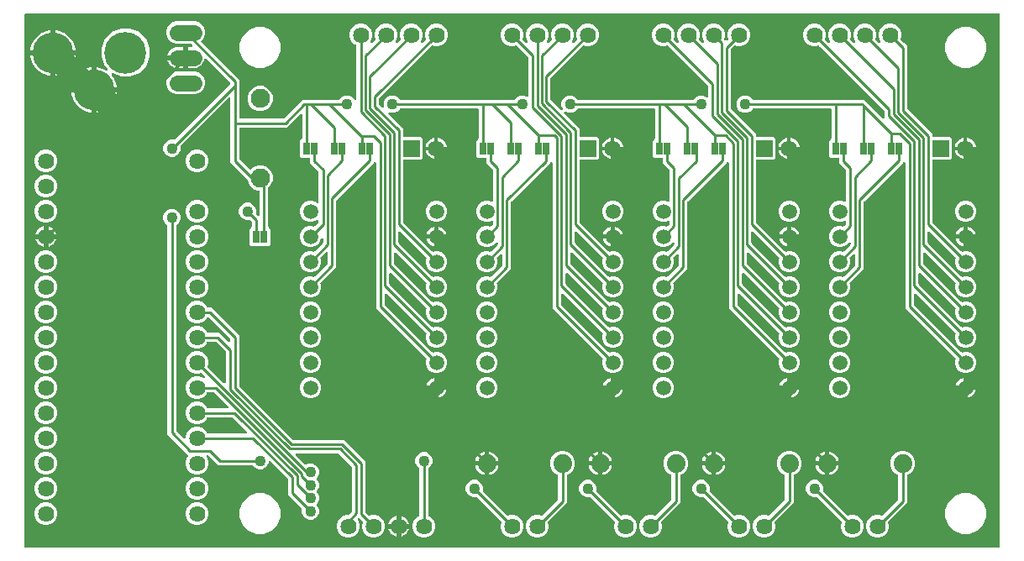
<source format=gtl>
G04 EAGLE Gerber RS-274X export*
G75*
%MOMM*%
%FSLAX34Y34*%
%LPD*%
%INTop Copper*%
%IPPOS*%
%AMOC8*
5,1,8,0,0,1.08239X$1,22.5*%
G01*
%ADD10C,1.651000*%
%ADD11R,1.651000X1.651000*%
%ADD12C,1.930400*%
%ADD13C,1.625600*%
%ADD14C,4.216000*%
%ADD15C,4.114800*%
%ADD16C,1.625600*%
%ADD17R,0.635000X1.270000*%
%ADD18C,1.879600*%
%ADD19C,1.509600*%
%ADD20C,1.270000*%
%ADD21C,2.540000*%
%ADD22C,0.254000*%
%ADD23C,1.108000*%

G36*
X985638Y448326D02*
X985638Y448326D01*
X985757Y448333D01*
X985795Y448346D01*
X985836Y448351D01*
X985946Y448394D01*
X986059Y448431D01*
X986094Y448453D01*
X986131Y448468D01*
X986227Y448537D01*
X986328Y448601D01*
X986356Y448631D01*
X986389Y448654D01*
X986465Y448746D01*
X986546Y448833D01*
X986566Y448868D01*
X986591Y448899D01*
X986642Y449007D01*
X986700Y449111D01*
X986710Y449151D01*
X986727Y449187D01*
X986749Y449304D01*
X986779Y449419D01*
X986783Y449479D01*
X986787Y449499D01*
X986785Y449520D01*
X986789Y449580D01*
X986789Y985520D01*
X986774Y985638D01*
X986767Y985757D01*
X986754Y985795D01*
X986749Y985836D01*
X986706Y985946D01*
X986669Y986059D01*
X986647Y986094D01*
X986632Y986131D01*
X986563Y986227D01*
X986499Y986328D01*
X986469Y986356D01*
X986446Y986389D01*
X986354Y986465D01*
X986267Y986546D01*
X986232Y986566D01*
X986201Y986591D01*
X986093Y986642D01*
X985989Y986700D01*
X985949Y986710D01*
X985913Y986727D01*
X985796Y986749D01*
X985681Y986779D01*
X985621Y986783D01*
X985601Y986787D01*
X985580Y986785D01*
X985520Y986789D01*
X5080Y986789D01*
X4962Y986774D01*
X4843Y986767D01*
X4805Y986754D01*
X4764Y986749D01*
X4654Y986706D01*
X4541Y986669D01*
X4506Y986647D01*
X4469Y986632D01*
X4373Y986563D01*
X4272Y986499D01*
X4244Y986469D01*
X4211Y986446D01*
X4135Y986354D01*
X4054Y986267D01*
X4034Y986232D01*
X4009Y986201D01*
X3958Y986093D01*
X3900Y985989D01*
X3890Y985949D01*
X3873Y985913D01*
X3851Y985796D01*
X3821Y985681D01*
X3817Y985621D01*
X3813Y985601D01*
X3815Y985580D01*
X3811Y985520D01*
X3811Y449580D01*
X3826Y449462D01*
X3833Y449343D01*
X3846Y449305D01*
X3851Y449264D01*
X3894Y449154D01*
X3931Y449041D01*
X3953Y449006D01*
X3968Y448969D01*
X4037Y448873D01*
X4101Y448772D01*
X4131Y448744D01*
X4154Y448711D01*
X4246Y448635D01*
X4333Y448554D01*
X4368Y448534D01*
X4399Y448509D01*
X4507Y448458D01*
X4611Y448400D01*
X4651Y448390D01*
X4687Y448373D01*
X4804Y448351D01*
X4919Y448321D01*
X4979Y448317D01*
X4999Y448313D01*
X5020Y448315D01*
X5080Y448311D01*
X985520Y448311D01*
X985638Y448326D01*
G37*
%LPC*%
G36*
X416992Y624403D02*
X416992Y624403D01*
X413097Y626017D01*
X410117Y628997D01*
X408503Y632892D01*
X408503Y637108D01*
X408876Y638008D01*
X408884Y638037D01*
X408897Y638063D01*
X408926Y638190D01*
X408960Y638315D01*
X408961Y638344D01*
X408967Y638373D01*
X408963Y638503D01*
X408965Y638633D01*
X408958Y638662D01*
X408957Y638691D01*
X408921Y638816D01*
X408891Y638942D01*
X408877Y638968D01*
X408869Y638997D01*
X408803Y639108D01*
X408742Y639223D01*
X408723Y639245D01*
X408707Y639270D01*
X408601Y639391D01*
X361295Y686698D01*
X358393Y689599D01*
X358393Y835631D01*
X358376Y835769D01*
X358363Y835908D01*
X358356Y835927D01*
X358353Y835947D01*
X358302Y836076D01*
X358255Y836207D01*
X358244Y836224D01*
X358236Y836243D01*
X358155Y836355D01*
X358077Y836470D01*
X358061Y836484D01*
X358050Y836500D01*
X357942Y836589D01*
X357838Y836681D01*
X357820Y836690D01*
X357805Y836703D01*
X357679Y836762D01*
X357555Y836825D01*
X357535Y836830D01*
X357517Y836838D01*
X357381Y836864D01*
X357245Y836895D01*
X357224Y836894D01*
X357205Y836898D01*
X357066Y836889D01*
X356927Y836885D01*
X356907Y836880D01*
X356887Y836878D01*
X356755Y836836D01*
X356621Y836797D01*
X356604Y836787D01*
X356585Y836780D01*
X356467Y836706D01*
X356347Y836635D01*
X356326Y836617D01*
X356316Y836610D01*
X356302Y836595D01*
X356227Y836529D01*
X318634Y798937D01*
X318574Y798859D01*
X318506Y798786D01*
X318477Y798733D01*
X318440Y798686D01*
X318400Y798595D01*
X318352Y798508D01*
X318337Y798449D01*
X318313Y798394D01*
X318298Y798296D01*
X318273Y798200D01*
X318267Y798100D01*
X318263Y798080D01*
X318265Y798067D01*
X318263Y798039D01*
X318263Y731255D01*
X302599Y715591D01*
X302581Y715568D01*
X302558Y715549D01*
X302484Y715443D01*
X302404Y715340D01*
X302392Y715313D01*
X302375Y715289D01*
X302329Y715168D01*
X302278Y715048D01*
X302273Y715019D01*
X302263Y714991D01*
X302248Y714862D01*
X302228Y714734D01*
X302231Y714705D01*
X302227Y714675D01*
X302245Y714547D01*
X302258Y714417D01*
X302268Y714390D01*
X302272Y714360D01*
X302324Y714208D01*
X302697Y713308D01*
X302697Y709092D01*
X301083Y705197D01*
X298103Y702217D01*
X294208Y700603D01*
X289992Y700603D01*
X286097Y702217D01*
X283117Y705197D01*
X281503Y709092D01*
X281503Y713308D01*
X283117Y717203D01*
X286097Y720183D01*
X289992Y721797D01*
X294208Y721797D01*
X295108Y721424D01*
X295137Y721416D01*
X295163Y721403D01*
X295290Y721374D01*
X295415Y721340D01*
X295444Y721339D01*
X295473Y721333D01*
X295603Y721337D01*
X295733Y721335D01*
X295762Y721342D01*
X295791Y721343D01*
X295916Y721379D01*
X296042Y721409D01*
X296068Y721423D01*
X296097Y721431D01*
X296208Y721497D01*
X296323Y721558D01*
X296345Y721578D01*
X296370Y721593D01*
X296491Y721699D01*
X309254Y734461D01*
X309314Y734539D01*
X309382Y734612D01*
X309411Y734665D01*
X309448Y734712D01*
X309488Y734803D01*
X309536Y734890D01*
X309551Y734949D01*
X309575Y735004D01*
X309590Y735102D01*
X309615Y735198D01*
X309621Y735298D01*
X309625Y735318D01*
X309623Y735331D01*
X309625Y735359D01*
X309625Y744953D01*
X309608Y745091D01*
X309595Y745230D01*
X309588Y745249D01*
X309585Y745269D01*
X309534Y745398D01*
X309487Y745529D01*
X309476Y745546D01*
X309468Y745565D01*
X309387Y745677D01*
X309309Y745792D01*
X309293Y745806D01*
X309282Y745822D01*
X309174Y745911D01*
X309070Y746003D01*
X309052Y746012D01*
X309037Y746025D01*
X308911Y746084D01*
X308787Y746147D01*
X308767Y746152D01*
X308749Y746160D01*
X308613Y746186D01*
X308477Y746217D01*
X308456Y746216D01*
X308437Y746220D01*
X308298Y746211D01*
X308159Y746207D01*
X308139Y746202D01*
X308119Y746200D01*
X307987Y746158D01*
X307853Y746119D01*
X307836Y746109D01*
X307817Y746102D01*
X307699Y746028D01*
X307579Y745957D01*
X307558Y745939D01*
X307548Y745932D01*
X307534Y745917D01*
X307459Y745851D01*
X302599Y740991D01*
X302581Y740968D01*
X302558Y740949D01*
X302484Y740843D01*
X302404Y740740D01*
X302392Y740713D01*
X302375Y740689D01*
X302329Y740567D01*
X302278Y740448D01*
X302273Y740419D01*
X302263Y740391D01*
X302248Y740262D01*
X302228Y740134D01*
X302231Y740105D01*
X302227Y740075D01*
X302245Y739947D01*
X302258Y739818D01*
X302268Y739790D01*
X302272Y739760D01*
X302324Y739608D01*
X302697Y738708D01*
X302697Y734492D01*
X301083Y730597D01*
X298103Y727617D01*
X294208Y726003D01*
X289992Y726003D01*
X286097Y727617D01*
X283117Y730597D01*
X281503Y734492D01*
X281503Y738708D01*
X283117Y742603D01*
X286097Y745583D01*
X289992Y747197D01*
X294208Y747197D01*
X295108Y746824D01*
X295137Y746816D01*
X295163Y746803D01*
X295290Y746774D01*
X295415Y746740D01*
X295444Y746739D01*
X295473Y746733D01*
X295603Y746737D01*
X295733Y746735D01*
X295762Y746742D01*
X295791Y746743D01*
X295916Y746779D01*
X296042Y746809D01*
X296068Y746823D01*
X296097Y746831D01*
X296208Y746897D01*
X296323Y746958D01*
X296345Y746978D01*
X296371Y746993D01*
X296491Y747099D01*
X304682Y755289D01*
X304742Y755367D01*
X304810Y755440D01*
X304839Y755493D01*
X304876Y755540D01*
X304916Y755631D01*
X304964Y755718D01*
X304979Y755777D01*
X305003Y755832D01*
X305018Y755930D01*
X305043Y756026D01*
X305049Y756126D01*
X305053Y756146D01*
X305051Y756159D01*
X305053Y756187D01*
X305053Y759200D01*
X305045Y759270D01*
X305046Y759339D01*
X305025Y759427D01*
X305013Y759516D01*
X304988Y759581D01*
X304971Y759649D01*
X304929Y759728D01*
X304896Y759812D01*
X304855Y759868D01*
X304823Y759930D01*
X304762Y759996D01*
X304710Y760069D01*
X304656Y760114D01*
X304609Y760165D01*
X304534Y760215D01*
X304465Y760272D01*
X304401Y760302D01*
X304343Y760340D01*
X304258Y760369D01*
X304177Y760407D01*
X304108Y760420D01*
X304042Y760443D01*
X303953Y760450D01*
X303865Y760467D01*
X303795Y760463D01*
X303725Y760468D01*
X303637Y760453D01*
X303547Y760447D01*
X303481Y760426D01*
X303412Y760414D01*
X303330Y760377D01*
X303245Y760349D01*
X303186Y760312D01*
X303122Y760283D01*
X303052Y760227D01*
X302976Y760179D01*
X302928Y760128D01*
X302874Y760085D01*
X302819Y760013D01*
X302758Y759948D01*
X302724Y759886D01*
X302682Y759831D01*
X302611Y759686D01*
X301083Y755997D01*
X298103Y753017D01*
X294208Y751403D01*
X289992Y751403D01*
X286097Y753017D01*
X283117Y755997D01*
X281503Y759892D01*
X281503Y764108D01*
X283117Y768003D01*
X286097Y770983D01*
X289992Y772597D01*
X294208Y772597D01*
X295108Y772224D01*
X295137Y772216D01*
X295163Y772203D01*
X295290Y772174D01*
X295415Y772140D01*
X295444Y772139D01*
X295473Y772133D01*
X295603Y772137D01*
X295733Y772135D01*
X295762Y772142D01*
X295791Y772143D01*
X295916Y772179D01*
X296042Y772209D01*
X296068Y772223D01*
X296097Y772231D01*
X296209Y772297D01*
X296323Y772358D01*
X296345Y772378D01*
X296371Y772393D01*
X296491Y772499D01*
X300110Y776117D01*
X300170Y776195D01*
X300238Y776267D01*
X300267Y776320D01*
X300304Y776368D01*
X300344Y776459D01*
X300392Y776546D01*
X300407Y776605D01*
X300431Y776660D01*
X300446Y776758D01*
X300471Y776854D01*
X300477Y776954D01*
X300481Y776974D01*
X300479Y776987D01*
X300481Y777015D01*
X300481Y777731D01*
X300464Y777869D01*
X300451Y778007D01*
X300444Y778026D01*
X300441Y778047D01*
X300390Y778176D01*
X300343Y778307D01*
X300332Y778323D01*
X300324Y778342D01*
X300243Y778455D01*
X300165Y778570D01*
X300149Y778583D01*
X300138Y778600D01*
X300030Y778688D01*
X299926Y778780D01*
X299908Y778789D01*
X299893Y778802D01*
X299767Y778861D01*
X299643Y778925D01*
X299623Y778929D01*
X299605Y778938D01*
X299469Y778964D01*
X299333Y778995D01*
X299312Y778994D01*
X299293Y778998D01*
X299154Y778989D01*
X299015Y778985D01*
X298995Y778979D01*
X298975Y778978D01*
X298843Y778935D01*
X298709Y778896D01*
X298692Y778886D01*
X298673Y778880D01*
X298555Y778806D01*
X298435Y778735D01*
X298414Y778716D01*
X298404Y778710D01*
X298390Y778695D01*
X298314Y778628D01*
X298103Y778416D01*
X294208Y776803D01*
X289992Y776803D01*
X286097Y778417D01*
X283117Y781397D01*
X281503Y785292D01*
X281503Y789508D01*
X283117Y793403D01*
X286097Y796383D01*
X289992Y797997D01*
X294208Y797997D01*
X298103Y796384D01*
X298314Y796172D01*
X298424Y796086D01*
X298531Y795998D01*
X298550Y795989D01*
X298566Y795977D01*
X298693Y795921D01*
X298819Y795862D01*
X298839Y795858D01*
X298858Y795850D01*
X298995Y795828D01*
X299132Y795802D01*
X299152Y795804D01*
X299172Y795800D01*
X299310Y795813D01*
X299449Y795822D01*
X299468Y795828D01*
X299488Y795830D01*
X299620Y795877D01*
X299751Y795920D01*
X299768Y795931D01*
X299788Y795938D01*
X299903Y796016D01*
X300020Y796090D01*
X300034Y796105D01*
X300051Y796116D01*
X300143Y796221D01*
X300238Y796322D01*
X300248Y796340D01*
X300261Y796355D01*
X300325Y796479D01*
X300392Y796600D01*
X300397Y796620D01*
X300406Y796638D01*
X300436Y796774D01*
X300471Y796908D01*
X300473Y796936D01*
X300476Y796948D01*
X300475Y796969D01*
X300481Y797069D01*
X300481Y826995D01*
X300469Y827094D01*
X300466Y827193D01*
X300449Y827251D01*
X300441Y827311D01*
X300405Y827403D01*
X300377Y827498D01*
X300347Y827550D01*
X300324Y827607D01*
X300266Y827687D01*
X300216Y827772D01*
X300150Y827847D01*
X300138Y827864D01*
X300128Y827872D01*
X300110Y827893D01*
X291845Y836157D01*
X291845Y840232D01*
X291830Y840350D01*
X291823Y840469D01*
X291810Y840507D01*
X291805Y840548D01*
X291762Y840658D01*
X291725Y840771D01*
X291703Y840806D01*
X291688Y840843D01*
X291619Y840939D01*
X291555Y841040D01*
X291525Y841068D01*
X291502Y841101D01*
X291410Y841177D01*
X291323Y841258D01*
X291288Y841278D01*
X291257Y841303D01*
X291149Y841354D01*
X291045Y841412D01*
X291005Y841422D01*
X290969Y841439D01*
X290852Y841461D01*
X290737Y841491D01*
X290677Y841495D01*
X290657Y841499D01*
X290636Y841497D01*
X290576Y841501D01*
X283598Y841501D01*
X281812Y843287D01*
X281812Y858513D01*
X283600Y860300D01*
X283660Y860378D01*
X283728Y860450D01*
X283757Y860503D01*
X283794Y860551D01*
X283834Y860642D01*
X283882Y860729D01*
X283897Y860788D01*
X283921Y860843D01*
X283936Y860941D01*
X283961Y861037D01*
X283967Y861137D01*
X283971Y861157D01*
X283969Y861170D01*
X283971Y861198D01*
X283971Y884399D01*
X283954Y884537D01*
X283941Y884676D01*
X283934Y884695D01*
X283931Y884715D01*
X283880Y884844D01*
X283833Y884975D01*
X283822Y884992D01*
X283814Y885011D01*
X283733Y885123D01*
X283655Y885238D01*
X283639Y885252D01*
X283628Y885268D01*
X283520Y885357D01*
X283416Y885449D01*
X283398Y885458D01*
X283383Y885471D01*
X283257Y885530D01*
X283133Y885593D01*
X283113Y885598D01*
X283095Y885606D01*
X282959Y885632D01*
X282823Y885663D01*
X282802Y885662D01*
X282783Y885666D01*
X282644Y885657D01*
X282505Y885653D01*
X282485Y885648D01*
X282465Y885646D01*
X282333Y885604D01*
X282199Y885565D01*
X282182Y885555D01*
X282163Y885548D01*
X282045Y885474D01*
X281925Y885403D01*
X281904Y885385D01*
X281894Y885378D01*
X281880Y885363D01*
X281805Y885297D01*
X268489Y871981D01*
X221488Y871981D01*
X221370Y871966D01*
X221251Y871959D01*
X221213Y871946D01*
X221172Y871941D01*
X221062Y871898D01*
X220949Y871861D01*
X220914Y871839D01*
X220877Y871824D01*
X220781Y871755D01*
X220680Y871691D01*
X220652Y871661D01*
X220619Y871638D01*
X220543Y871546D01*
X220462Y871459D01*
X220442Y871424D01*
X220417Y871393D01*
X220366Y871285D01*
X220308Y871181D01*
X220298Y871141D01*
X220281Y871105D01*
X220259Y870988D01*
X220229Y870873D01*
X220225Y870813D01*
X220221Y870793D01*
X220223Y870772D01*
X220219Y870712D01*
X220219Y840515D01*
X220231Y840416D01*
X220234Y840317D01*
X220247Y840274D01*
X220247Y840272D01*
X220251Y840259D01*
X220259Y840199D01*
X220295Y840107D01*
X220323Y840012D01*
X220341Y839980D01*
X220345Y839970D01*
X220357Y839950D01*
X220376Y839903D01*
X220434Y839823D01*
X220484Y839738D01*
X220510Y839708D01*
X220515Y839701D01*
X220526Y839691D01*
X220550Y839663D01*
X220562Y839646D01*
X220572Y839638D01*
X220590Y839617D01*
X230346Y829862D01*
X230440Y829789D01*
X230529Y829710D01*
X230565Y829692D01*
X230597Y829667D01*
X230706Y829620D01*
X230812Y829566D01*
X230851Y829557D01*
X230889Y829541D01*
X231006Y829522D01*
X231122Y829496D01*
X231163Y829497D01*
X231203Y829491D01*
X231321Y829502D01*
X231440Y829506D01*
X231479Y829517D01*
X231519Y829521D01*
X231632Y829561D01*
X231746Y829594D01*
X231781Y829615D01*
X231819Y829628D01*
X231917Y829695D01*
X232020Y829756D01*
X232065Y829795D01*
X232082Y829807D01*
X232095Y829822D01*
X232141Y829862D01*
X234106Y831827D01*
X238774Y833761D01*
X243826Y833761D01*
X248494Y831827D01*
X252067Y828254D01*
X254001Y823586D01*
X254001Y818534D01*
X252067Y813866D01*
X250054Y811853D01*
X249994Y811775D01*
X249926Y811703D01*
X249897Y811650D01*
X249860Y811602D01*
X249820Y811511D01*
X249772Y811424D01*
X249757Y811366D01*
X249733Y811310D01*
X249718Y811212D01*
X249693Y811116D01*
X249687Y811016D01*
X249683Y810996D01*
X249685Y810983D01*
X249683Y810955D01*
X249683Y772044D01*
X249695Y771945D01*
X249698Y771846D01*
X249715Y771788D01*
X249723Y771728D01*
X249759Y771636D01*
X249787Y771541D01*
X249817Y771489D01*
X249840Y771432D01*
X249898Y771352D01*
X249948Y771267D01*
X250014Y771192D01*
X250026Y771175D01*
X250036Y771167D01*
X250054Y771146D01*
X251588Y769613D01*
X251588Y754387D01*
X249802Y752601D01*
X232798Y752601D01*
X231012Y754387D01*
X231012Y769613D01*
X232546Y771146D01*
X232606Y771224D01*
X232674Y771296D01*
X232703Y771349D01*
X232740Y771397D01*
X232780Y771488D01*
X232828Y771575D01*
X232843Y771634D01*
X232867Y771689D01*
X232882Y771787D01*
X232907Y771883D01*
X232913Y771983D01*
X232917Y772003D01*
X232915Y772016D01*
X232917Y772044D01*
X232917Y776449D01*
X232905Y776548D01*
X232902Y776647D01*
X232885Y776705D01*
X232877Y776765D01*
X232841Y776857D01*
X232813Y776952D01*
X232783Y777004D01*
X232760Y777061D01*
X232702Y777141D01*
X232652Y777226D01*
X232586Y777301D01*
X232574Y777318D01*
X232564Y777326D01*
X232546Y777347D01*
X231453Y778440D01*
X231375Y778500D01*
X231302Y778568D01*
X231249Y778597D01*
X231202Y778634D01*
X231111Y778674D01*
X231024Y778722D01*
X230965Y778737D01*
X230910Y778761D01*
X230812Y778776D01*
X230716Y778801D01*
X230616Y778807D01*
X230596Y778811D01*
X230583Y778809D01*
X230555Y778811D01*
X226892Y778811D01*
X223735Y780119D01*
X221319Y782535D01*
X220011Y785692D01*
X220011Y789108D01*
X221319Y792265D01*
X223735Y794681D01*
X226892Y795989D01*
X230308Y795989D01*
X233465Y794681D01*
X235881Y792265D01*
X237189Y789108D01*
X237189Y785445D01*
X237201Y785346D01*
X237204Y785247D01*
X237221Y785189D01*
X237229Y785129D01*
X237265Y785037D01*
X237293Y784942D01*
X237323Y784890D01*
X237346Y784833D01*
X237404Y784753D01*
X237454Y784668D01*
X237520Y784593D01*
X237532Y784576D01*
X237542Y784568D01*
X237560Y784547D01*
X238653Y783454D01*
X238878Y783229D01*
X238988Y783144D01*
X239095Y783055D01*
X239114Y783047D01*
X239130Y783034D01*
X239257Y782979D01*
X239383Y782920D01*
X239403Y782916D01*
X239422Y782908D01*
X239559Y782886D01*
X239696Y782860D01*
X239716Y782861D01*
X239736Y782858D01*
X239874Y782871D01*
X240013Y782880D01*
X240032Y782886D01*
X240052Y782888D01*
X240183Y782935D01*
X240315Y782978D01*
X240333Y782988D01*
X240352Y782995D01*
X240466Y783073D01*
X240584Y783148D01*
X240598Y783163D01*
X240615Y783174D01*
X240706Y783278D01*
X240802Y783379D01*
X240812Y783397D01*
X240825Y783412D01*
X240888Y783536D01*
X240956Y783658D01*
X240961Y783678D01*
X240970Y783696D01*
X241000Y783831D01*
X241035Y783966D01*
X241037Y783994D01*
X241040Y784006D01*
X241039Y784026D01*
X241045Y784127D01*
X241045Y807090D01*
X241030Y807208D01*
X241023Y807327D01*
X241010Y807365D01*
X241005Y807406D01*
X240962Y807516D01*
X240925Y807629D01*
X240903Y807664D01*
X240888Y807701D01*
X240819Y807797D01*
X240755Y807898D01*
X240725Y807926D01*
X240702Y807959D01*
X240610Y808035D01*
X240523Y808116D01*
X240488Y808136D01*
X240457Y808161D01*
X240349Y808212D01*
X240245Y808270D01*
X240205Y808280D01*
X240169Y808297D01*
X240052Y808319D01*
X239937Y808349D01*
X239877Y808353D01*
X239857Y808357D01*
X239836Y808355D01*
X239776Y808359D01*
X238774Y808359D01*
X234106Y810293D01*
X230533Y813866D01*
X228599Y818534D01*
X228599Y818867D01*
X228587Y818966D01*
X228584Y819065D01*
X228567Y819123D01*
X228559Y819183D01*
X228523Y819275D01*
X228495Y819370D01*
X228465Y819422D01*
X228442Y819479D01*
X228384Y819559D01*
X228334Y819644D01*
X228268Y819719D01*
X228256Y819736D01*
X228246Y819744D01*
X228228Y819765D01*
X211581Y836411D01*
X211581Y900909D01*
X211564Y901047D01*
X211551Y901186D01*
X211544Y901205D01*
X211541Y901225D01*
X211490Y901354D01*
X211443Y901485D01*
X211432Y901502D01*
X211424Y901521D01*
X211343Y901633D01*
X211265Y901748D01*
X211249Y901762D01*
X211238Y901778D01*
X211130Y901867D01*
X211026Y901959D01*
X211008Y901968D01*
X210993Y901981D01*
X210867Y902040D01*
X210743Y902103D01*
X210723Y902108D01*
X210705Y902116D01*
X210569Y902142D01*
X210433Y902173D01*
X210412Y902172D01*
X210393Y902176D01*
X210254Y902167D01*
X210115Y902163D01*
X210095Y902158D01*
X210075Y902156D01*
X209943Y902114D01*
X209809Y902075D01*
X209792Y902065D01*
X209773Y902058D01*
X209655Y901984D01*
X209535Y901913D01*
X209514Y901895D01*
X209504Y901888D01*
X209490Y901873D01*
X209415Y901807D01*
X161360Y853753D01*
X161300Y853675D01*
X161232Y853602D01*
X161203Y853549D01*
X161166Y853502D01*
X161126Y853411D01*
X161078Y853324D01*
X161063Y853265D01*
X161039Y853210D01*
X161024Y853112D01*
X160999Y853016D01*
X160993Y852916D01*
X160989Y852896D01*
X160991Y852883D01*
X160989Y852855D01*
X160989Y849192D01*
X159681Y846035D01*
X157265Y843619D01*
X154108Y842311D01*
X150692Y842311D01*
X147535Y843619D01*
X145119Y846035D01*
X143811Y849192D01*
X143811Y852608D01*
X145119Y855765D01*
X147535Y858181D01*
X150692Y859489D01*
X154355Y859489D01*
X154454Y859501D01*
X154553Y859504D01*
X154611Y859521D01*
X154671Y859529D01*
X154763Y859565D01*
X154858Y859593D01*
X154910Y859623D01*
X154967Y859646D01*
X155047Y859704D01*
X155132Y859754D01*
X155207Y859820D01*
X155224Y859832D01*
X155232Y859842D01*
X155253Y859860D01*
X210800Y915408D01*
X210873Y915502D01*
X210952Y915591D01*
X210970Y915627D01*
X210995Y915659D01*
X211042Y915768D01*
X211096Y915874D01*
X211105Y915913D01*
X211121Y915951D01*
X211140Y916068D01*
X211166Y916184D01*
X211165Y916225D01*
X211171Y916265D01*
X211160Y916383D01*
X211156Y916502D01*
X211145Y916541D01*
X211141Y916581D01*
X211101Y916694D01*
X211068Y916808D01*
X211047Y916843D01*
X211034Y916881D01*
X210967Y916979D01*
X210906Y917082D01*
X210866Y917127D01*
X210855Y917144D01*
X210840Y917157D01*
X210800Y917203D01*
X187111Y940892D01*
X187079Y940916D01*
X187053Y940946D01*
X186954Y941013D01*
X186859Y941087D01*
X186823Y941102D01*
X186790Y941125D01*
X186678Y941165D01*
X186568Y941213D01*
X186528Y941219D01*
X186491Y941233D01*
X186372Y941244D01*
X186254Y941263D01*
X186214Y941259D01*
X186174Y941263D01*
X186056Y941244D01*
X185937Y941233D01*
X185899Y941219D01*
X185860Y941213D01*
X185750Y941166D01*
X185638Y941125D01*
X185605Y941103D01*
X185568Y941087D01*
X185474Y941014D01*
X185374Y940947D01*
X185348Y940917D01*
X185317Y940893D01*
X185243Y940798D01*
X185164Y940708D01*
X185146Y940673D01*
X185121Y940641D01*
X185074Y940532D01*
X185019Y940425D01*
X185011Y940386D01*
X184995Y940350D01*
X184960Y940193D01*
X184904Y939842D01*
X184385Y938245D01*
X183623Y936748D01*
X182636Y935390D01*
X181448Y934202D01*
X180090Y933215D01*
X178593Y932453D01*
X176996Y931934D01*
X175338Y931671D01*
X168909Y931671D01*
X168909Y941070D01*
X168894Y941188D01*
X168887Y941307D01*
X168874Y941345D01*
X168869Y941385D01*
X168826Y941496D01*
X168789Y941609D01*
X168767Y941643D01*
X168752Y941681D01*
X168682Y941777D01*
X168619Y941878D01*
X168589Y941906D01*
X168565Y941938D01*
X168474Y942014D01*
X168387Y942096D01*
X168352Y942115D01*
X168321Y942141D01*
X168213Y942192D01*
X168109Y942249D01*
X168069Y942260D01*
X168033Y942277D01*
X167916Y942299D01*
X167801Y942329D01*
X167740Y942333D01*
X167720Y942337D01*
X167700Y942335D01*
X167640Y942339D01*
X166369Y942339D01*
X166369Y942341D01*
X167640Y942341D01*
X167758Y942356D01*
X167877Y942363D01*
X167915Y942376D01*
X167955Y942381D01*
X168066Y942425D01*
X168179Y942461D01*
X168214Y942483D01*
X168251Y942498D01*
X168347Y942568D01*
X168448Y942631D01*
X168476Y942661D01*
X168509Y942685D01*
X168584Y942776D01*
X168666Y942863D01*
X168686Y942898D01*
X168711Y942930D01*
X168762Y943037D01*
X168820Y943142D01*
X168830Y943181D01*
X168847Y943217D01*
X168869Y943334D01*
X168899Y943449D01*
X168903Y943510D01*
X168907Y943530D01*
X168905Y943550D01*
X168909Y943610D01*
X168909Y953009D01*
X171929Y953009D01*
X172067Y953026D01*
X172206Y953039D01*
X172225Y953046D01*
X172245Y953049D01*
X172374Y953100D01*
X172505Y953147D01*
X172522Y953158D01*
X172541Y953166D01*
X172653Y953247D01*
X172768Y953325D01*
X172782Y953341D01*
X172798Y953352D01*
X172887Y953460D01*
X172979Y953564D01*
X172988Y953582D01*
X173001Y953597D01*
X173060Y953723D01*
X173123Y953847D01*
X173128Y953867D01*
X173136Y953885D01*
X173162Y954022D01*
X173193Y954157D01*
X173192Y954178D01*
X173196Y954197D01*
X173187Y954336D01*
X173183Y954475D01*
X173178Y954495D01*
X173176Y954515D01*
X173134Y954647D01*
X173095Y954781D01*
X173085Y954798D01*
X173078Y954817D01*
X173004Y954935D01*
X172933Y955055D01*
X172915Y955076D01*
X172908Y955086D01*
X172893Y955100D01*
X172827Y955175D01*
X171811Y956192D01*
X171733Y956252D01*
X171660Y956320D01*
X171607Y956349D01*
X171560Y956386D01*
X171469Y956426D01*
X171382Y956474D01*
X171323Y956489D01*
X171268Y956513D01*
X171170Y956528D01*
X171074Y956553D01*
X170974Y956559D01*
X170954Y956563D01*
X170941Y956561D01*
X170913Y956563D01*
X156019Y956563D01*
X151911Y958265D01*
X148767Y961409D01*
X147065Y965517D01*
X147065Y969963D01*
X148767Y974071D01*
X151911Y977215D01*
X156019Y978917D01*
X176721Y978917D01*
X180829Y977215D01*
X183973Y974071D01*
X185675Y969963D01*
X185675Y965517D01*
X183973Y961409D01*
X182288Y959724D01*
X182215Y959630D01*
X182137Y959541D01*
X182118Y959505D01*
X182093Y959473D01*
X182046Y959364D01*
X181992Y959258D01*
X181983Y959218D01*
X181967Y959181D01*
X181948Y959063D01*
X181922Y958947D01*
X181924Y958907D01*
X181917Y958867D01*
X181928Y958748D01*
X181932Y958629D01*
X181943Y958591D01*
X181947Y958550D01*
X181987Y958438D01*
X182020Y958324D01*
X182041Y958289D01*
X182055Y958251D01*
X182122Y958153D01*
X182182Y958050D01*
X182222Y958005D01*
X182233Y957988D01*
X182249Y957974D01*
X182288Y957929D01*
X217317Y922900D01*
X220219Y919999D01*
X220219Y881888D01*
X220234Y881770D01*
X220241Y881651D01*
X220254Y881613D01*
X220259Y881572D01*
X220302Y881462D01*
X220339Y881349D01*
X220361Y881314D01*
X220376Y881277D01*
X220445Y881181D01*
X220509Y881080D01*
X220539Y881052D01*
X220562Y881019D01*
X220654Y880943D01*
X220741Y880862D01*
X220776Y880842D01*
X220807Y880817D01*
X220915Y880766D01*
X221019Y880708D01*
X221059Y880698D01*
X221095Y880681D01*
X221212Y880659D01*
X221327Y880629D01*
X221387Y880625D01*
X221407Y880621D01*
X221428Y880623D01*
X221488Y880619D01*
X264385Y880619D01*
X264484Y880631D01*
X264583Y880634D01*
X264641Y880651D01*
X264701Y880659D01*
X264793Y880695D01*
X264888Y880723D01*
X264940Y880753D01*
X264997Y880776D01*
X265077Y880834D01*
X265162Y880884D01*
X265237Y880950D01*
X265254Y880962D01*
X265262Y880972D01*
X265283Y880990D01*
X283961Y899669D01*
X320577Y899669D01*
X320675Y899681D01*
X320774Y899684D01*
X320832Y899701D01*
X320892Y899709D01*
X320984Y899745D01*
X321079Y899773D01*
X321132Y899803D01*
X321188Y899826D01*
X321268Y899884D01*
X321353Y899934D01*
X321429Y900000D01*
X321445Y900012D01*
X321453Y900022D01*
X321474Y900040D01*
X324065Y902631D01*
X327222Y903939D01*
X330638Y903939D01*
X333795Y902631D01*
X336274Y900152D01*
X336297Y900113D01*
X336345Y900062D01*
X336386Y900006D01*
X336455Y899948D01*
X336518Y899884D01*
X336578Y899847D01*
X336631Y899803D01*
X336712Y899765D01*
X336789Y899718D01*
X336856Y899697D01*
X336919Y899667D01*
X337007Y899650D01*
X337093Y899624D01*
X337163Y899621D01*
X337232Y899607D01*
X337321Y899613D01*
X337410Y899609D01*
X337479Y899623D01*
X337549Y899627D01*
X337634Y899655D01*
X337722Y899673D01*
X337785Y899704D01*
X337851Y899725D01*
X337927Y899773D01*
X338008Y899813D01*
X338061Y899858D01*
X338120Y899895D01*
X338182Y899961D01*
X338250Y900019D01*
X338290Y900076D01*
X338338Y900127D01*
X338381Y900206D01*
X338433Y900279D01*
X338458Y900344D01*
X338492Y900406D01*
X338514Y900492D01*
X338546Y900576D01*
X338554Y900646D01*
X338571Y900713D01*
X338581Y900874D01*
X338581Y954043D01*
X338578Y954072D01*
X338580Y954102D01*
X338558Y954230D01*
X338541Y954359D01*
X338531Y954386D01*
X338526Y954415D01*
X338472Y954534D01*
X338424Y954654D01*
X338407Y954678D01*
X338395Y954705D01*
X338314Y954806D01*
X338238Y954912D01*
X338215Y954931D01*
X338196Y954954D01*
X338093Y955032D01*
X337993Y955115D01*
X337966Y955127D01*
X337942Y955145D01*
X337798Y955216D01*
X336569Y955725D01*
X333425Y958869D01*
X331723Y962977D01*
X331723Y967423D01*
X333425Y971531D01*
X336569Y974675D01*
X340677Y976377D01*
X345123Y976377D01*
X349231Y974675D01*
X352375Y971531D01*
X354077Y967423D01*
X354077Y962977D01*
X352352Y958813D01*
X352334Y958746D01*
X352306Y958682D01*
X352292Y958593D01*
X352268Y958506D01*
X352267Y958437D01*
X352256Y958368D01*
X352264Y958278D01*
X352263Y958188D01*
X352279Y958120D01*
X352286Y958051D01*
X352316Y957966D01*
X352337Y957879D01*
X352370Y957817D01*
X352393Y957752D01*
X352444Y957677D01*
X352486Y957598D01*
X352533Y957546D01*
X352572Y957488D01*
X352639Y957429D01*
X352700Y957363D01*
X352758Y957324D01*
X352810Y957278D01*
X352890Y957237D01*
X352966Y957188D01*
X353032Y957165D01*
X353094Y957133D01*
X353181Y957114D01*
X353266Y957085D01*
X353336Y957079D01*
X353404Y957064D01*
X353494Y957066D01*
X353583Y957059D01*
X353652Y957071D01*
X353722Y957073D01*
X353808Y957098D01*
X353897Y957114D01*
X353960Y957142D01*
X354027Y957162D01*
X354105Y957207D01*
X354187Y957244D01*
X354241Y957288D01*
X354301Y957323D01*
X354422Y957430D01*
X357357Y960365D01*
X357375Y960388D01*
X357398Y960407D01*
X357472Y960513D01*
X357552Y960616D01*
X357564Y960643D01*
X357581Y960667D01*
X357627Y960789D01*
X357678Y960908D01*
X357683Y960937D01*
X357694Y960965D01*
X357708Y961094D01*
X357728Y961222D01*
X357725Y961251D01*
X357729Y961281D01*
X357711Y961409D01*
X357698Y961539D01*
X357688Y961566D01*
X357684Y961596D01*
X357632Y961748D01*
X357123Y962977D01*
X357123Y967423D01*
X358825Y971531D01*
X361969Y974675D01*
X366077Y976377D01*
X370523Y976377D01*
X374631Y974675D01*
X377775Y971531D01*
X379477Y967423D01*
X379477Y962977D01*
X377752Y958813D01*
X377734Y958746D01*
X377706Y958682D01*
X377692Y958593D01*
X377668Y958506D01*
X377667Y958437D01*
X377656Y958368D01*
X377664Y958278D01*
X377663Y958188D01*
X377679Y958120D01*
X377686Y958051D01*
X377716Y957966D01*
X377737Y957879D01*
X377770Y957817D01*
X377793Y957752D01*
X377844Y957677D01*
X377886Y957598D01*
X377933Y957546D01*
X377972Y957488D01*
X378039Y957429D01*
X378100Y957363D01*
X378158Y957324D01*
X378210Y957278D01*
X378290Y957237D01*
X378366Y957188D01*
X378432Y957165D01*
X378494Y957133D01*
X378581Y957114D01*
X378666Y957085D01*
X378736Y957079D01*
X378804Y957064D01*
X378894Y957066D01*
X378983Y957059D01*
X379052Y957071D01*
X379122Y957073D01*
X379208Y957098D01*
X379297Y957114D01*
X379360Y957142D01*
X379427Y957162D01*
X379505Y957207D01*
X379587Y957244D01*
X379641Y957288D01*
X379701Y957323D01*
X379822Y957430D01*
X382757Y960365D01*
X382775Y960388D01*
X382798Y960407D01*
X382872Y960513D01*
X382952Y960616D01*
X382964Y960643D01*
X382981Y960667D01*
X383027Y960789D01*
X383078Y960908D01*
X383083Y960937D01*
X383094Y960965D01*
X383108Y961094D01*
X383128Y961222D01*
X383125Y961251D01*
X383129Y961281D01*
X383111Y961409D01*
X383098Y961539D01*
X383088Y961566D01*
X383084Y961596D01*
X383032Y961748D01*
X382523Y962977D01*
X382523Y967423D01*
X384225Y971531D01*
X387369Y974675D01*
X391477Y976377D01*
X395923Y976377D01*
X400031Y974675D01*
X403175Y971531D01*
X404877Y967423D01*
X404877Y962977D01*
X403152Y958813D01*
X403134Y958746D01*
X403106Y958682D01*
X403092Y958593D01*
X403068Y958506D01*
X403067Y958437D01*
X403056Y958368D01*
X403064Y958278D01*
X403063Y958188D01*
X403079Y958120D01*
X403086Y958051D01*
X403116Y957966D01*
X403137Y957879D01*
X403170Y957817D01*
X403193Y957752D01*
X403244Y957677D01*
X403286Y957598D01*
X403333Y957546D01*
X403372Y957488D01*
X403439Y957429D01*
X403500Y957363D01*
X403558Y957324D01*
X403610Y957278D01*
X403690Y957237D01*
X403766Y957188D01*
X403832Y957165D01*
X403894Y957133D01*
X403981Y957114D01*
X404066Y957085D01*
X404136Y957079D01*
X404204Y957064D01*
X404294Y957066D01*
X404383Y957059D01*
X404452Y957071D01*
X404522Y957073D01*
X404608Y957098D01*
X404697Y957114D01*
X404760Y957142D01*
X404827Y957162D01*
X404905Y957207D01*
X404987Y957244D01*
X405041Y957288D01*
X405101Y957323D01*
X405222Y957430D01*
X408157Y960365D01*
X408175Y960388D01*
X408198Y960407D01*
X408272Y960513D01*
X408352Y960616D01*
X408364Y960643D01*
X408381Y960667D01*
X408427Y960789D01*
X408478Y960908D01*
X408483Y960937D01*
X408494Y960965D01*
X408508Y961094D01*
X408528Y961222D01*
X408525Y961251D01*
X408529Y961281D01*
X408511Y961409D01*
X408498Y961539D01*
X408488Y961566D01*
X408484Y961596D01*
X408432Y961748D01*
X407923Y962977D01*
X407923Y967423D01*
X409625Y971531D01*
X412769Y974675D01*
X416877Y976377D01*
X421323Y976377D01*
X425431Y974675D01*
X428575Y971531D01*
X430277Y967423D01*
X430277Y962977D01*
X428575Y958869D01*
X425431Y955725D01*
X421323Y954023D01*
X416877Y954023D01*
X415648Y954532D01*
X415620Y954540D01*
X415593Y954553D01*
X415466Y954582D01*
X415341Y954616D01*
X415312Y954617D01*
X415283Y954623D01*
X415153Y954619D01*
X415023Y954621D01*
X414995Y954614D01*
X414965Y954613D01*
X414840Y954577D01*
X414714Y954547D01*
X414688Y954533D01*
X414660Y954525D01*
X414548Y954459D01*
X414433Y954398D01*
X414411Y954379D01*
X414386Y954364D01*
X414265Y954257D01*
X361306Y901299D01*
X361246Y901221D01*
X361178Y901148D01*
X361149Y901095D01*
X361112Y901048D01*
X361072Y900957D01*
X361024Y900870D01*
X361009Y900811D01*
X360985Y900756D01*
X360970Y900658D01*
X360945Y900562D01*
X360939Y900462D01*
X360935Y900442D01*
X360937Y900429D01*
X360935Y900401D01*
X360935Y895610D01*
X360947Y895512D01*
X360950Y895413D01*
X360967Y895355D01*
X360975Y895295D01*
X361011Y895203D01*
X361039Y895108D01*
X361069Y895055D01*
X361092Y894999D01*
X361150Y894919D01*
X361200Y894834D01*
X361266Y894758D01*
X361278Y894742D01*
X361288Y894734D01*
X361306Y894713D01*
X364154Y891865D01*
X364209Y891822D01*
X364258Y891772D01*
X364334Y891725D01*
X364405Y891670D01*
X364469Y891643D01*
X364529Y891606D01*
X364615Y891580D01*
X364697Y891544D01*
X364766Y891533D01*
X364833Y891513D01*
X364922Y891508D01*
X365011Y891494D01*
X365081Y891501D01*
X365150Y891497D01*
X365238Y891516D01*
X365328Y891524D01*
X365393Y891548D01*
X365462Y891562D01*
X365543Y891601D01*
X365627Y891632D01*
X365685Y891671D01*
X365748Y891701D01*
X365816Y891760D01*
X365890Y891810D01*
X365936Y891862D01*
X365990Y891908D01*
X366041Y891981D01*
X366101Y892049D01*
X366132Y892111D01*
X366173Y892168D01*
X366204Y892252D01*
X366245Y892332D01*
X366261Y892400D01*
X366285Y892465D01*
X366295Y892555D01*
X366315Y892642D01*
X366313Y892712D01*
X366321Y892781D01*
X366308Y892870D01*
X366305Y892960D01*
X366286Y893027D01*
X366276Y893096D01*
X366224Y893248D01*
X366061Y893642D01*
X366061Y897058D01*
X367369Y900215D01*
X369785Y902631D01*
X372942Y903939D01*
X376358Y903939D01*
X379515Y902631D01*
X382106Y900040D01*
X382184Y899980D01*
X382256Y899912D01*
X382309Y899883D01*
X382357Y899846D01*
X382448Y899806D01*
X382535Y899758D01*
X382593Y899743D01*
X382649Y899719D01*
X382747Y899704D01*
X382843Y899679D01*
X382943Y899673D01*
X382963Y899669D01*
X382975Y899671D01*
X383003Y899669D01*
X497663Y899669D01*
X497761Y899681D01*
X497860Y899684D01*
X497918Y899701D01*
X497978Y899709D01*
X498070Y899745D01*
X498165Y899773D01*
X498218Y899803D01*
X498274Y899826D01*
X498354Y899884D01*
X498439Y899934D01*
X498515Y900000D01*
X498531Y900012D01*
X498539Y900022D01*
X498560Y900040D01*
X501151Y902631D01*
X504308Y903939D01*
X507724Y903939D01*
X510054Y902974D01*
X510102Y902961D01*
X510147Y902939D01*
X510255Y902919D01*
X510361Y902890D01*
X510411Y902889D01*
X510460Y902880D01*
X510569Y902886D01*
X510679Y902885D01*
X510727Y902896D01*
X510777Y902899D01*
X510881Y902933D01*
X510988Y902959D01*
X511032Y902982D01*
X511079Y902997D01*
X511172Y903056D01*
X511269Y903108D01*
X511306Y903141D01*
X511348Y903168D01*
X511423Y903248D01*
X511505Y903321D01*
X511532Y903363D01*
X511566Y903399D01*
X511619Y903495D01*
X511679Y903587D01*
X511696Y903634D01*
X511720Y903678D01*
X511747Y903784D01*
X511783Y903888D01*
X511787Y903938D01*
X511799Y903986D01*
X511809Y904146D01*
X511809Y942057D01*
X511797Y942156D01*
X511794Y942255D01*
X511788Y942276D01*
X511787Y942286D01*
X511776Y942319D01*
X511769Y942373D01*
X511733Y942465D01*
X511705Y942560D01*
X511689Y942588D01*
X511687Y942592D01*
X511675Y942612D01*
X511652Y942669D01*
X511594Y942749D01*
X511544Y942834D01*
X511478Y942909D01*
X511466Y942926D01*
X511456Y942934D01*
X511438Y942955D01*
X500135Y954257D01*
X500112Y954275D01*
X500093Y954298D01*
X499987Y954372D01*
X499884Y954452D01*
X499857Y954464D01*
X499833Y954481D01*
X499711Y954527D01*
X499592Y954578D01*
X499563Y954583D01*
X499535Y954594D01*
X499406Y954608D01*
X499278Y954628D01*
X499249Y954625D01*
X499219Y954629D01*
X499091Y954611D01*
X498961Y954598D01*
X498934Y954588D01*
X498904Y954584D01*
X498752Y954532D01*
X497523Y954023D01*
X493077Y954023D01*
X488969Y955725D01*
X485825Y958869D01*
X484123Y962977D01*
X484123Y967423D01*
X485825Y971531D01*
X488969Y974675D01*
X493077Y976377D01*
X497523Y976377D01*
X501631Y974675D01*
X504775Y971531D01*
X506477Y967423D01*
X506477Y962977D01*
X505968Y961748D01*
X505960Y961720D01*
X505947Y961693D01*
X505918Y961566D01*
X505884Y961441D01*
X505883Y961412D01*
X505877Y961383D01*
X505881Y961253D01*
X505879Y961123D01*
X505886Y961095D01*
X505887Y961065D01*
X505923Y960940D01*
X505953Y960814D01*
X505967Y960788D01*
X505975Y960760D01*
X506041Y960648D01*
X506102Y960533D01*
X506121Y960511D01*
X506136Y960486D01*
X506243Y960365D01*
X509178Y957430D01*
X509233Y957387D01*
X509282Y957337D01*
X509358Y957290D01*
X509429Y957235D01*
X509493Y957207D01*
X509553Y957171D01*
X509638Y957144D01*
X509721Y957108D01*
X509790Y957097D01*
X509857Y957077D01*
X509946Y957073D01*
X510035Y957059D01*
X510105Y957065D01*
X510174Y957062D01*
X510262Y957080D01*
X510352Y957088D01*
X510417Y957112D01*
X510486Y957126D01*
X510567Y957166D01*
X510651Y957196D01*
X510709Y957235D01*
X510771Y957266D01*
X510840Y957324D01*
X510914Y957375D01*
X510960Y957427D01*
X511013Y957472D01*
X511065Y957546D01*
X511125Y957613D01*
X511156Y957675D01*
X511197Y957732D01*
X511228Y957816D01*
X511269Y957896D01*
X511284Y957964D01*
X511309Y958030D01*
X511319Y958119D01*
X511339Y958207D01*
X511337Y958276D01*
X511344Y958346D01*
X511332Y958435D01*
X511329Y958524D01*
X511310Y958592D01*
X511300Y958661D01*
X511248Y958813D01*
X509523Y962977D01*
X509523Y967423D01*
X511225Y971531D01*
X514369Y974675D01*
X518477Y976377D01*
X522923Y976377D01*
X527031Y974675D01*
X530175Y971531D01*
X531877Y967423D01*
X531877Y962977D01*
X530152Y958813D01*
X530134Y958746D01*
X530106Y958682D01*
X530092Y958593D01*
X530068Y958506D01*
X530067Y958437D01*
X530056Y958368D01*
X530064Y958278D01*
X530063Y958188D01*
X530079Y958120D01*
X530086Y958051D01*
X530116Y957966D01*
X530137Y957879D01*
X530170Y957817D01*
X530193Y957752D01*
X530244Y957677D01*
X530286Y957598D01*
X530333Y957546D01*
X530372Y957488D01*
X530439Y957429D01*
X530500Y957363D01*
X530558Y957324D01*
X530610Y957278D01*
X530690Y957237D01*
X530766Y957188D01*
X530832Y957165D01*
X530894Y957133D01*
X530981Y957114D01*
X531066Y957085D01*
X531136Y957079D01*
X531204Y957064D01*
X531294Y957066D01*
X531383Y957059D01*
X531452Y957071D01*
X531522Y957073D01*
X531608Y957098D01*
X531697Y957114D01*
X531760Y957142D01*
X531827Y957162D01*
X531905Y957207D01*
X531987Y957244D01*
X532041Y957288D01*
X532101Y957323D01*
X532222Y957430D01*
X535157Y960365D01*
X535175Y960388D01*
X535198Y960407D01*
X535272Y960513D01*
X535352Y960616D01*
X535364Y960643D01*
X535381Y960667D01*
X535427Y960789D01*
X535478Y960908D01*
X535483Y960937D01*
X535494Y960965D01*
X535508Y961094D01*
X535528Y961222D01*
X535525Y961251D01*
X535529Y961281D01*
X535511Y961409D01*
X535498Y961539D01*
X535488Y961566D01*
X535484Y961596D01*
X535432Y961748D01*
X534923Y962977D01*
X534923Y967423D01*
X536625Y971531D01*
X539769Y974675D01*
X543877Y976377D01*
X548323Y976377D01*
X552431Y974675D01*
X555575Y971531D01*
X557277Y967423D01*
X557277Y962977D01*
X555552Y958813D01*
X555534Y958746D01*
X555506Y958682D01*
X555492Y958593D01*
X555468Y958506D01*
X555467Y958437D01*
X555456Y958368D01*
X555464Y958278D01*
X555463Y958188D01*
X555479Y958120D01*
X555486Y958051D01*
X555516Y957966D01*
X555537Y957879D01*
X555570Y957817D01*
X555593Y957752D01*
X555644Y957677D01*
X555686Y957598D01*
X555733Y957546D01*
X555772Y957489D01*
X555839Y957429D01*
X555900Y957363D01*
X555958Y957324D01*
X556010Y957278D01*
X556090Y957237D01*
X556166Y957188D01*
X556232Y957165D01*
X556294Y957133D01*
X556381Y957114D01*
X556466Y957085D01*
X556536Y957079D01*
X556604Y957064D01*
X556694Y957066D01*
X556783Y957059D01*
X556852Y957071D01*
X556922Y957073D01*
X557008Y957098D01*
X557097Y957114D01*
X557160Y957142D01*
X557227Y957162D01*
X557305Y957207D01*
X557387Y957244D01*
X557441Y957288D01*
X557501Y957323D01*
X557622Y957430D01*
X560557Y960365D01*
X560575Y960388D01*
X560598Y960407D01*
X560672Y960513D01*
X560752Y960616D01*
X560764Y960643D01*
X560781Y960667D01*
X560827Y960789D01*
X560878Y960908D01*
X560883Y960937D01*
X560894Y960965D01*
X560908Y961094D01*
X560928Y961222D01*
X560925Y961251D01*
X560929Y961281D01*
X560911Y961409D01*
X560898Y961539D01*
X560888Y961566D01*
X560884Y961596D01*
X560832Y961748D01*
X560323Y962977D01*
X560323Y967423D01*
X562025Y971531D01*
X565169Y974675D01*
X569277Y976377D01*
X573723Y976377D01*
X577831Y974675D01*
X580975Y971531D01*
X582677Y967423D01*
X582677Y962977D01*
X580975Y958869D01*
X577831Y955725D01*
X573723Y954023D01*
X569277Y954023D01*
X568048Y954532D01*
X568020Y954540D01*
X567993Y954553D01*
X567866Y954582D01*
X567741Y954616D01*
X567712Y954617D01*
X567683Y954623D01*
X567553Y954619D01*
X567423Y954621D01*
X567395Y954614D01*
X567365Y954613D01*
X567240Y954577D01*
X567114Y954547D01*
X567088Y954533D01*
X567060Y954525D01*
X566948Y954459D01*
X566833Y954398D01*
X566811Y954379D01*
X566786Y954364D01*
X566665Y954257D01*
X534534Y922127D01*
X534474Y922049D01*
X534406Y921976D01*
X534377Y921923D01*
X534340Y921876D01*
X534300Y921785D01*
X534252Y921698D01*
X534237Y921639D01*
X534213Y921584D01*
X534198Y921486D01*
X534173Y921390D01*
X534167Y921290D01*
X534163Y921270D01*
X534165Y921257D01*
X534163Y921229D01*
X534163Y900182D01*
X534175Y900084D01*
X534178Y899985D01*
X534195Y899927D01*
X534203Y899867D01*
X534239Y899775D01*
X534267Y899680D01*
X534297Y899627D01*
X534320Y899571D01*
X534378Y899491D01*
X534428Y899406D01*
X534471Y899357D01*
X534472Y899356D01*
X534474Y899354D01*
X534494Y899330D01*
X534506Y899314D01*
X534516Y899306D01*
X534534Y899285D01*
X544122Y889697D01*
X544177Y889654D01*
X544226Y889604D01*
X544302Y889557D01*
X544373Y889502D01*
X544437Y889475D01*
X544497Y889438D01*
X544583Y889412D01*
X544665Y889376D01*
X544734Y889365D01*
X544801Y889344D01*
X544890Y889340D01*
X544979Y889326D01*
X545049Y889333D01*
X545118Y889329D01*
X545206Y889347D01*
X545296Y889356D01*
X545362Y889380D01*
X545430Y889394D01*
X545510Y889433D01*
X545595Y889464D01*
X545653Y889503D01*
X545716Y889533D01*
X545784Y889592D01*
X545858Y889642D01*
X545904Y889694D01*
X545958Y889740D01*
X546009Y889813D01*
X546069Y889881D01*
X546101Y889943D01*
X546141Y890000D01*
X546172Y890084D01*
X546213Y890164D01*
X546229Y890232D01*
X546253Y890297D01*
X546263Y890386D01*
X546283Y890474D01*
X546281Y890544D01*
X546289Y890613D01*
X546276Y890702D01*
X546273Y890792D01*
X546254Y890859D01*
X546244Y890928D01*
X546192Y891080D01*
X545131Y893642D01*
X545131Y897058D01*
X546439Y900215D01*
X548855Y902631D01*
X552012Y903939D01*
X555428Y903939D01*
X558585Y902631D01*
X561176Y900040D01*
X561254Y899980D01*
X561326Y899912D01*
X561379Y899883D01*
X561427Y899846D01*
X561518Y899806D01*
X561605Y899758D01*
X561663Y899743D01*
X561719Y899719D01*
X561817Y899704D01*
X561913Y899679D01*
X562013Y899673D01*
X562033Y899669D01*
X562045Y899671D01*
X562073Y899669D01*
X677447Y899669D01*
X677545Y899681D01*
X677644Y899684D01*
X677702Y899701D01*
X677762Y899709D01*
X677854Y899745D01*
X677949Y899773D01*
X678002Y899803D01*
X678058Y899826D01*
X678138Y899884D01*
X678223Y899934D01*
X678299Y900000D01*
X678315Y900012D01*
X678323Y900022D01*
X678344Y900040D01*
X680935Y902631D01*
X684092Y903939D01*
X687508Y903939D01*
X690665Y902631D01*
X690998Y902298D01*
X691108Y902213D01*
X691215Y902124D01*
X691234Y902115D01*
X691250Y902103D01*
X691378Y902047D01*
X691503Y901988D01*
X691523Y901985D01*
X691542Y901976D01*
X691680Y901955D01*
X691816Y901929D01*
X691836Y901930D01*
X691856Y901927D01*
X691995Y901940D01*
X692133Y901948D01*
X692152Y901955D01*
X692172Y901956D01*
X692303Y902004D01*
X692435Y902046D01*
X692453Y902057D01*
X692472Y902064D01*
X692586Y902142D01*
X692704Y902217D01*
X692718Y902231D01*
X692735Y902243D01*
X692827Y902347D01*
X692922Y902448D01*
X692932Y902466D01*
X692945Y902481D01*
X693008Y902605D01*
X693076Y902727D01*
X693081Y902746D01*
X693090Y902764D01*
X693120Y902900D01*
X693155Y903035D01*
X693157Y903063D01*
X693160Y903075D01*
X693159Y903095D01*
X693165Y903195D01*
X693165Y913101D01*
X693153Y913200D01*
X693150Y913299D01*
X693133Y913357D01*
X693125Y913417D01*
X693089Y913509D01*
X693061Y913604D01*
X693031Y913656D01*
X693008Y913713D01*
X692950Y913793D01*
X692900Y913878D01*
X692834Y913953D01*
X692822Y913970D01*
X692812Y913978D01*
X692794Y913999D01*
X652535Y954257D01*
X652512Y954275D01*
X652493Y954298D01*
X652387Y954372D01*
X652284Y954452D01*
X652257Y954464D01*
X652233Y954481D01*
X652111Y954527D01*
X651992Y954578D01*
X651963Y954583D01*
X651935Y954594D01*
X651806Y954608D01*
X651678Y954628D01*
X651649Y954625D01*
X651619Y954629D01*
X651491Y954611D01*
X651361Y954598D01*
X651334Y954588D01*
X651304Y954584D01*
X651152Y954532D01*
X649923Y954023D01*
X645477Y954023D01*
X641369Y955725D01*
X638225Y958869D01*
X636523Y962977D01*
X636523Y967423D01*
X638225Y971531D01*
X641369Y974675D01*
X645477Y976377D01*
X649923Y976377D01*
X654031Y974675D01*
X657175Y971531D01*
X658877Y967423D01*
X658877Y962977D01*
X658368Y961748D01*
X658360Y961720D01*
X658347Y961693D01*
X658318Y961566D01*
X658284Y961441D01*
X658283Y961412D01*
X658277Y961383D01*
X658281Y961253D01*
X658279Y961123D01*
X658286Y961095D01*
X658287Y961065D01*
X658323Y960940D01*
X658353Y960814D01*
X658367Y960788D01*
X658375Y960760D01*
X658441Y960648D01*
X658502Y960533D01*
X658521Y960511D01*
X658536Y960486D01*
X658643Y960365D01*
X661578Y957430D01*
X661633Y957387D01*
X661682Y957337D01*
X661758Y957290D01*
X661829Y957235D01*
X661893Y957207D01*
X661953Y957171D01*
X662038Y957144D01*
X662121Y957108D01*
X662190Y957097D01*
X662257Y957077D01*
X662346Y957073D01*
X662435Y957059D01*
X662505Y957065D01*
X662574Y957062D01*
X662662Y957080D01*
X662752Y957088D01*
X662817Y957112D01*
X662886Y957126D01*
X662967Y957166D01*
X663051Y957196D01*
X663109Y957235D01*
X663171Y957266D01*
X663240Y957324D01*
X663314Y957375D01*
X663360Y957427D01*
X663413Y957472D01*
X663465Y957546D01*
X663525Y957613D01*
X663556Y957675D01*
X663597Y957732D01*
X663628Y957816D01*
X663669Y957896D01*
X663684Y957964D01*
X663709Y958030D01*
X663719Y958119D01*
X663739Y958207D01*
X663737Y958276D01*
X663744Y958346D01*
X663732Y958435D01*
X663729Y958524D01*
X663710Y958592D01*
X663700Y958661D01*
X663648Y958813D01*
X661923Y962977D01*
X661923Y967423D01*
X663625Y971531D01*
X666769Y974675D01*
X670877Y976377D01*
X675323Y976377D01*
X679431Y974675D01*
X682575Y971531D01*
X684277Y967423D01*
X684277Y962977D01*
X683768Y961748D01*
X683760Y961720D01*
X683747Y961693D01*
X683718Y961566D01*
X683684Y961441D01*
X683683Y961412D01*
X683677Y961383D01*
X683681Y961253D01*
X683679Y961123D01*
X683686Y961095D01*
X683687Y961065D01*
X683723Y960940D01*
X683753Y960814D01*
X683767Y960788D01*
X683775Y960760D01*
X683841Y960648D01*
X683902Y960533D01*
X683921Y960511D01*
X683936Y960486D01*
X684043Y960365D01*
X686978Y957430D01*
X687033Y957387D01*
X687082Y957337D01*
X687158Y957290D01*
X687229Y957235D01*
X687293Y957207D01*
X687353Y957171D01*
X687438Y957144D01*
X687521Y957108D01*
X687590Y957097D01*
X687657Y957077D01*
X687746Y957073D01*
X687835Y957059D01*
X687905Y957065D01*
X687974Y957062D01*
X688062Y957080D01*
X688152Y957088D01*
X688217Y957112D01*
X688286Y957126D01*
X688367Y957166D01*
X688451Y957196D01*
X688509Y957235D01*
X688571Y957266D01*
X688640Y957324D01*
X688714Y957375D01*
X688760Y957427D01*
X688813Y957472D01*
X688865Y957546D01*
X688925Y957613D01*
X688956Y957675D01*
X688997Y957732D01*
X689028Y957816D01*
X689069Y957896D01*
X689084Y957964D01*
X689109Y958030D01*
X689119Y958119D01*
X689139Y958207D01*
X689137Y958276D01*
X689144Y958346D01*
X689132Y958435D01*
X689129Y958524D01*
X689110Y958592D01*
X689100Y958661D01*
X689048Y958813D01*
X687323Y962977D01*
X687323Y967423D01*
X689025Y971531D01*
X692169Y974675D01*
X696277Y976377D01*
X700723Y976377D01*
X704831Y974675D01*
X707975Y971531D01*
X709677Y967423D01*
X709677Y962977D01*
X709168Y961748D01*
X709160Y961720D01*
X709147Y961693D01*
X709118Y961566D01*
X709084Y961441D01*
X709083Y961412D01*
X709077Y961383D01*
X709081Y961253D01*
X709079Y961123D01*
X709086Y961095D01*
X709087Y961065D01*
X709123Y960940D01*
X709153Y960814D01*
X709167Y960788D01*
X709175Y960760D01*
X709241Y960648D01*
X709302Y960533D01*
X709321Y960511D01*
X709336Y960486D01*
X709443Y960365D01*
X710302Y959505D01*
X710397Y959432D01*
X710486Y959353D01*
X710522Y959335D01*
X710554Y959310D01*
X710663Y959263D01*
X710769Y959209D01*
X710808Y959200D01*
X710846Y959184D01*
X710963Y959165D01*
X711079Y959139D01*
X711120Y959140D01*
X711160Y959134D01*
X711278Y959145D01*
X711397Y959149D01*
X711436Y959160D01*
X711476Y959164D01*
X711588Y959204D01*
X711703Y959237D01*
X711738Y959258D01*
X711776Y959271D01*
X711874Y959338D01*
X711977Y959399D01*
X712022Y959438D01*
X712039Y959450D01*
X712052Y959465D01*
X712097Y959505D01*
X712957Y960365D01*
X712975Y960388D01*
X712998Y960407D01*
X713072Y960513D01*
X713152Y960616D01*
X713164Y960643D01*
X713181Y960667D01*
X713227Y960789D01*
X713278Y960908D01*
X713283Y960937D01*
X713294Y960965D01*
X713308Y961094D01*
X713328Y961222D01*
X713325Y961251D01*
X713329Y961281D01*
X713311Y961409D01*
X713298Y961539D01*
X713288Y961566D01*
X713284Y961596D01*
X713232Y961748D01*
X712723Y962977D01*
X712723Y967423D01*
X714425Y971531D01*
X717569Y974675D01*
X721677Y976377D01*
X726123Y976377D01*
X730231Y974675D01*
X733375Y971531D01*
X735077Y967423D01*
X735077Y962977D01*
X733375Y958869D01*
X730231Y955725D01*
X726123Y954023D01*
X721677Y954023D01*
X720448Y954532D01*
X720419Y954540D01*
X720393Y954553D01*
X720266Y954582D01*
X720141Y954616D01*
X720112Y954617D01*
X720083Y954623D01*
X719953Y954619D01*
X719823Y954621D01*
X719795Y954614D01*
X719765Y954613D01*
X719640Y954577D01*
X719514Y954547D01*
X719488Y954533D01*
X719460Y954525D01*
X719348Y954459D01*
X719233Y954398D01*
X719211Y954378D01*
X719186Y954364D01*
X719065Y954257D01*
X715890Y951083D01*
X715830Y951005D01*
X715762Y950932D01*
X715733Y950879D01*
X715696Y950832D01*
X715656Y950741D01*
X715608Y950654D01*
X715593Y950595D01*
X715569Y950540D01*
X715554Y950442D01*
X715529Y950346D01*
X715523Y950246D01*
X715519Y950226D01*
X715521Y950213D01*
X715519Y950185D01*
X715519Y891315D01*
X715531Y891216D01*
X715534Y891117D01*
X715551Y891059D01*
X715559Y890999D01*
X715595Y890907D01*
X715623Y890812D01*
X715653Y890760D01*
X715676Y890703D01*
X715734Y890623D01*
X715784Y890538D01*
X715850Y890463D01*
X715862Y890446D01*
X715872Y890438D01*
X715890Y890417D01*
X740919Y865389D01*
X740919Y863473D01*
X740934Y863355D01*
X740941Y863236D01*
X740954Y863198D01*
X740959Y863157D01*
X741002Y863047D01*
X741039Y862934D01*
X741061Y862899D01*
X741076Y862862D01*
X741145Y862766D01*
X741209Y862665D01*
X741239Y862637D01*
X741262Y862604D01*
X741354Y862528D01*
X741441Y862447D01*
X741476Y862427D01*
X741507Y862402D01*
X741615Y862351D01*
X741719Y862293D01*
X741759Y862283D01*
X741795Y862266D01*
X741912Y862244D01*
X742027Y862214D01*
X742087Y862210D01*
X742107Y862206D01*
X742128Y862208D01*
X742188Y862204D01*
X759018Y862204D01*
X760804Y860418D01*
X760804Y841382D01*
X759018Y839596D01*
X742188Y839596D01*
X742070Y839581D01*
X741951Y839574D01*
X741913Y839561D01*
X741872Y839556D01*
X741762Y839513D01*
X741649Y839476D01*
X741614Y839454D01*
X741577Y839439D01*
X741481Y839370D01*
X741380Y839306D01*
X741352Y839276D01*
X741319Y839253D01*
X741243Y839161D01*
X741162Y839074D01*
X741142Y839039D01*
X741117Y839008D01*
X741066Y838900D01*
X741008Y838796D01*
X740998Y838756D01*
X740981Y838720D01*
X740959Y838603D01*
X740929Y838488D01*
X740925Y838428D01*
X740921Y838408D01*
X740923Y838387D01*
X740919Y838327D01*
X740919Y777015D01*
X740931Y776916D01*
X740934Y776817D01*
X740951Y776759D01*
X740959Y776699D01*
X740995Y776607D01*
X741023Y776512D01*
X741053Y776460D01*
X741076Y776403D01*
X741134Y776323D01*
X741184Y776238D01*
X741250Y776163D01*
X741262Y776146D01*
X741272Y776138D01*
X741290Y776117D01*
X770309Y747099D01*
X770332Y747081D01*
X770351Y747058D01*
X770457Y746984D01*
X770560Y746904D01*
X770587Y746892D01*
X770611Y746875D01*
X770732Y746829D01*
X770852Y746778D01*
X770881Y746773D01*
X770909Y746763D01*
X771038Y746748D01*
X771166Y746728D01*
X771195Y746731D01*
X771225Y746727D01*
X771353Y746745D01*
X771483Y746758D01*
X771510Y746768D01*
X771540Y746772D01*
X771692Y746824D01*
X772592Y747197D01*
X776808Y747197D01*
X780703Y745583D01*
X783683Y742603D01*
X785297Y738708D01*
X785297Y734492D01*
X783683Y730597D01*
X780703Y727617D01*
X776808Y726003D01*
X772592Y726003D01*
X768697Y727617D01*
X765717Y730597D01*
X764103Y734492D01*
X764103Y738708D01*
X764476Y739608D01*
X764484Y739637D01*
X764497Y739663D01*
X764526Y739790D01*
X764560Y739915D01*
X764561Y739944D01*
X764567Y739973D01*
X764563Y740103D01*
X764565Y740233D01*
X764558Y740262D01*
X764557Y740291D01*
X764521Y740416D01*
X764491Y740542D01*
X764477Y740568D01*
X764469Y740597D01*
X764403Y740708D01*
X764342Y740823D01*
X764322Y740845D01*
X764307Y740870D01*
X764201Y740991D01*
X738513Y766679D01*
X738404Y766764D01*
X738297Y766853D01*
X738278Y766861D01*
X738262Y766874D01*
X738134Y766929D01*
X738009Y766988D01*
X737989Y766992D01*
X737970Y767000D01*
X737832Y767022D01*
X737696Y767048D01*
X737676Y767047D01*
X737656Y767050D01*
X737517Y767037D01*
X737379Y767028D01*
X737360Y767022D01*
X737340Y767020D01*
X737208Y766973D01*
X737077Y766930D01*
X737059Y766920D01*
X737040Y766913D01*
X736925Y766835D01*
X736808Y766760D01*
X736794Y766745D01*
X736777Y766734D01*
X736685Y766630D01*
X736590Y766529D01*
X736580Y766511D01*
X736567Y766496D01*
X736503Y766372D01*
X736436Y766250D01*
X736431Y766230D01*
X736422Y766212D01*
X736392Y766077D01*
X736357Y765942D01*
X736355Y765914D01*
X736352Y765902D01*
X736353Y765882D01*
X736347Y765781D01*
X736347Y756187D01*
X736359Y756088D01*
X736362Y755989D01*
X736379Y755931D01*
X736387Y755871D01*
X736423Y755779D01*
X736451Y755684D01*
X736481Y755632D01*
X736504Y755575D01*
X736562Y755495D01*
X736612Y755410D01*
X736678Y755335D01*
X736690Y755318D01*
X736700Y755310D01*
X736718Y755289D01*
X770309Y721699D01*
X770332Y721681D01*
X770351Y721658D01*
X770457Y721584D01*
X770560Y721504D01*
X770587Y721492D01*
X770611Y721475D01*
X770732Y721429D01*
X770852Y721378D01*
X770881Y721373D01*
X770909Y721363D01*
X771038Y721348D01*
X771166Y721328D01*
X771195Y721331D01*
X771225Y721327D01*
X771353Y721345D01*
X771483Y721358D01*
X771510Y721368D01*
X771540Y721372D01*
X771692Y721424D01*
X772592Y721797D01*
X776808Y721797D01*
X780703Y720183D01*
X783683Y717203D01*
X785297Y713308D01*
X785297Y709092D01*
X783683Y705197D01*
X780703Y702217D01*
X776808Y700603D01*
X772592Y700603D01*
X768697Y702217D01*
X765717Y705197D01*
X764103Y709092D01*
X764103Y713308D01*
X764476Y714208D01*
X764484Y714237D01*
X764497Y714263D01*
X764526Y714390D01*
X764560Y714515D01*
X764561Y714544D01*
X764567Y714573D01*
X764563Y714703D01*
X764565Y714833D01*
X764558Y714862D01*
X764557Y714891D01*
X764521Y715016D01*
X764491Y715142D01*
X764477Y715168D01*
X764469Y715197D01*
X764403Y715308D01*
X764342Y715423D01*
X764322Y715445D01*
X764307Y715470D01*
X764201Y715591D01*
X733941Y745851D01*
X733832Y745936D01*
X733725Y746025D01*
X733706Y746033D01*
X733690Y746046D01*
X733562Y746101D01*
X733437Y746160D01*
X733417Y746164D01*
X733398Y746172D01*
X733260Y746194D01*
X733124Y746220D01*
X733104Y746219D01*
X733084Y746222D01*
X732945Y746209D01*
X732807Y746200D01*
X732788Y746194D01*
X732768Y746192D01*
X732636Y746145D01*
X732505Y746102D01*
X732487Y746092D01*
X732468Y746085D01*
X732353Y746007D01*
X732236Y745932D01*
X732222Y745917D01*
X732205Y745906D01*
X732113Y745802D01*
X732018Y745701D01*
X732008Y745683D01*
X731995Y745668D01*
X731931Y745544D01*
X731864Y745422D01*
X731859Y745402D01*
X731850Y745384D01*
X731820Y745249D01*
X731785Y745114D01*
X731783Y745086D01*
X731780Y745074D01*
X731781Y745054D01*
X731775Y744953D01*
X731775Y735359D01*
X731787Y735260D01*
X731790Y735161D01*
X731807Y735103D01*
X731815Y735043D01*
X731851Y734951D01*
X731879Y734856D01*
X731909Y734804D01*
X731932Y734747D01*
X731990Y734667D01*
X732040Y734582D01*
X732106Y734507D01*
X732118Y734490D01*
X732128Y734482D01*
X732146Y734461D01*
X770309Y696299D01*
X770332Y696281D01*
X770351Y696258D01*
X770457Y696184D01*
X770560Y696104D01*
X770587Y696092D01*
X770611Y696075D01*
X770732Y696029D01*
X770852Y695978D01*
X770881Y695973D01*
X770909Y695963D01*
X771038Y695948D01*
X771166Y695928D01*
X771195Y695931D01*
X771225Y695927D01*
X771353Y695945D01*
X771483Y695958D01*
X771510Y695968D01*
X771540Y695972D01*
X771692Y696024D01*
X772592Y696397D01*
X776808Y696397D01*
X780703Y694783D01*
X783683Y691803D01*
X785297Y687908D01*
X785297Y683692D01*
X783683Y679797D01*
X780703Y676817D01*
X776808Y675203D01*
X772592Y675203D01*
X768697Y676817D01*
X765717Y679797D01*
X764103Y683692D01*
X764103Y687908D01*
X764476Y688808D01*
X764484Y688837D01*
X764497Y688863D01*
X764526Y688990D01*
X764560Y689115D01*
X764561Y689144D01*
X764567Y689173D01*
X764563Y689303D01*
X764565Y689433D01*
X764558Y689462D01*
X764557Y689491D01*
X764521Y689616D01*
X764491Y689742D01*
X764477Y689768D01*
X764469Y689797D01*
X764403Y689908D01*
X764342Y690023D01*
X764322Y690045D01*
X764307Y690070D01*
X764201Y690191D01*
X729369Y725023D01*
X729260Y725108D01*
X729153Y725197D01*
X729134Y725205D01*
X729118Y725218D01*
X728990Y725273D01*
X728865Y725332D01*
X728845Y725336D01*
X728826Y725344D01*
X728688Y725366D01*
X728552Y725392D01*
X728532Y725391D01*
X728512Y725394D01*
X728373Y725381D01*
X728235Y725372D01*
X728216Y725366D01*
X728196Y725364D01*
X728064Y725317D01*
X727933Y725274D01*
X727915Y725264D01*
X727896Y725257D01*
X727781Y725179D01*
X727664Y725104D01*
X727650Y725089D01*
X727633Y725078D01*
X727541Y724974D01*
X727446Y724873D01*
X727436Y724855D01*
X727423Y724840D01*
X727359Y724716D01*
X727292Y724594D01*
X727287Y724574D01*
X727278Y724556D01*
X727248Y724421D01*
X727213Y724286D01*
X727211Y724258D01*
X727208Y724246D01*
X727209Y724226D01*
X727203Y724125D01*
X727203Y714531D01*
X727215Y714432D01*
X727218Y714333D01*
X727235Y714275D01*
X727243Y714215D01*
X727279Y714123D01*
X727307Y714028D01*
X727337Y713976D01*
X727360Y713919D01*
X727418Y713839D01*
X727468Y713754D01*
X727534Y713679D01*
X727546Y713662D01*
X727556Y713654D01*
X727574Y713633D01*
X770309Y670899D01*
X770332Y670881D01*
X770351Y670858D01*
X770457Y670784D01*
X770560Y670704D01*
X770587Y670692D01*
X770611Y670675D01*
X770732Y670629D01*
X770852Y670578D01*
X770881Y670573D01*
X770909Y670563D01*
X771038Y670548D01*
X771166Y670528D01*
X771195Y670531D01*
X771225Y670527D01*
X771353Y670545D01*
X771483Y670558D01*
X771510Y670568D01*
X771540Y670572D01*
X771692Y670624D01*
X772592Y670997D01*
X776808Y670997D01*
X780703Y669383D01*
X783683Y666403D01*
X785297Y662508D01*
X785297Y658292D01*
X783683Y654397D01*
X780703Y651417D01*
X776808Y649803D01*
X772592Y649803D01*
X768697Y651417D01*
X765717Y654397D01*
X764103Y658292D01*
X764103Y662508D01*
X764476Y663408D01*
X764484Y663437D01*
X764497Y663463D01*
X764526Y663590D01*
X764560Y663715D01*
X764561Y663744D01*
X764567Y663773D01*
X764563Y663903D01*
X764565Y664033D01*
X764558Y664062D01*
X764557Y664091D01*
X764521Y664216D01*
X764491Y664342D01*
X764477Y664368D01*
X764469Y664397D01*
X764403Y664508D01*
X764342Y664623D01*
X764322Y664645D01*
X764307Y664670D01*
X764201Y664791D01*
X724797Y704195D01*
X724688Y704280D01*
X724581Y704369D01*
X724562Y704377D01*
X724546Y704390D01*
X724418Y704445D01*
X724293Y704504D01*
X724273Y704508D01*
X724254Y704516D01*
X724116Y704538D01*
X723980Y704564D01*
X723960Y704563D01*
X723940Y704566D01*
X723801Y704553D01*
X723663Y704544D01*
X723644Y704538D01*
X723624Y704536D01*
X723492Y704489D01*
X723361Y704446D01*
X723343Y704436D01*
X723324Y704429D01*
X723209Y704351D01*
X723092Y704276D01*
X723078Y704261D01*
X723061Y704250D01*
X722969Y704146D01*
X722874Y704045D01*
X722864Y704027D01*
X722851Y704012D01*
X722787Y703888D01*
X722720Y703766D01*
X722715Y703746D01*
X722706Y703728D01*
X722676Y703593D01*
X722641Y703458D01*
X722639Y703430D01*
X722636Y703418D01*
X722637Y703398D01*
X722631Y703297D01*
X722631Y693703D01*
X722643Y693604D01*
X722646Y693505D01*
X722663Y693447D01*
X722671Y693387D01*
X722707Y693295D01*
X722735Y693200D01*
X722765Y693148D01*
X722788Y693091D01*
X722846Y693011D01*
X722896Y692926D01*
X722962Y692851D01*
X722974Y692834D01*
X722984Y692826D01*
X723002Y692805D01*
X770309Y645499D01*
X770332Y645481D01*
X770351Y645458D01*
X770457Y645384D01*
X770560Y645304D01*
X770587Y645292D01*
X770611Y645275D01*
X770732Y645229D01*
X770852Y645178D01*
X770881Y645173D01*
X770909Y645163D01*
X771038Y645148D01*
X771166Y645128D01*
X771195Y645131D01*
X771225Y645127D01*
X771353Y645145D01*
X771483Y645158D01*
X771510Y645168D01*
X771540Y645172D01*
X771692Y645224D01*
X772592Y645597D01*
X776808Y645597D01*
X780703Y643983D01*
X783683Y641003D01*
X785297Y637108D01*
X785297Y632892D01*
X783683Y628997D01*
X780703Y626017D01*
X776808Y624403D01*
X772592Y624403D01*
X768697Y626017D01*
X765717Y628997D01*
X764103Y632892D01*
X764103Y637108D01*
X764476Y638008D01*
X764484Y638037D01*
X764497Y638063D01*
X764526Y638190D01*
X764560Y638315D01*
X764561Y638344D01*
X764567Y638373D01*
X764563Y638503D01*
X764565Y638633D01*
X764558Y638662D01*
X764557Y638691D01*
X764521Y638816D01*
X764491Y638942D01*
X764477Y638968D01*
X764469Y638997D01*
X764403Y639108D01*
X764342Y639223D01*
X764322Y639245D01*
X764307Y639270D01*
X764201Y639391D01*
X713993Y689599D01*
X713993Y835631D01*
X713976Y835769D01*
X713963Y835908D01*
X713956Y835927D01*
X713953Y835947D01*
X713902Y836076D01*
X713855Y836207D01*
X713844Y836224D01*
X713836Y836243D01*
X713755Y836355D01*
X713677Y836470D01*
X713661Y836484D01*
X713650Y836500D01*
X713542Y836589D01*
X713438Y836681D01*
X713420Y836690D01*
X713405Y836703D01*
X713279Y836762D01*
X713155Y836825D01*
X713135Y836830D01*
X713117Y836838D01*
X712981Y836864D01*
X712845Y836895D01*
X712824Y836894D01*
X712805Y836898D01*
X712666Y836889D01*
X712527Y836885D01*
X712507Y836880D01*
X712487Y836878D01*
X712355Y836836D01*
X712221Y836797D01*
X712204Y836787D01*
X712185Y836780D01*
X712067Y836706D01*
X711947Y836635D01*
X711926Y836617D01*
X711916Y836610D01*
X711902Y836595D01*
X711827Y836529D01*
X709061Y833764D01*
X672384Y797087D01*
X672324Y797009D01*
X672256Y796937D01*
X672227Y796884D01*
X672190Y796836D01*
X672150Y796745D01*
X672102Y796658D01*
X672087Y796599D01*
X672063Y796544D01*
X672048Y796446D01*
X672023Y796350D01*
X672017Y796250D01*
X672013Y796230D01*
X672015Y796217D01*
X672013Y796189D01*
X672013Y729405D01*
X669111Y726504D01*
X658199Y715591D01*
X658181Y715568D01*
X658158Y715549D01*
X658084Y715443D01*
X658004Y715340D01*
X657992Y715313D01*
X657975Y715289D01*
X657929Y715168D01*
X657878Y715048D01*
X657873Y715019D01*
X657863Y714991D01*
X657848Y714863D01*
X657828Y714734D01*
X657831Y714705D01*
X657827Y714675D01*
X657845Y714547D01*
X657858Y714417D01*
X657868Y714390D01*
X657872Y714360D01*
X657924Y714208D01*
X658297Y713308D01*
X658297Y709092D01*
X656683Y705197D01*
X653703Y702217D01*
X649808Y700603D01*
X645592Y700603D01*
X641697Y702217D01*
X638717Y705197D01*
X637103Y709092D01*
X637103Y713308D01*
X638717Y717203D01*
X641697Y720183D01*
X645592Y721797D01*
X649808Y721797D01*
X650708Y721424D01*
X650737Y721416D01*
X650763Y721403D01*
X650890Y721374D01*
X651015Y721340D01*
X651044Y721339D01*
X651073Y721333D01*
X651203Y721337D01*
X651333Y721335D01*
X651362Y721342D01*
X651391Y721343D01*
X651516Y721379D01*
X651642Y721409D01*
X651668Y721423D01*
X651697Y721431D01*
X651808Y721497D01*
X651923Y721558D01*
X651945Y721577D01*
X651970Y721593D01*
X652091Y721699D01*
X663004Y732611D01*
X663064Y732689D01*
X663132Y732761D01*
X663161Y732814D01*
X663198Y732862D01*
X663238Y732953D01*
X663286Y733040D01*
X663301Y733099D01*
X663325Y733154D01*
X663340Y733252D01*
X663365Y733348D01*
X663371Y733448D01*
X663375Y733468D01*
X663373Y733481D01*
X663375Y733509D01*
X663375Y743103D01*
X663358Y743241D01*
X663345Y743380D01*
X663338Y743399D01*
X663335Y743419D01*
X663284Y743548D01*
X663237Y743679D01*
X663226Y743696D01*
X663218Y743715D01*
X663137Y743827D01*
X663059Y743942D01*
X663043Y743956D01*
X663032Y743972D01*
X662924Y744061D01*
X662820Y744153D01*
X662802Y744162D01*
X662787Y744175D01*
X662661Y744234D01*
X662537Y744297D01*
X662517Y744302D01*
X662499Y744310D01*
X662363Y744336D01*
X662227Y744367D01*
X662206Y744366D01*
X662187Y744370D01*
X662048Y744361D01*
X661909Y744357D01*
X661889Y744352D01*
X661869Y744350D01*
X661737Y744308D01*
X661603Y744269D01*
X661586Y744259D01*
X661567Y744252D01*
X661449Y744178D01*
X661329Y744107D01*
X661308Y744089D01*
X661298Y744082D01*
X661284Y744067D01*
X661209Y744001D01*
X658199Y740991D01*
X658181Y740968D01*
X658158Y740949D01*
X658084Y740843D01*
X658004Y740740D01*
X657992Y740713D01*
X657975Y740689D01*
X657929Y740568D01*
X657878Y740448D01*
X657873Y740419D01*
X657863Y740391D01*
X657848Y740262D01*
X657828Y740134D01*
X657831Y740105D01*
X657827Y740075D01*
X657845Y739947D01*
X657858Y739817D01*
X657868Y739790D01*
X657872Y739760D01*
X657924Y739608D01*
X658297Y738708D01*
X658297Y734492D01*
X656683Y730597D01*
X653703Y727617D01*
X649808Y726003D01*
X645592Y726003D01*
X641697Y727617D01*
X638717Y730597D01*
X637103Y734492D01*
X637103Y738708D01*
X638717Y742603D01*
X641697Y745583D01*
X645592Y747197D01*
X649808Y747197D01*
X650708Y746824D01*
X650737Y746816D01*
X650763Y746803D01*
X650890Y746774D01*
X651015Y746740D01*
X651044Y746739D01*
X651073Y746733D01*
X651203Y746737D01*
X651333Y746735D01*
X651362Y746742D01*
X651391Y746743D01*
X651516Y746779D01*
X651642Y746809D01*
X651668Y746823D01*
X651697Y746831D01*
X651808Y746897D01*
X651923Y746958D01*
X651945Y746978D01*
X651970Y746993D01*
X652091Y747099D01*
X658432Y753439D01*
X658492Y753517D01*
X658560Y753590D01*
X658589Y753643D01*
X658626Y753690D01*
X658666Y753781D01*
X658714Y753868D01*
X658729Y753927D01*
X658753Y753982D01*
X658768Y754080D01*
X658793Y754176D01*
X658799Y754276D01*
X658803Y754296D01*
X658801Y754309D01*
X658803Y754337D01*
X658803Y755053D01*
X658786Y755190D01*
X658773Y755329D01*
X658766Y755349D01*
X658763Y755369D01*
X658712Y755497D01*
X658665Y755629D01*
X658654Y755645D01*
X658646Y755664D01*
X658565Y755777D01*
X658487Y755892D01*
X658471Y755905D01*
X658460Y755922D01*
X658352Y756010D01*
X658248Y756102D01*
X658230Y756111D01*
X658215Y756124D01*
X658089Y756184D01*
X657965Y756247D01*
X657945Y756251D01*
X657927Y756260D01*
X657791Y756286D01*
X657655Y756317D01*
X657634Y756316D01*
X657615Y756320D01*
X657476Y756311D01*
X657337Y756307D01*
X657317Y756301D01*
X657297Y756300D01*
X657165Y756257D01*
X657031Y756218D01*
X657014Y756208D01*
X656995Y756202D01*
X656877Y756127D01*
X656757Y756057D01*
X656736Y756038D01*
X656726Y756032D01*
X656712Y756017D01*
X656637Y755951D01*
X653703Y753017D01*
X649808Y751403D01*
X645592Y751403D01*
X641697Y753017D01*
X638717Y755997D01*
X637103Y759892D01*
X637103Y764108D01*
X638717Y768003D01*
X641697Y770983D01*
X645592Y772597D01*
X649808Y772597D01*
X650708Y772224D01*
X650737Y772216D01*
X650763Y772203D01*
X650890Y772174D01*
X651015Y772140D01*
X651044Y772139D01*
X651073Y772133D01*
X651203Y772137D01*
X651333Y772135D01*
X651362Y772142D01*
X651391Y772143D01*
X651516Y772179D01*
X651642Y772209D01*
X651668Y772223D01*
X651697Y772231D01*
X651808Y772297D01*
X651923Y772358D01*
X651945Y772378D01*
X651970Y772393D01*
X652091Y772499D01*
X653860Y774267D01*
X653920Y774345D01*
X653988Y774418D01*
X654017Y774471D01*
X654054Y774518D01*
X654094Y774609D01*
X654142Y774696D01*
X654157Y774755D01*
X654181Y774810D01*
X654196Y774908D01*
X654221Y775004D01*
X654227Y775104D01*
X654231Y775124D01*
X654229Y775137D01*
X654231Y775165D01*
X654231Y776736D01*
X654225Y776785D01*
X654227Y776835D01*
X654205Y776942D01*
X654191Y777052D01*
X654173Y777098D01*
X654163Y777146D01*
X654115Y777245D01*
X654074Y777347D01*
X654045Y777387D01*
X654023Y777432D01*
X653952Y777516D01*
X653888Y777605D01*
X653849Y777636D01*
X653817Y777674D01*
X653727Y777737D01*
X653643Y777807D01*
X653598Y777829D01*
X653557Y777857D01*
X653454Y777896D01*
X653355Y777943D01*
X653306Y777952D01*
X653260Y777970D01*
X653150Y777982D01*
X653043Y778003D01*
X652993Y778000D01*
X652944Y778005D01*
X652835Y777990D01*
X652725Y777983D01*
X652678Y777968D01*
X652629Y777961D01*
X652476Y777909D01*
X649808Y776803D01*
X645592Y776803D01*
X641697Y778417D01*
X638717Y781397D01*
X637103Y785292D01*
X637103Y789508D01*
X638717Y793403D01*
X641697Y796383D01*
X645592Y797997D01*
X649808Y797997D01*
X652476Y796891D01*
X652524Y796878D01*
X652569Y796857D01*
X652677Y796836D01*
X652783Y796807D01*
X652833Y796807D01*
X652882Y796797D01*
X652991Y796804D01*
X653101Y796802D01*
X653149Y796814D01*
X653199Y796817D01*
X653303Y796851D01*
X653410Y796877D01*
X653454Y796900D01*
X653501Y796915D01*
X653594Y796974D01*
X653691Y797025D01*
X653728Y797059D01*
X653770Y797085D01*
X653845Y797165D01*
X653927Y797239D01*
X653954Y797281D01*
X653988Y797317D01*
X654041Y797413D01*
X654101Y797505D01*
X654118Y797552D01*
X654142Y797595D01*
X654169Y797702D01*
X654205Y797806D01*
X654209Y797855D01*
X654221Y797903D01*
X654231Y798064D01*
X654231Y828845D01*
X654219Y828944D01*
X654216Y829043D01*
X654199Y829101D01*
X654191Y829161D01*
X654155Y829253D01*
X654127Y829348D01*
X654097Y829400D01*
X654074Y829457D01*
X654016Y829537D01*
X653966Y829622D01*
X653900Y829697D01*
X653888Y829714D01*
X653878Y829722D01*
X653860Y829743D01*
X647445Y836157D01*
X647445Y840232D01*
X647430Y840350D01*
X647423Y840469D01*
X647410Y840507D01*
X647405Y840548D01*
X647362Y840658D01*
X647325Y840771D01*
X647303Y840806D01*
X647288Y840843D01*
X647219Y840939D01*
X647155Y841040D01*
X647125Y841068D01*
X647102Y841101D01*
X647010Y841177D01*
X646923Y841258D01*
X646888Y841278D01*
X646857Y841303D01*
X646749Y841354D01*
X646645Y841412D01*
X646605Y841422D01*
X646569Y841439D01*
X646452Y841461D01*
X646337Y841491D01*
X646277Y841495D01*
X646257Y841499D01*
X646236Y841497D01*
X646176Y841501D01*
X639198Y841501D01*
X637412Y843287D01*
X637412Y858513D01*
X638946Y860046D01*
X639006Y860124D01*
X639074Y860196D01*
X639103Y860249D01*
X639140Y860297D01*
X639180Y860388D01*
X639228Y860475D01*
X639243Y860533D01*
X639267Y860589D01*
X639282Y860687D01*
X639307Y860783D01*
X639313Y860883D01*
X639317Y860903D01*
X639315Y860916D01*
X639317Y860944D01*
X639317Y889762D01*
X639302Y889880D01*
X639295Y889999D01*
X639282Y890037D01*
X639277Y890078D01*
X639234Y890188D01*
X639197Y890301D01*
X639175Y890336D01*
X639160Y890373D01*
X639091Y890469D01*
X639027Y890570D01*
X638997Y890598D01*
X638974Y890631D01*
X638882Y890707D01*
X638795Y890788D01*
X638760Y890808D01*
X638729Y890833D01*
X638621Y890884D01*
X638517Y890942D01*
X638477Y890952D01*
X638441Y890969D01*
X638324Y890991D01*
X638209Y891021D01*
X638149Y891025D01*
X638129Y891029D01*
X638108Y891027D01*
X638048Y891031D01*
X562073Y891031D01*
X561975Y891019D01*
X561876Y891016D01*
X561818Y890999D01*
X561758Y890991D01*
X561666Y890955D01*
X561571Y890927D01*
X561518Y890897D01*
X561462Y890874D01*
X561382Y890816D01*
X561297Y890766D01*
X561221Y890700D01*
X561205Y890688D01*
X561197Y890678D01*
X561176Y890660D01*
X558585Y888069D01*
X555428Y886761D01*
X552012Y886761D01*
X549450Y887822D01*
X549383Y887841D01*
X549319Y887868D01*
X549230Y887882D01*
X549144Y887906D01*
X549074Y887907D01*
X549005Y887918D01*
X548915Y887910D01*
X548826Y887911D01*
X548758Y887895D01*
X548688Y887888D01*
X548604Y887858D01*
X548516Y887837D01*
X548455Y887804D01*
X548389Y887781D01*
X548315Y887730D01*
X548235Y887688D01*
X548184Y887641D01*
X548126Y887602D01*
X548067Y887535D01*
X548000Y887474D01*
X547962Y887416D01*
X547915Y887364D01*
X547875Y887284D01*
X547825Y887209D01*
X547803Y887143D01*
X547771Y887080D01*
X547751Y886993D01*
X547722Y886908D01*
X547717Y886838D01*
X547701Y886770D01*
X547704Y886680D01*
X547697Y886591D01*
X547709Y886522D01*
X547711Y886452D01*
X547736Y886366D01*
X547751Y886277D01*
X547780Y886214D01*
X547799Y886147D01*
X547845Y886069D01*
X547882Y885987D01*
X547925Y885933D01*
X547961Y885873D01*
X548067Y885752D01*
X563119Y870701D01*
X563119Y863473D01*
X563134Y863355D01*
X563141Y863236D01*
X563154Y863198D01*
X563159Y863157D01*
X563202Y863047D01*
X563239Y862934D01*
X563261Y862899D01*
X563276Y862862D01*
X563345Y862766D01*
X563409Y862665D01*
X563439Y862637D01*
X563462Y862604D01*
X563554Y862528D01*
X563641Y862447D01*
X563676Y862427D01*
X563707Y862402D01*
X563815Y862351D01*
X563919Y862293D01*
X563959Y862283D01*
X563995Y862266D01*
X564112Y862244D01*
X564227Y862214D01*
X564287Y862210D01*
X564307Y862206D01*
X564328Y862208D01*
X564388Y862204D01*
X581218Y862204D01*
X583004Y860418D01*
X583004Y841382D01*
X581218Y839596D01*
X564388Y839596D01*
X564270Y839581D01*
X564151Y839574D01*
X564113Y839561D01*
X564072Y839556D01*
X563962Y839513D01*
X563849Y839476D01*
X563814Y839454D01*
X563777Y839439D01*
X563681Y839370D01*
X563580Y839306D01*
X563552Y839276D01*
X563519Y839253D01*
X563443Y839161D01*
X563362Y839074D01*
X563342Y839039D01*
X563317Y839008D01*
X563266Y838900D01*
X563208Y838796D01*
X563198Y838756D01*
X563181Y838720D01*
X563159Y838603D01*
X563129Y838488D01*
X563125Y838428D01*
X563121Y838408D01*
X563123Y838387D01*
X563119Y838327D01*
X563119Y777015D01*
X563131Y776916D01*
X563134Y776817D01*
X563151Y776759D01*
X563159Y776699D01*
X563195Y776607D01*
X563223Y776512D01*
X563253Y776460D01*
X563276Y776403D01*
X563334Y776323D01*
X563384Y776238D01*
X563450Y776163D01*
X563462Y776146D01*
X563472Y776138D01*
X563490Y776117D01*
X592509Y747099D01*
X592532Y747081D01*
X592551Y747058D01*
X592657Y746984D01*
X592760Y746904D01*
X592787Y746892D01*
X592811Y746875D01*
X592932Y746829D01*
X593052Y746778D01*
X593081Y746773D01*
X593109Y746763D01*
X593237Y746748D01*
X593366Y746728D01*
X593395Y746731D01*
X593425Y746727D01*
X593553Y746745D01*
X593683Y746758D01*
X593710Y746768D01*
X593740Y746772D01*
X593892Y746824D01*
X594792Y747197D01*
X599008Y747197D01*
X602903Y745583D01*
X605883Y742603D01*
X607497Y738708D01*
X607497Y734492D01*
X605883Y730597D01*
X602903Y727617D01*
X599008Y726003D01*
X594792Y726003D01*
X590897Y727617D01*
X587917Y730597D01*
X586303Y734492D01*
X586303Y738708D01*
X586676Y739608D01*
X586684Y739637D01*
X586697Y739663D01*
X586726Y739790D01*
X586760Y739915D01*
X586761Y739944D01*
X586767Y739973D01*
X586763Y740103D01*
X586765Y740233D01*
X586758Y740262D01*
X586757Y740291D01*
X586721Y740416D01*
X586691Y740542D01*
X586677Y740568D01*
X586669Y740597D01*
X586603Y740708D01*
X586542Y740823D01*
X586523Y740845D01*
X586507Y740870D01*
X586401Y740991D01*
X560713Y766679D01*
X560604Y766764D01*
X560497Y766853D01*
X560478Y766861D01*
X560462Y766874D01*
X560334Y766929D01*
X560209Y766988D01*
X560189Y766992D01*
X560170Y767000D01*
X560032Y767022D01*
X559896Y767048D01*
X559876Y767047D01*
X559856Y767050D01*
X559717Y767037D01*
X559579Y767028D01*
X559560Y767022D01*
X559540Y767020D01*
X559408Y766973D01*
X559277Y766930D01*
X559259Y766920D01*
X559240Y766913D01*
X559125Y766835D01*
X559008Y766760D01*
X558994Y766745D01*
X558977Y766734D01*
X558885Y766630D01*
X558790Y766529D01*
X558780Y766511D01*
X558767Y766496D01*
X558703Y766372D01*
X558636Y766250D01*
X558631Y766230D01*
X558622Y766212D01*
X558592Y766077D01*
X558557Y765942D01*
X558555Y765914D01*
X558552Y765902D01*
X558553Y765882D01*
X558547Y765781D01*
X558547Y756187D01*
X558559Y756088D01*
X558562Y755989D01*
X558579Y755931D01*
X558587Y755871D01*
X558623Y755779D01*
X558651Y755684D01*
X558681Y755632D01*
X558704Y755575D01*
X558762Y755495D01*
X558812Y755410D01*
X558878Y755335D01*
X558890Y755318D01*
X558900Y755310D01*
X558918Y755289D01*
X592509Y721699D01*
X592532Y721681D01*
X592551Y721658D01*
X592657Y721584D01*
X592760Y721504D01*
X592787Y721492D01*
X592811Y721475D01*
X592932Y721429D01*
X593052Y721378D01*
X593081Y721373D01*
X593109Y721363D01*
X593238Y721348D01*
X593366Y721328D01*
X593395Y721331D01*
X593425Y721327D01*
X593553Y721345D01*
X593683Y721358D01*
X593710Y721368D01*
X593740Y721372D01*
X593892Y721424D01*
X594792Y721797D01*
X599008Y721797D01*
X602903Y720183D01*
X605883Y717203D01*
X607497Y713308D01*
X607497Y709092D01*
X605883Y705197D01*
X602903Y702217D01*
X599008Y700603D01*
X594792Y700603D01*
X590897Y702217D01*
X587917Y705197D01*
X586303Y709092D01*
X586303Y713308D01*
X586676Y714208D01*
X586684Y714237D01*
X586697Y714263D01*
X586726Y714390D01*
X586760Y714515D01*
X586761Y714544D01*
X586767Y714573D01*
X586763Y714703D01*
X586765Y714833D01*
X586758Y714862D01*
X586757Y714891D01*
X586721Y715016D01*
X586691Y715142D01*
X586677Y715168D01*
X586669Y715197D01*
X586603Y715308D01*
X586542Y715423D01*
X586522Y715445D01*
X586507Y715470D01*
X586401Y715591D01*
X556141Y745851D01*
X556032Y745936D01*
X555925Y746025D01*
X555906Y746033D01*
X555890Y746046D01*
X555762Y746101D01*
X555637Y746160D01*
X555617Y746164D01*
X555598Y746172D01*
X555460Y746194D01*
X555324Y746220D01*
X555304Y746219D01*
X555284Y746222D01*
X555145Y746209D01*
X555007Y746200D01*
X554988Y746194D01*
X554968Y746192D01*
X554836Y746145D01*
X554705Y746102D01*
X554687Y746092D01*
X554668Y746085D01*
X554553Y746007D01*
X554436Y745932D01*
X554422Y745917D01*
X554405Y745906D01*
X554313Y745802D01*
X554218Y745701D01*
X554208Y745683D01*
X554195Y745668D01*
X554131Y745544D01*
X554064Y745422D01*
X554059Y745402D01*
X554050Y745384D01*
X554020Y745249D01*
X553985Y745114D01*
X553983Y745086D01*
X553980Y745074D01*
X553981Y745054D01*
X553975Y744953D01*
X553975Y735359D01*
X553987Y735260D01*
X553990Y735161D01*
X554007Y735103D01*
X554015Y735043D01*
X554051Y734951D01*
X554079Y734856D01*
X554109Y734804D01*
X554132Y734747D01*
X554190Y734667D01*
X554240Y734582D01*
X554306Y734507D01*
X554318Y734490D01*
X554328Y734482D01*
X554346Y734461D01*
X592509Y696299D01*
X592532Y696281D01*
X592551Y696258D01*
X592657Y696184D01*
X592760Y696104D01*
X592787Y696092D01*
X592811Y696075D01*
X592932Y696029D01*
X593052Y695978D01*
X593081Y695973D01*
X593109Y695963D01*
X593238Y695948D01*
X593366Y695928D01*
X593395Y695931D01*
X593425Y695927D01*
X593553Y695945D01*
X593683Y695958D01*
X593710Y695968D01*
X593740Y695972D01*
X593892Y696024D01*
X594792Y696397D01*
X599008Y696397D01*
X602903Y694783D01*
X605883Y691803D01*
X607497Y687908D01*
X607497Y683692D01*
X605883Y679797D01*
X602903Y676817D01*
X599008Y675203D01*
X594792Y675203D01*
X590897Y676817D01*
X587917Y679797D01*
X586303Y683692D01*
X586303Y687908D01*
X586676Y688808D01*
X586684Y688837D01*
X586697Y688863D01*
X586726Y688990D01*
X586760Y689115D01*
X586761Y689144D01*
X586767Y689173D01*
X586763Y689303D01*
X586765Y689433D01*
X586758Y689462D01*
X586757Y689491D01*
X586721Y689616D01*
X586691Y689742D01*
X586677Y689768D01*
X586669Y689797D01*
X586603Y689908D01*
X586542Y690023D01*
X586522Y690045D01*
X586507Y690070D01*
X586401Y690191D01*
X551569Y725023D01*
X551460Y725108D01*
X551353Y725197D01*
X551334Y725205D01*
X551318Y725218D01*
X551190Y725273D01*
X551065Y725332D01*
X551045Y725336D01*
X551026Y725344D01*
X550888Y725366D01*
X550752Y725392D01*
X550732Y725391D01*
X550712Y725394D01*
X550573Y725381D01*
X550435Y725372D01*
X550416Y725366D01*
X550396Y725364D01*
X550264Y725317D01*
X550133Y725274D01*
X550115Y725264D01*
X550096Y725257D01*
X549981Y725179D01*
X549864Y725104D01*
X549850Y725089D01*
X549833Y725078D01*
X549741Y724974D01*
X549646Y724873D01*
X549636Y724855D01*
X549623Y724840D01*
X549559Y724716D01*
X549492Y724594D01*
X549487Y724574D01*
X549478Y724556D01*
X549448Y724421D01*
X549413Y724286D01*
X549411Y724258D01*
X549408Y724246D01*
X549409Y724226D01*
X549403Y724125D01*
X549403Y714531D01*
X549415Y714432D01*
X549418Y714333D01*
X549435Y714275D01*
X549443Y714215D01*
X549479Y714123D01*
X549507Y714028D01*
X549537Y713976D01*
X549560Y713919D01*
X549618Y713839D01*
X549668Y713754D01*
X549734Y713679D01*
X549746Y713662D01*
X549756Y713654D01*
X549774Y713633D01*
X592509Y670899D01*
X592532Y670881D01*
X592551Y670858D01*
X592657Y670784D01*
X592760Y670704D01*
X592787Y670692D01*
X592811Y670675D01*
X592932Y670629D01*
X593052Y670578D01*
X593081Y670573D01*
X593109Y670563D01*
X593238Y670548D01*
X593366Y670528D01*
X593395Y670531D01*
X593425Y670527D01*
X593553Y670545D01*
X593683Y670558D01*
X593710Y670568D01*
X593740Y670572D01*
X593892Y670624D01*
X594792Y670997D01*
X599008Y670997D01*
X602903Y669383D01*
X605883Y666403D01*
X607497Y662508D01*
X607497Y658292D01*
X605883Y654397D01*
X602903Y651417D01*
X599008Y649803D01*
X594792Y649803D01*
X590897Y651417D01*
X587917Y654397D01*
X586303Y658292D01*
X586303Y662508D01*
X586676Y663408D01*
X586684Y663437D01*
X586697Y663463D01*
X586726Y663590D01*
X586760Y663715D01*
X586761Y663744D01*
X586767Y663773D01*
X586763Y663903D01*
X586765Y664033D01*
X586758Y664062D01*
X586757Y664091D01*
X586721Y664216D01*
X586691Y664342D01*
X586677Y664368D01*
X586669Y664397D01*
X586603Y664508D01*
X586542Y664623D01*
X586522Y664645D01*
X586507Y664670D01*
X586401Y664791D01*
X546997Y704195D01*
X546888Y704280D01*
X546781Y704369D01*
X546762Y704377D01*
X546746Y704390D01*
X546618Y704445D01*
X546493Y704504D01*
X546473Y704508D01*
X546454Y704516D01*
X546316Y704538D01*
X546180Y704564D01*
X546160Y704563D01*
X546140Y704566D01*
X546001Y704553D01*
X545863Y704544D01*
X545844Y704538D01*
X545824Y704536D01*
X545692Y704489D01*
X545561Y704446D01*
X545543Y704436D01*
X545524Y704429D01*
X545409Y704351D01*
X545292Y704276D01*
X545278Y704261D01*
X545261Y704250D01*
X545169Y704146D01*
X545074Y704045D01*
X545064Y704027D01*
X545051Y704012D01*
X544987Y703888D01*
X544920Y703766D01*
X544915Y703746D01*
X544906Y703728D01*
X544876Y703593D01*
X544841Y703458D01*
X544839Y703430D01*
X544836Y703418D01*
X544837Y703398D01*
X544831Y703297D01*
X544831Y693703D01*
X544843Y693604D01*
X544846Y693505D01*
X544863Y693447D01*
X544871Y693387D01*
X544907Y693295D01*
X544935Y693200D01*
X544965Y693148D01*
X544988Y693091D01*
X545046Y693011D01*
X545096Y692926D01*
X545162Y692851D01*
X545174Y692834D01*
X545184Y692826D01*
X545202Y692805D01*
X592509Y645499D01*
X592532Y645481D01*
X592551Y645458D01*
X592657Y645384D01*
X592760Y645304D01*
X592787Y645292D01*
X592811Y645275D01*
X592932Y645229D01*
X593052Y645178D01*
X593081Y645173D01*
X593109Y645163D01*
X593238Y645148D01*
X593366Y645128D01*
X593395Y645131D01*
X593425Y645127D01*
X593553Y645145D01*
X593683Y645158D01*
X593710Y645168D01*
X593740Y645172D01*
X593892Y645224D01*
X594792Y645597D01*
X599008Y645597D01*
X602903Y643983D01*
X605883Y641003D01*
X607497Y637108D01*
X607497Y632892D01*
X605883Y628997D01*
X602903Y626017D01*
X599008Y624403D01*
X594792Y624403D01*
X590897Y626017D01*
X587917Y628997D01*
X586303Y632892D01*
X586303Y637108D01*
X586676Y638008D01*
X586684Y638037D01*
X586697Y638063D01*
X586726Y638190D01*
X586760Y638315D01*
X586761Y638344D01*
X586767Y638373D01*
X586763Y638503D01*
X586765Y638633D01*
X586758Y638662D01*
X586757Y638691D01*
X586721Y638816D01*
X586691Y638942D01*
X586677Y638968D01*
X586669Y638997D01*
X586603Y639108D01*
X586542Y639223D01*
X586522Y639245D01*
X586507Y639270D01*
X586401Y639391D01*
X536193Y689599D01*
X536193Y835631D01*
X536176Y835769D01*
X536163Y835908D01*
X536156Y835927D01*
X536153Y835947D01*
X536102Y836076D01*
X536055Y836207D01*
X536044Y836224D01*
X536036Y836243D01*
X535955Y836355D01*
X535877Y836470D01*
X535861Y836484D01*
X535850Y836500D01*
X535742Y836589D01*
X535638Y836681D01*
X535620Y836690D01*
X535605Y836703D01*
X535479Y836762D01*
X535355Y836825D01*
X535335Y836830D01*
X535317Y836838D01*
X535181Y836864D01*
X535045Y836895D01*
X535024Y836894D01*
X535005Y836898D01*
X534866Y836889D01*
X534727Y836885D01*
X534707Y836880D01*
X534687Y836878D01*
X534555Y836836D01*
X534421Y836797D01*
X534404Y836787D01*
X534385Y836780D01*
X534267Y836706D01*
X534147Y836635D01*
X534126Y836617D01*
X534116Y836610D01*
X534102Y836595D01*
X534027Y836529D01*
X494584Y797087D01*
X494524Y797009D01*
X494456Y796936D01*
X494427Y796883D01*
X494390Y796836D01*
X494350Y796745D01*
X494302Y796658D01*
X494287Y796599D01*
X494263Y796544D01*
X494248Y796446D01*
X494223Y796350D01*
X494217Y796250D01*
X494213Y796230D01*
X494215Y796217D01*
X494213Y796189D01*
X494213Y729405D01*
X480399Y715591D01*
X480381Y715568D01*
X480358Y715549D01*
X480284Y715443D01*
X480204Y715340D01*
X480192Y715313D01*
X480175Y715289D01*
X480129Y715168D01*
X480078Y715048D01*
X480073Y715019D01*
X480063Y714991D01*
X480048Y714862D01*
X480028Y714734D01*
X480031Y714705D01*
X480027Y714675D01*
X480045Y714547D01*
X480058Y714417D01*
X480068Y714390D01*
X480072Y714360D01*
X480124Y714208D01*
X480497Y713308D01*
X480497Y709092D01*
X478883Y705197D01*
X475903Y702217D01*
X472008Y700603D01*
X467792Y700603D01*
X463897Y702217D01*
X460917Y705197D01*
X459303Y709092D01*
X459303Y713308D01*
X460917Y717203D01*
X463897Y720183D01*
X467792Y721797D01*
X472008Y721797D01*
X472908Y721424D01*
X472937Y721416D01*
X472963Y721403D01*
X473090Y721374D01*
X473215Y721340D01*
X473244Y721339D01*
X473273Y721333D01*
X473403Y721337D01*
X473533Y721335D01*
X473562Y721342D01*
X473591Y721343D01*
X473716Y721379D01*
X473842Y721409D01*
X473868Y721423D01*
X473897Y721431D01*
X474008Y721497D01*
X474123Y721558D01*
X474145Y721578D01*
X474170Y721593D01*
X474291Y721699D01*
X485204Y732611D01*
X485264Y732689D01*
X485332Y732762D01*
X485361Y732815D01*
X485398Y732862D01*
X485438Y732953D01*
X485486Y733040D01*
X485501Y733099D01*
X485525Y733154D01*
X485540Y733252D01*
X485565Y733348D01*
X485571Y733448D01*
X485575Y733468D01*
X485573Y733481D01*
X485575Y733509D01*
X485575Y743103D01*
X485558Y743241D01*
X485545Y743380D01*
X485538Y743399D01*
X485535Y743419D01*
X485484Y743548D01*
X485437Y743679D01*
X485426Y743696D01*
X485418Y743715D01*
X485337Y743827D01*
X485259Y743942D01*
X485243Y743956D01*
X485232Y743972D01*
X485124Y744061D01*
X485020Y744153D01*
X485002Y744162D01*
X484987Y744175D01*
X484861Y744234D01*
X484737Y744297D01*
X484717Y744302D01*
X484699Y744310D01*
X484563Y744336D01*
X484427Y744367D01*
X484406Y744366D01*
X484387Y744370D01*
X484248Y744361D01*
X484109Y744357D01*
X484089Y744352D01*
X484069Y744350D01*
X483937Y744308D01*
X483803Y744269D01*
X483786Y744259D01*
X483767Y744252D01*
X483649Y744178D01*
X483529Y744107D01*
X483508Y744089D01*
X483498Y744082D01*
X483484Y744067D01*
X483409Y744001D01*
X480399Y740991D01*
X480381Y740968D01*
X480358Y740949D01*
X480284Y740843D01*
X480204Y740740D01*
X480192Y740713D01*
X480175Y740689D01*
X480129Y740568D01*
X480078Y740448D01*
X480073Y740419D01*
X480063Y740391D01*
X480048Y740262D01*
X480028Y740134D01*
X480031Y740105D01*
X480027Y740075D01*
X480045Y739947D01*
X480058Y739817D01*
X480068Y739790D01*
X480072Y739760D01*
X480124Y739608D01*
X480497Y738708D01*
X480497Y734492D01*
X478883Y730597D01*
X475903Y727617D01*
X472008Y726003D01*
X467792Y726003D01*
X463897Y727617D01*
X460917Y730597D01*
X459303Y734492D01*
X459303Y738708D01*
X460917Y742603D01*
X463897Y745583D01*
X467792Y747197D01*
X472008Y747197D01*
X472908Y746824D01*
X472937Y746816D01*
X472963Y746803D01*
X473090Y746774D01*
X473215Y746740D01*
X473244Y746739D01*
X473273Y746733D01*
X473403Y746737D01*
X473533Y746735D01*
X473562Y746742D01*
X473591Y746743D01*
X473716Y746779D01*
X473842Y746809D01*
X473868Y746823D01*
X473897Y746831D01*
X474008Y746897D01*
X474123Y746958D01*
X474145Y746978D01*
X474170Y746993D01*
X474291Y747099D01*
X480632Y753439D01*
X480692Y753517D01*
X480760Y753590D01*
X480789Y753643D01*
X480826Y753690D01*
X480866Y753781D01*
X480914Y753868D01*
X480929Y753927D01*
X480953Y753982D01*
X480968Y754080D01*
X480993Y754176D01*
X480999Y754276D01*
X481003Y754296D01*
X481001Y754309D01*
X481003Y754337D01*
X481003Y755053D01*
X480986Y755190D01*
X480973Y755329D01*
X480966Y755349D01*
X480963Y755369D01*
X480912Y755497D01*
X480865Y755629D01*
X480854Y755645D01*
X480846Y755664D01*
X480765Y755777D01*
X480687Y755892D01*
X480671Y755905D01*
X480660Y755922D01*
X480552Y756010D01*
X480448Y756102D01*
X480430Y756111D01*
X480415Y756124D01*
X480289Y756184D01*
X480165Y756247D01*
X480145Y756251D01*
X480127Y756260D01*
X479991Y756286D01*
X479855Y756317D01*
X479834Y756316D01*
X479815Y756320D01*
X479676Y756311D01*
X479537Y756307D01*
X479517Y756301D01*
X479497Y756300D01*
X479365Y756257D01*
X479231Y756218D01*
X479214Y756208D01*
X479195Y756202D01*
X479077Y756127D01*
X478957Y756057D01*
X478936Y756038D01*
X478926Y756032D01*
X478912Y756017D01*
X478837Y755951D01*
X475903Y753017D01*
X472008Y751403D01*
X467792Y751403D01*
X463897Y753017D01*
X460917Y755997D01*
X459303Y759892D01*
X459303Y764108D01*
X460917Y768003D01*
X463897Y770983D01*
X467792Y772597D01*
X472008Y772597D01*
X472908Y772224D01*
X472937Y772216D01*
X472963Y772203D01*
X473090Y772174D01*
X473215Y772140D01*
X473244Y772139D01*
X473273Y772133D01*
X473403Y772137D01*
X473533Y772135D01*
X473562Y772142D01*
X473591Y772143D01*
X473716Y772179D01*
X473842Y772209D01*
X473868Y772223D01*
X473897Y772231D01*
X474008Y772297D01*
X474123Y772358D01*
X474145Y772378D01*
X474170Y772393D01*
X474291Y772499D01*
X476060Y774267D01*
X476120Y774345D01*
X476188Y774418D01*
X476217Y774471D01*
X476254Y774518D01*
X476294Y774609D01*
X476342Y774696D01*
X476357Y774755D01*
X476381Y774810D01*
X476396Y774908D01*
X476421Y775004D01*
X476427Y775104D01*
X476431Y775124D01*
X476429Y775137D01*
X476431Y775165D01*
X476431Y776736D01*
X476425Y776785D01*
X476427Y776835D01*
X476405Y776942D01*
X476391Y777052D01*
X476373Y777098D01*
X476363Y777146D01*
X476315Y777245D01*
X476274Y777347D01*
X476245Y777387D01*
X476223Y777432D01*
X476152Y777516D01*
X476088Y777605D01*
X476049Y777636D01*
X476017Y777674D01*
X475927Y777737D01*
X475843Y777807D01*
X475798Y777829D01*
X475757Y777857D01*
X475654Y777896D01*
X475555Y777943D01*
X475506Y777952D01*
X475460Y777970D01*
X475350Y777982D01*
X475243Y778003D01*
X475193Y778000D01*
X475144Y778005D01*
X475035Y777990D01*
X474925Y777983D01*
X474878Y777968D01*
X474829Y777961D01*
X474676Y777909D01*
X472008Y776803D01*
X467792Y776803D01*
X463897Y778417D01*
X460917Y781397D01*
X459303Y785292D01*
X459303Y789508D01*
X460917Y793403D01*
X463897Y796383D01*
X467792Y797997D01*
X472008Y797997D01*
X474676Y796891D01*
X474724Y796878D01*
X474769Y796857D01*
X474877Y796836D01*
X474983Y796807D01*
X475033Y796807D01*
X475082Y796797D01*
X475191Y796804D01*
X475301Y796802D01*
X475349Y796814D01*
X475399Y796817D01*
X475503Y796851D01*
X475610Y796877D01*
X475654Y796900D01*
X475701Y796915D01*
X475794Y796974D01*
X475891Y797025D01*
X475928Y797059D01*
X475970Y797085D01*
X476045Y797165D01*
X476127Y797239D01*
X476154Y797281D01*
X476188Y797317D01*
X476241Y797413D01*
X476301Y797505D01*
X476318Y797552D01*
X476342Y797595D01*
X476369Y797702D01*
X476405Y797806D01*
X476409Y797855D01*
X476421Y797903D01*
X476431Y798064D01*
X476431Y828845D01*
X476419Y828944D01*
X476416Y829043D01*
X476399Y829101D01*
X476391Y829161D01*
X476355Y829253D01*
X476327Y829348D01*
X476297Y829400D01*
X476274Y829457D01*
X476216Y829537D01*
X476166Y829622D01*
X476100Y829697D01*
X476088Y829714D01*
X476078Y829722D01*
X476060Y829743D01*
X469645Y836157D01*
X469645Y840232D01*
X469630Y840350D01*
X469623Y840469D01*
X469610Y840507D01*
X469605Y840548D01*
X469562Y840658D01*
X469525Y840771D01*
X469503Y840806D01*
X469488Y840843D01*
X469419Y840939D01*
X469355Y841040D01*
X469325Y841068D01*
X469302Y841101D01*
X469210Y841177D01*
X469123Y841258D01*
X469088Y841278D01*
X469057Y841303D01*
X468949Y841354D01*
X468845Y841412D01*
X468805Y841422D01*
X468769Y841439D01*
X468652Y841461D01*
X468537Y841491D01*
X468477Y841495D01*
X468457Y841499D01*
X468436Y841497D01*
X468376Y841501D01*
X461398Y841501D01*
X459612Y843287D01*
X459612Y858513D01*
X461146Y860046D01*
X461206Y860124D01*
X461274Y860196D01*
X461303Y860249D01*
X461340Y860297D01*
X461380Y860388D01*
X461428Y860475D01*
X461443Y860534D01*
X461467Y860589D01*
X461482Y860687D01*
X461507Y860783D01*
X461513Y860883D01*
X461517Y860903D01*
X461515Y860916D01*
X461517Y860944D01*
X461517Y889762D01*
X461502Y889880D01*
X461495Y889999D01*
X461482Y890037D01*
X461477Y890078D01*
X461434Y890188D01*
X461397Y890301D01*
X461375Y890336D01*
X461360Y890373D01*
X461291Y890469D01*
X461227Y890570D01*
X461197Y890598D01*
X461174Y890631D01*
X461082Y890707D01*
X460995Y890788D01*
X460960Y890808D01*
X460929Y890833D01*
X460821Y890884D01*
X460717Y890942D01*
X460677Y890952D01*
X460641Y890969D01*
X460524Y890991D01*
X460409Y891021D01*
X460349Y891025D01*
X460329Y891029D01*
X460308Y891027D01*
X460248Y891031D01*
X383003Y891031D01*
X382905Y891019D01*
X382806Y891016D01*
X382748Y890999D01*
X382688Y890991D01*
X382596Y890955D01*
X382501Y890927D01*
X382448Y890897D01*
X382392Y890874D01*
X382312Y890816D01*
X382227Y890766D01*
X382151Y890700D01*
X382135Y890688D01*
X382127Y890678D01*
X382106Y890660D01*
X379515Y888069D01*
X376358Y886761D01*
X372942Y886761D01*
X372548Y886924D01*
X372481Y886942D01*
X372417Y886970D01*
X372328Y886984D01*
X372242Y887008D01*
X372172Y887009D01*
X372103Y887020D01*
X372014Y887012D01*
X371924Y887013D01*
X371856Y886997D01*
X371786Y886990D01*
X371702Y886960D01*
X371614Y886939D01*
X371553Y886906D01*
X371487Y886883D01*
X371413Y886832D01*
X371333Y886790D01*
X371282Y886743D01*
X371224Y886704D01*
X371164Y886637D01*
X371098Y886576D01*
X371060Y886518D01*
X371014Y886466D01*
X370973Y886386D01*
X370923Y886311D01*
X370901Y886244D01*
X370869Y886182D01*
X370849Y886095D01*
X370820Y886010D01*
X370815Y885940D01*
X370799Y885872D01*
X370802Y885782D01*
X370795Y885693D01*
X370807Y885624D01*
X370809Y885554D01*
X370834Y885468D01*
X370849Y885379D01*
X370878Y885316D01*
X370897Y885249D01*
X370943Y885171D01*
X370980Y885089D01*
X371023Y885035D01*
X371059Y884975D01*
X371165Y884854D01*
X382417Y873602D01*
X385319Y870701D01*
X385319Y863473D01*
X385334Y863355D01*
X385341Y863236D01*
X385354Y863198D01*
X385359Y863157D01*
X385402Y863047D01*
X385439Y862934D01*
X385461Y862899D01*
X385476Y862862D01*
X385545Y862766D01*
X385609Y862665D01*
X385639Y862637D01*
X385662Y862604D01*
X385754Y862528D01*
X385841Y862447D01*
X385876Y862427D01*
X385907Y862402D01*
X386015Y862351D01*
X386119Y862293D01*
X386159Y862283D01*
X386195Y862266D01*
X386312Y862244D01*
X386427Y862214D01*
X386487Y862210D01*
X386507Y862206D01*
X386528Y862208D01*
X386588Y862204D01*
X403418Y862204D01*
X405204Y860418D01*
X405204Y841382D01*
X403418Y839596D01*
X386588Y839596D01*
X386470Y839581D01*
X386351Y839574D01*
X386313Y839561D01*
X386272Y839556D01*
X386162Y839513D01*
X386049Y839476D01*
X386014Y839454D01*
X385977Y839439D01*
X385881Y839370D01*
X385780Y839306D01*
X385752Y839276D01*
X385719Y839253D01*
X385643Y839161D01*
X385562Y839074D01*
X385542Y839039D01*
X385517Y839008D01*
X385466Y838900D01*
X385408Y838796D01*
X385398Y838756D01*
X385381Y838720D01*
X385359Y838603D01*
X385329Y838488D01*
X385325Y838428D01*
X385321Y838408D01*
X385323Y838387D01*
X385319Y838327D01*
X385319Y777015D01*
X385331Y776916D01*
X385334Y776817D01*
X385351Y776759D01*
X385359Y776699D01*
X385395Y776607D01*
X385423Y776512D01*
X385453Y776460D01*
X385476Y776403D01*
X385534Y776323D01*
X385584Y776238D01*
X385650Y776163D01*
X385662Y776146D01*
X385672Y776138D01*
X385690Y776117D01*
X414709Y747099D01*
X414732Y747081D01*
X414751Y747058D01*
X414857Y746984D01*
X414960Y746904D01*
X414987Y746892D01*
X415011Y746875D01*
X415132Y746829D01*
X415252Y746778D01*
X415281Y746773D01*
X415309Y746763D01*
X415437Y746748D01*
X415566Y746728D01*
X415595Y746731D01*
X415625Y746727D01*
X415753Y746745D01*
X415883Y746758D01*
X415910Y746768D01*
X415940Y746772D01*
X416092Y746824D01*
X416992Y747197D01*
X421208Y747197D01*
X425103Y745583D01*
X428083Y742603D01*
X429697Y738708D01*
X429697Y734492D01*
X428083Y730597D01*
X425103Y727617D01*
X421208Y726003D01*
X416992Y726003D01*
X413097Y727617D01*
X410117Y730597D01*
X408503Y734492D01*
X408503Y738708D01*
X408876Y739608D01*
X408884Y739637D01*
X408897Y739663D01*
X408926Y739790D01*
X408960Y739915D01*
X408961Y739944D01*
X408967Y739973D01*
X408963Y740103D01*
X408965Y740233D01*
X408958Y740262D01*
X408957Y740291D01*
X408921Y740416D01*
X408891Y740542D01*
X408877Y740568D01*
X408869Y740597D01*
X408803Y740708D01*
X408742Y740823D01*
X408723Y740845D01*
X408707Y740870D01*
X408601Y740991D01*
X382913Y766679D01*
X382804Y766764D01*
X382697Y766853D01*
X382678Y766861D01*
X382662Y766874D01*
X382534Y766929D01*
X382409Y766988D01*
X382389Y766992D01*
X382370Y767000D01*
X382232Y767022D01*
X382096Y767048D01*
X382076Y767047D01*
X382056Y767050D01*
X381917Y767037D01*
X381779Y767028D01*
X381760Y767022D01*
X381740Y767020D01*
X381608Y766973D01*
X381477Y766930D01*
X381459Y766920D01*
X381440Y766913D01*
X381325Y766835D01*
X381208Y766760D01*
X381194Y766745D01*
X381177Y766734D01*
X381085Y766630D01*
X380990Y766529D01*
X380980Y766511D01*
X380967Y766496D01*
X380903Y766372D01*
X380836Y766250D01*
X380831Y766230D01*
X380822Y766212D01*
X380792Y766077D01*
X380757Y765942D01*
X380755Y765914D01*
X380752Y765902D01*
X380753Y765882D01*
X380747Y765781D01*
X380747Y756187D01*
X380759Y756088D01*
X380762Y755989D01*
X380779Y755931D01*
X380787Y755871D01*
X380823Y755779D01*
X380851Y755684D01*
X380881Y755632D01*
X380904Y755575D01*
X380962Y755495D01*
X381012Y755410D01*
X381078Y755335D01*
X381090Y755318D01*
X381100Y755310D01*
X381118Y755289D01*
X414709Y721699D01*
X414732Y721681D01*
X414751Y721658D01*
X414857Y721584D01*
X414960Y721504D01*
X414987Y721492D01*
X415011Y721475D01*
X415132Y721429D01*
X415252Y721378D01*
X415281Y721373D01*
X415309Y721363D01*
X415437Y721348D01*
X415566Y721328D01*
X415595Y721331D01*
X415625Y721327D01*
X415753Y721345D01*
X415883Y721358D01*
X415910Y721368D01*
X415940Y721372D01*
X416092Y721424D01*
X416992Y721797D01*
X421208Y721797D01*
X425103Y720183D01*
X428083Y717203D01*
X429697Y713308D01*
X429697Y709092D01*
X428083Y705197D01*
X425103Y702217D01*
X421208Y700603D01*
X416992Y700603D01*
X413097Y702217D01*
X410117Y705197D01*
X408503Y709092D01*
X408503Y713308D01*
X408876Y714208D01*
X408884Y714237D01*
X408897Y714263D01*
X408926Y714390D01*
X408960Y714515D01*
X408961Y714544D01*
X408967Y714573D01*
X408963Y714703D01*
X408965Y714833D01*
X408958Y714862D01*
X408957Y714891D01*
X408921Y715016D01*
X408891Y715142D01*
X408877Y715168D01*
X408869Y715197D01*
X408803Y715308D01*
X408742Y715423D01*
X408723Y715445D01*
X408707Y715470D01*
X408601Y715591D01*
X378341Y745851D01*
X378232Y745936D01*
X378125Y746025D01*
X378106Y746033D01*
X378090Y746046D01*
X377962Y746101D01*
X377837Y746160D01*
X377817Y746164D01*
X377798Y746172D01*
X377660Y746194D01*
X377524Y746220D01*
X377504Y746219D01*
X377484Y746222D01*
X377345Y746209D01*
X377207Y746200D01*
X377188Y746194D01*
X377168Y746192D01*
X377036Y746145D01*
X376905Y746102D01*
X376887Y746092D01*
X376868Y746085D01*
X376753Y746007D01*
X376636Y745932D01*
X376622Y745917D01*
X376605Y745906D01*
X376513Y745802D01*
X376418Y745701D01*
X376408Y745683D01*
X376395Y745668D01*
X376331Y745544D01*
X376264Y745422D01*
X376259Y745402D01*
X376250Y745384D01*
X376220Y745249D01*
X376185Y745114D01*
X376183Y745086D01*
X376180Y745074D01*
X376181Y745054D01*
X376175Y744953D01*
X376175Y735359D01*
X376187Y735260D01*
X376190Y735161D01*
X376207Y735103D01*
X376215Y735043D01*
X376251Y734951D01*
X376279Y734856D01*
X376309Y734804D01*
X376332Y734747D01*
X376390Y734667D01*
X376440Y734582D01*
X376506Y734507D01*
X376518Y734490D01*
X376528Y734482D01*
X376546Y734461D01*
X414709Y696299D01*
X414732Y696281D01*
X414751Y696258D01*
X414857Y696184D01*
X414960Y696104D01*
X414987Y696092D01*
X415011Y696075D01*
X415132Y696029D01*
X415252Y695978D01*
X415281Y695973D01*
X415309Y695963D01*
X415437Y695948D01*
X415566Y695928D01*
X415595Y695931D01*
X415625Y695927D01*
X415753Y695945D01*
X415883Y695958D01*
X415910Y695968D01*
X415940Y695972D01*
X416092Y696024D01*
X416992Y696397D01*
X421208Y696397D01*
X425103Y694783D01*
X428083Y691803D01*
X429697Y687908D01*
X429697Y683692D01*
X428083Y679797D01*
X425103Y676817D01*
X421208Y675203D01*
X416992Y675203D01*
X413097Y676817D01*
X410117Y679797D01*
X408503Y683692D01*
X408503Y687908D01*
X408876Y688808D01*
X408884Y688837D01*
X408897Y688863D01*
X408926Y688990D01*
X408960Y689115D01*
X408961Y689144D01*
X408967Y689173D01*
X408963Y689303D01*
X408965Y689433D01*
X408958Y689462D01*
X408957Y689491D01*
X408921Y689616D01*
X408891Y689742D01*
X408877Y689768D01*
X408869Y689797D01*
X408803Y689908D01*
X408742Y690023D01*
X408723Y690045D01*
X408707Y690070D01*
X408601Y690191D01*
X373769Y725023D01*
X373660Y725108D01*
X373553Y725197D01*
X373534Y725205D01*
X373518Y725218D01*
X373390Y725273D01*
X373265Y725332D01*
X373245Y725336D01*
X373226Y725344D01*
X373088Y725366D01*
X372952Y725392D01*
X372932Y725391D01*
X372912Y725394D01*
X372773Y725381D01*
X372635Y725372D01*
X372616Y725366D01*
X372596Y725364D01*
X372464Y725317D01*
X372333Y725274D01*
X372315Y725264D01*
X372296Y725257D01*
X372181Y725179D01*
X372064Y725104D01*
X372050Y725089D01*
X372033Y725078D01*
X371941Y724974D01*
X371846Y724873D01*
X371836Y724855D01*
X371823Y724840D01*
X371759Y724716D01*
X371692Y724594D01*
X371687Y724574D01*
X371678Y724556D01*
X371648Y724421D01*
X371613Y724286D01*
X371611Y724258D01*
X371608Y724246D01*
X371609Y724226D01*
X371603Y724125D01*
X371603Y714531D01*
X371615Y714432D01*
X371618Y714333D01*
X371635Y714275D01*
X371643Y714215D01*
X371679Y714123D01*
X371707Y714028D01*
X371737Y713976D01*
X371760Y713919D01*
X371818Y713839D01*
X371868Y713754D01*
X371934Y713679D01*
X371946Y713662D01*
X371956Y713654D01*
X371974Y713633D01*
X414709Y670899D01*
X414732Y670881D01*
X414751Y670858D01*
X414857Y670784D01*
X414960Y670704D01*
X414987Y670692D01*
X415011Y670675D01*
X415132Y670629D01*
X415252Y670578D01*
X415281Y670573D01*
X415309Y670563D01*
X415437Y670548D01*
X415566Y670528D01*
X415595Y670531D01*
X415625Y670527D01*
X415753Y670545D01*
X415883Y670558D01*
X415910Y670568D01*
X415940Y670572D01*
X416092Y670624D01*
X416992Y670997D01*
X421208Y670997D01*
X425103Y669383D01*
X428083Y666403D01*
X429697Y662508D01*
X429697Y658292D01*
X428083Y654397D01*
X425103Y651417D01*
X421208Y649803D01*
X416992Y649803D01*
X413097Y651417D01*
X410117Y654397D01*
X408503Y658292D01*
X408503Y662508D01*
X408876Y663408D01*
X408884Y663437D01*
X408897Y663463D01*
X408926Y663590D01*
X408960Y663715D01*
X408961Y663744D01*
X408967Y663773D01*
X408963Y663903D01*
X408965Y664033D01*
X408958Y664062D01*
X408957Y664091D01*
X408921Y664216D01*
X408891Y664342D01*
X408877Y664368D01*
X408869Y664397D01*
X408803Y664508D01*
X408742Y664623D01*
X408723Y664645D01*
X408707Y664670D01*
X408601Y664791D01*
X369197Y704195D01*
X369088Y704280D01*
X368981Y704369D01*
X368962Y704377D01*
X368946Y704390D01*
X368818Y704445D01*
X368693Y704504D01*
X368673Y704508D01*
X368654Y704516D01*
X368516Y704538D01*
X368380Y704564D01*
X368360Y704563D01*
X368340Y704566D01*
X368201Y704553D01*
X368063Y704544D01*
X368044Y704538D01*
X368024Y704536D01*
X367892Y704489D01*
X367761Y704446D01*
X367743Y704436D01*
X367724Y704429D01*
X367609Y704351D01*
X367492Y704276D01*
X367478Y704261D01*
X367461Y704250D01*
X367369Y704146D01*
X367274Y704045D01*
X367264Y704027D01*
X367251Y704012D01*
X367187Y703888D01*
X367120Y703766D01*
X367115Y703746D01*
X367106Y703728D01*
X367076Y703593D01*
X367041Y703458D01*
X367039Y703430D01*
X367036Y703418D01*
X367037Y703398D01*
X367031Y703297D01*
X367031Y693703D01*
X367043Y693604D01*
X367046Y693505D01*
X367063Y693447D01*
X367071Y693387D01*
X367107Y693295D01*
X367135Y693200D01*
X367165Y693148D01*
X367188Y693091D01*
X367246Y693011D01*
X367296Y692926D01*
X367362Y692851D01*
X367374Y692834D01*
X367384Y692826D01*
X367402Y692805D01*
X414709Y645499D01*
X414732Y645481D01*
X414751Y645458D01*
X414857Y645384D01*
X414960Y645304D01*
X414987Y645292D01*
X415011Y645275D01*
X415132Y645229D01*
X415252Y645178D01*
X415281Y645173D01*
X415309Y645163D01*
X415437Y645148D01*
X415566Y645128D01*
X415595Y645131D01*
X415625Y645127D01*
X415753Y645145D01*
X415883Y645158D01*
X415910Y645168D01*
X415940Y645172D01*
X416092Y645224D01*
X416992Y645597D01*
X421208Y645597D01*
X425103Y643983D01*
X428083Y641003D01*
X429697Y637108D01*
X429697Y632892D01*
X428083Y628997D01*
X425103Y626017D01*
X421208Y624403D01*
X416992Y624403D01*
G37*
%LPD*%
%LPC*%
G36*
X950392Y624403D02*
X950392Y624403D01*
X946497Y626017D01*
X943517Y628997D01*
X941903Y632892D01*
X941903Y637108D01*
X942276Y638008D01*
X942284Y638037D01*
X942297Y638063D01*
X942326Y638190D01*
X942360Y638315D01*
X942361Y638344D01*
X942367Y638373D01*
X942363Y638503D01*
X942365Y638633D01*
X942358Y638662D01*
X942357Y638691D01*
X942321Y638816D01*
X942291Y638942D01*
X942277Y638968D01*
X942269Y638997D01*
X942203Y639108D01*
X942142Y639223D01*
X942123Y639245D01*
X942107Y639270D01*
X942001Y639391D01*
X894695Y686698D01*
X891793Y689599D01*
X891793Y835631D01*
X891776Y835769D01*
X891763Y835908D01*
X891756Y835927D01*
X891753Y835947D01*
X891702Y836076D01*
X891655Y836207D01*
X891644Y836224D01*
X891636Y836243D01*
X891555Y836355D01*
X891477Y836470D01*
X891461Y836484D01*
X891450Y836500D01*
X891342Y836589D01*
X891238Y836681D01*
X891220Y836690D01*
X891205Y836703D01*
X891079Y836762D01*
X890955Y836825D01*
X890935Y836830D01*
X890917Y836838D01*
X890781Y836864D01*
X890645Y836895D01*
X890624Y836894D01*
X890605Y836898D01*
X890466Y836889D01*
X890327Y836885D01*
X890307Y836880D01*
X890287Y836878D01*
X890155Y836836D01*
X890021Y836797D01*
X890004Y836787D01*
X889985Y836780D01*
X889867Y836706D01*
X889747Y836635D01*
X889726Y836617D01*
X889716Y836610D01*
X889702Y836595D01*
X889627Y836529D01*
X850184Y797087D01*
X850124Y797009D01*
X850056Y796936D01*
X850027Y796883D01*
X849990Y796836D01*
X849950Y796745D01*
X849902Y796658D01*
X849887Y796599D01*
X849863Y796544D01*
X849848Y796446D01*
X849823Y796350D01*
X849817Y796250D01*
X849813Y796230D01*
X849815Y796217D01*
X849813Y796189D01*
X849813Y729405D01*
X835999Y715591D01*
X835981Y715568D01*
X835958Y715549D01*
X835884Y715443D01*
X835804Y715340D01*
X835792Y715313D01*
X835775Y715289D01*
X835729Y715168D01*
X835678Y715048D01*
X835673Y715019D01*
X835663Y714991D01*
X835648Y714862D01*
X835628Y714734D01*
X835631Y714705D01*
X835627Y714675D01*
X835645Y714547D01*
X835658Y714417D01*
X835668Y714390D01*
X835672Y714360D01*
X835724Y714208D01*
X836097Y713308D01*
X836097Y709092D01*
X834483Y705197D01*
X831503Y702217D01*
X827608Y700603D01*
X823392Y700603D01*
X819497Y702217D01*
X816517Y705197D01*
X814903Y709092D01*
X814903Y713308D01*
X816517Y717203D01*
X819497Y720183D01*
X823392Y721797D01*
X827608Y721797D01*
X828508Y721424D01*
X828537Y721416D01*
X828563Y721403D01*
X828690Y721374D01*
X828815Y721340D01*
X828844Y721339D01*
X828873Y721333D01*
X829003Y721337D01*
X829133Y721335D01*
X829162Y721342D01*
X829191Y721343D01*
X829316Y721379D01*
X829442Y721409D01*
X829468Y721423D01*
X829497Y721431D01*
X829608Y721497D01*
X829723Y721558D01*
X829745Y721578D01*
X829770Y721593D01*
X829891Y721699D01*
X840804Y732611D01*
X840864Y732689D01*
X840932Y732762D01*
X840961Y732815D01*
X840998Y732862D01*
X841038Y732953D01*
X841086Y733040D01*
X841101Y733099D01*
X841125Y733154D01*
X841140Y733252D01*
X841165Y733348D01*
X841171Y733448D01*
X841175Y733468D01*
X841173Y733481D01*
X841175Y733509D01*
X841175Y743103D01*
X841158Y743241D01*
X841145Y743380D01*
X841138Y743399D01*
X841135Y743419D01*
X841084Y743548D01*
X841037Y743679D01*
X841026Y743696D01*
X841018Y743715D01*
X840937Y743827D01*
X840859Y743942D01*
X840843Y743956D01*
X840832Y743972D01*
X840724Y744061D01*
X840620Y744153D01*
X840602Y744162D01*
X840587Y744175D01*
X840461Y744234D01*
X840337Y744297D01*
X840317Y744302D01*
X840299Y744310D01*
X840163Y744336D01*
X840027Y744367D01*
X840006Y744366D01*
X839987Y744370D01*
X839848Y744361D01*
X839709Y744357D01*
X839689Y744352D01*
X839669Y744350D01*
X839537Y744308D01*
X839403Y744269D01*
X839386Y744259D01*
X839367Y744252D01*
X839249Y744178D01*
X839129Y744107D01*
X839108Y744089D01*
X839098Y744082D01*
X839084Y744067D01*
X839009Y744001D01*
X835999Y740991D01*
X835981Y740968D01*
X835958Y740949D01*
X835884Y740843D01*
X835804Y740740D01*
X835792Y740713D01*
X835775Y740689D01*
X835729Y740568D01*
X835678Y740448D01*
X835673Y740419D01*
X835663Y740391D01*
X835648Y740262D01*
X835628Y740134D01*
X835631Y740105D01*
X835627Y740075D01*
X835645Y739947D01*
X835658Y739817D01*
X835668Y739790D01*
X835672Y739760D01*
X835724Y739608D01*
X836097Y738708D01*
X836097Y734492D01*
X834483Y730597D01*
X831503Y727617D01*
X827608Y726003D01*
X823392Y726003D01*
X819497Y727617D01*
X816517Y730597D01*
X814903Y734492D01*
X814903Y738708D01*
X816517Y742603D01*
X819497Y745583D01*
X823392Y747197D01*
X827608Y747197D01*
X828508Y746824D01*
X828537Y746816D01*
X828563Y746803D01*
X828690Y746774D01*
X828815Y746740D01*
X828844Y746739D01*
X828873Y746733D01*
X829003Y746737D01*
X829133Y746735D01*
X829162Y746742D01*
X829191Y746743D01*
X829316Y746779D01*
X829442Y746809D01*
X829468Y746823D01*
X829497Y746831D01*
X829608Y746897D01*
X829723Y746958D01*
X829745Y746978D01*
X829770Y746993D01*
X829891Y747099D01*
X836232Y753439D01*
X836292Y753517D01*
X836360Y753590D01*
X836389Y753643D01*
X836426Y753690D01*
X836466Y753781D01*
X836514Y753868D01*
X836529Y753927D01*
X836553Y753982D01*
X836568Y754080D01*
X836593Y754176D01*
X836599Y754276D01*
X836603Y754296D01*
X836601Y754309D01*
X836603Y754337D01*
X836603Y755053D01*
X836586Y755190D01*
X836573Y755329D01*
X836566Y755349D01*
X836563Y755369D01*
X836512Y755497D01*
X836465Y755629D01*
X836454Y755645D01*
X836446Y755664D01*
X836365Y755777D01*
X836287Y755892D01*
X836271Y755905D01*
X836260Y755922D01*
X836152Y756010D01*
X836048Y756102D01*
X836030Y756111D01*
X836015Y756124D01*
X835889Y756184D01*
X835765Y756247D01*
X835745Y756251D01*
X835727Y756260D01*
X835591Y756286D01*
X835455Y756317D01*
X835434Y756316D01*
X835415Y756320D01*
X835276Y756311D01*
X835137Y756307D01*
X835117Y756301D01*
X835097Y756300D01*
X834965Y756257D01*
X834831Y756218D01*
X834814Y756208D01*
X834795Y756202D01*
X834677Y756127D01*
X834557Y756057D01*
X834536Y756038D01*
X834526Y756032D01*
X834512Y756017D01*
X834437Y755951D01*
X831503Y753017D01*
X827608Y751403D01*
X823392Y751403D01*
X819497Y753017D01*
X816517Y755997D01*
X814903Y759892D01*
X814903Y764108D01*
X816517Y768003D01*
X819497Y770983D01*
X823392Y772597D01*
X827608Y772597D01*
X828508Y772224D01*
X828537Y772216D01*
X828563Y772203D01*
X828690Y772174D01*
X828815Y772140D01*
X828844Y772139D01*
X828873Y772133D01*
X829003Y772137D01*
X829133Y772135D01*
X829162Y772142D01*
X829191Y772143D01*
X829316Y772179D01*
X829442Y772209D01*
X829468Y772223D01*
X829497Y772231D01*
X829608Y772297D01*
X829723Y772358D01*
X829745Y772378D01*
X829771Y772393D01*
X829891Y772499D01*
X831660Y774267D01*
X831720Y774345D01*
X831788Y774418D01*
X831817Y774471D01*
X831854Y774518D01*
X831894Y774609D01*
X831942Y774696D01*
X831957Y774755D01*
X831981Y774810D01*
X831996Y774908D01*
X832021Y775004D01*
X832027Y775104D01*
X832031Y775124D01*
X832029Y775137D01*
X832031Y775165D01*
X832031Y776736D01*
X832025Y776785D01*
X832027Y776835D01*
X832005Y776942D01*
X831991Y777052D01*
X831973Y777098D01*
X831963Y777146D01*
X831915Y777245D01*
X831874Y777347D01*
X831845Y777387D01*
X831823Y777432D01*
X831752Y777516D01*
X831688Y777605D01*
X831649Y777636D01*
X831617Y777674D01*
X831527Y777737D01*
X831443Y777807D01*
X831398Y777829D01*
X831357Y777857D01*
X831254Y777896D01*
X831155Y777943D01*
X831106Y777952D01*
X831060Y777970D01*
X830950Y777982D01*
X830843Y778003D01*
X830793Y778000D01*
X830744Y778005D01*
X830635Y777990D01*
X830525Y777983D01*
X830478Y777968D01*
X830429Y777961D01*
X830276Y777909D01*
X827608Y776803D01*
X823392Y776803D01*
X819497Y778417D01*
X816517Y781397D01*
X814903Y785292D01*
X814903Y789508D01*
X816517Y793403D01*
X819497Y796383D01*
X823392Y797997D01*
X827608Y797997D01*
X830276Y796891D01*
X830324Y796878D01*
X830369Y796857D01*
X830477Y796836D01*
X830583Y796807D01*
X830633Y796807D01*
X830682Y796797D01*
X830791Y796804D01*
X830901Y796802D01*
X830949Y796814D01*
X830999Y796817D01*
X831103Y796851D01*
X831210Y796877D01*
X831254Y796900D01*
X831301Y796915D01*
X831394Y796974D01*
X831491Y797025D01*
X831528Y797059D01*
X831570Y797085D01*
X831645Y797165D01*
X831727Y797239D01*
X831754Y797281D01*
X831788Y797317D01*
X831841Y797413D01*
X831901Y797505D01*
X831918Y797552D01*
X831942Y797595D01*
X831969Y797702D01*
X832005Y797806D01*
X832009Y797855D01*
X832021Y797903D01*
X832031Y798064D01*
X832031Y828845D01*
X832019Y828944D01*
X832016Y829043D01*
X831999Y829101D01*
X831991Y829161D01*
X831955Y829253D01*
X831927Y829348D01*
X831897Y829400D01*
X831874Y829457D01*
X831816Y829537D01*
X831766Y829622D01*
X831700Y829697D01*
X831688Y829714D01*
X831678Y829722D01*
X831660Y829743D01*
X825245Y836157D01*
X825245Y840232D01*
X825230Y840350D01*
X825223Y840469D01*
X825210Y840507D01*
X825205Y840548D01*
X825162Y840658D01*
X825125Y840771D01*
X825103Y840806D01*
X825088Y840843D01*
X825019Y840939D01*
X824955Y841040D01*
X824925Y841068D01*
X824902Y841101D01*
X824810Y841177D01*
X824723Y841258D01*
X824688Y841278D01*
X824657Y841303D01*
X824549Y841354D01*
X824445Y841412D01*
X824405Y841422D01*
X824369Y841439D01*
X824252Y841461D01*
X824137Y841491D01*
X824077Y841495D01*
X824057Y841499D01*
X824036Y841497D01*
X823976Y841501D01*
X816998Y841501D01*
X815212Y843287D01*
X815212Y858513D01*
X816746Y860046D01*
X816806Y860124D01*
X816874Y860196D01*
X816903Y860249D01*
X816940Y860297D01*
X816980Y860388D01*
X817028Y860475D01*
X817043Y860534D01*
X817067Y860589D01*
X817082Y860687D01*
X817107Y860783D01*
X817113Y860883D01*
X817117Y860903D01*
X817115Y860916D01*
X817117Y860944D01*
X817117Y889762D01*
X817102Y889880D01*
X817095Y889999D01*
X817082Y890037D01*
X817077Y890078D01*
X817034Y890188D01*
X816997Y890301D01*
X816975Y890336D01*
X816960Y890373D01*
X816891Y890469D01*
X816827Y890570D01*
X816797Y890598D01*
X816774Y890631D01*
X816682Y890707D01*
X816595Y890788D01*
X816560Y890808D01*
X816529Y890833D01*
X816421Y890884D01*
X816317Y890942D01*
X816277Y890952D01*
X816241Y890969D01*
X816124Y890991D01*
X816009Y891021D01*
X815949Y891025D01*
X815929Y891029D01*
X815908Y891027D01*
X815848Y891031D01*
X738603Y891031D01*
X738505Y891019D01*
X738406Y891016D01*
X738348Y890999D01*
X738288Y890991D01*
X738196Y890955D01*
X738101Y890927D01*
X738048Y890897D01*
X737992Y890874D01*
X737912Y890816D01*
X737827Y890766D01*
X737751Y890700D01*
X737735Y890688D01*
X737727Y890678D01*
X737706Y890660D01*
X735115Y888069D01*
X731958Y886761D01*
X728542Y886761D01*
X725385Y888069D01*
X722969Y890485D01*
X721661Y893642D01*
X721661Y897058D01*
X722969Y900215D01*
X725385Y902631D01*
X728542Y903939D01*
X731958Y903939D01*
X735115Y902631D01*
X737706Y900040D01*
X737784Y899980D01*
X737856Y899912D01*
X737909Y899883D01*
X737957Y899846D01*
X738048Y899806D01*
X738135Y899758D01*
X738193Y899743D01*
X738249Y899719D01*
X738347Y899704D01*
X738443Y899679D01*
X738543Y899673D01*
X738563Y899669D01*
X738575Y899671D01*
X738603Y899669D01*
X850149Y899669D01*
X851047Y898771D01*
X854320Y895497D01*
X868799Y881019D01*
X868908Y880934D01*
X869015Y880845D01*
X869034Y880837D01*
X869050Y880824D01*
X869178Y880769D01*
X869303Y880710D01*
X869323Y880706D01*
X869342Y880698D01*
X869480Y880676D01*
X869616Y880650D01*
X869636Y880651D01*
X869656Y880648D01*
X869795Y880661D01*
X869933Y880670D01*
X869952Y880676D01*
X869972Y880678D01*
X870104Y880725D01*
X870235Y880768D01*
X870253Y880778D01*
X870272Y880785D01*
X870387Y880863D01*
X870504Y880938D01*
X870518Y880953D01*
X870535Y880964D01*
X870627Y881068D01*
X870722Y881169D01*
X870732Y881187D01*
X870745Y881202D01*
X870809Y881326D01*
X870876Y881448D01*
X870881Y881468D01*
X870890Y881486D01*
X870920Y881621D01*
X870955Y881756D01*
X870957Y881784D01*
X870960Y881796D01*
X870959Y881816D01*
X870965Y881917D01*
X870965Y887701D01*
X870953Y887800D01*
X870950Y887899D01*
X870933Y887957D01*
X870925Y888017D01*
X870889Y888109D01*
X870861Y888204D01*
X870831Y888256D01*
X870808Y888313D01*
X870750Y888393D01*
X870700Y888478D01*
X870634Y888553D01*
X870622Y888570D01*
X870612Y888578D01*
X870594Y888599D01*
X804935Y954257D01*
X804912Y954275D01*
X804893Y954298D01*
X804787Y954372D01*
X804684Y954452D01*
X804657Y954464D01*
X804633Y954481D01*
X804511Y954527D01*
X804392Y954578D01*
X804363Y954583D01*
X804335Y954594D01*
X804206Y954608D01*
X804078Y954628D01*
X804049Y954625D01*
X804019Y954629D01*
X803891Y954611D01*
X803761Y954598D01*
X803734Y954588D01*
X803704Y954584D01*
X803552Y954532D01*
X802323Y954023D01*
X797877Y954023D01*
X793769Y955725D01*
X790625Y958869D01*
X788923Y962977D01*
X788923Y967423D01*
X790625Y971531D01*
X793769Y974675D01*
X797877Y976377D01*
X802323Y976377D01*
X806431Y974675D01*
X809575Y971531D01*
X811277Y967423D01*
X811277Y962977D01*
X810768Y961748D01*
X810760Y961720D01*
X810747Y961693D01*
X810718Y961566D01*
X810684Y961441D01*
X810683Y961412D01*
X810677Y961383D01*
X810681Y961253D01*
X810679Y961123D01*
X810686Y961095D01*
X810687Y961065D01*
X810723Y960940D01*
X810753Y960814D01*
X810767Y960788D01*
X810775Y960760D01*
X810841Y960648D01*
X810902Y960533D01*
X810921Y960511D01*
X810936Y960486D01*
X811043Y960365D01*
X813978Y957430D01*
X814033Y957387D01*
X814082Y957337D01*
X814158Y957290D01*
X814229Y957235D01*
X814293Y957207D01*
X814353Y957171D01*
X814438Y957144D01*
X814521Y957108D01*
X814590Y957097D01*
X814657Y957077D01*
X814746Y957073D01*
X814835Y957059D01*
X814905Y957065D01*
X814974Y957062D01*
X815062Y957080D01*
X815152Y957088D01*
X815217Y957112D01*
X815286Y957126D01*
X815367Y957166D01*
X815451Y957196D01*
X815509Y957235D01*
X815571Y957266D01*
X815640Y957324D01*
X815714Y957375D01*
X815760Y957427D01*
X815813Y957472D01*
X815865Y957546D01*
X815925Y957613D01*
X815956Y957675D01*
X815997Y957732D01*
X816028Y957816D01*
X816069Y957896D01*
X816084Y957964D01*
X816109Y958030D01*
X816119Y958119D01*
X816139Y958207D01*
X816137Y958276D01*
X816144Y958346D01*
X816132Y958435D01*
X816129Y958524D01*
X816110Y958592D01*
X816100Y958661D01*
X816048Y958813D01*
X814323Y962977D01*
X814323Y967423D01*
X816025Y971531D01*
X819169Y974675D01*
X823277Y976377D01*
X827723Y976377D01*
X831831Y974675D01*
X834975Y971531D01*
X836677Y967423D01*
X836677Y962977D01*
X836168Y961748D01*
X836160Y961720D01*
X836147Y961693D01*
X836118Y961566D01*
X836084Y961441D01*
X836083Y961412D01*
X836077Y961383D01*
X836081Y961253D01*
X836079Y961123D01*
X836086Y961095D01*
X836087Y961065D01*
X836123Y960940D01*
X836153Y960814D01*
X836167Y960788D01*
X836175Y960760D01*
X836241Y960648D01*
X836302Y960533D01*
X836321Y960511D01*
X836336Y960486D01*
X836443Y960365D01*
X839378Y957430D01*
X839433Y957387D01*
X839482Y957337D01*
X839558Y957290D01*
X839629Y957235D01*
X839693Y957207D01*
X839753Y957171D01*
X839838Y957144D01*
X839921Y957108D01*
X839990Y957097D01*
X840057Y957077D01*
X840146Y957073D01*
X840235Y957059D01*
X840305Y957065D01*
X840374Y957062D01*
X840462Y957080D01*
X840552Y957088D01*
X840617Y957112D01*
X840686Y957126D01*
X840767Y957166D01*
X840851Y957196D01*
X840909Y957235D01*
X840971Y957266D01*
X841040Y957324D01*
X841114Y957375D01*
X841160Y957427D01*
X841213Y957472D01*
X841265Y957546D01*
X841325Y957613D01*
X841356Y957675D01*
X841397Y957732D01*
X841428Y957816D01*
X841469Y957896D01*
X841484Y957964D01*
X841509Y958030D01*
X841519Y958119D01*
X841539Y958207D01*
X841537Y958276D01*
X841544Y958346D01*
X841532Y958435D01*
X841529Y958524D01*
X841510Y958592D01*
X841500Y958661D01*
X841448Y958813D01*
X839723Y962977D01*
X839723Y967423D01*
X841425Y971531D01*
X844569Y974675D01*
X848677Y976377D01*
X853123Y976377D01*
X857231Y974675D01*
X860375Y971531D01*
X862077Y967423D01*
X862077Y962977D01*
X861568Y961748D01*
X861560Y961719D01*
X861547Y961693D01*
X861518Y961566D01*
X861484Y961441D01*
X861483Y961412D01*
X861477Y961383D01*
X861481Y961253D01*
X861479Y961123D01*
X861486Y961095D01*
X861487Y961065D01*
X861523Y960940D01*
X861553Y960814D01*
X861567Y960788D01*
X861575Y960760D01*
X861641Y960648D01*
X861702Y960533D01*
X861722Y960511D01*
X861736Y960486D01*
X861843Y960365D01*
X864778Y957430D01*
X864833Y957387D01*
X864882Y957337D01*
X864958Y957290D01*
X865029Y957235D01*
X865093Y957207D01*
X865153Y957171D01*
X865238Y957144D01*
X865321Y957108D01*
X865390Y957098D01*
X865457Y957077D01*
X865546Y957073D01*
X865635Y957059D01*
X865705Y957065D01*
X865774Y957062D01*
X865862Y957080D01*
X865952Y957088D01*
X866018Y957112D01*
X866086Y957126D01*
X866166Y957166D01*
X866251Y957196D01*
X866309Y957235D01*
X866371Y957266D01*
X866440Y957324D01*
X866514Y957375D01*
X866560Y957427D01*
X866613Y957472D01*
X866665Y957546D01*
X866725Y957613D01*
X866756Y957675D01*
X866797Y957732D01*
X866828Y957816D01*
X866869Y957896D01*
X866884Y957964D01*
X866909Y958030D01*
X866919Y958119D01*
X866939Y958207D01*
X866937Y958276D01*
X866944Y958346D01*
X866932Y958435D01*
X866929Y958525D01*
X866910Y958592D01*
X866900Y958661D01*
X866848Y958813D01*
X865123Y962977D01*
X865123Y967423D01*
X866825Y971531D01*
X869969Y974675D01*
X874077Y976377D01*
X878523Y976377D01*
X882631Y974675D01*
X885775Y971531D01*
X887477Y967423D01*
X887477Y962977D01*
X886968Y961748D01*
X886960Y961719D01*
X886947Y961693D01*
X886918Y961566D01*
X886884Y961441D01*
X886883Y961412D01*
X886877Y961383D01*
X886881Y961253D01*
X886879Y961123D01*
X886886Y961095D01*
X886887Y961065D01*
X886923Y960940D01*
X886953Y960814D01*
X886967Y960788D01*
X886975Y960760D01*
X887041Y960648D01*
X887102Y960533D01*
X887122Y960511D01*
X887136Y960486D01*
X887243Y960365D01*
X890417Y957190D01*
X893319Y954289D01*
X893319Y891315D01*
X893331Y891216D01*
X893334Y891117D01*
X893351Y891059D01*
X893359Y890999D01*
X893395Y890907D01*
X893423Y890812D01*
X893453Y890760D01*
X893476Y890703D01*
X893534Y890623D01*
X893584Y890538D01*
X893650Y890463D01*
X893662Y890446D01*
X893672Y890438D01*
X893690Y890417D01*
X918719Y865389D01*
X918719Y863473D01*
X918734Y863355D01*
X918741Y863236D01*
X918754Y863198D01*
X918759Y863157D01*
X918802Y863047D01*
X918839Y862934D01*
X918861Y862899D01*
X918876Y862862D01*
X918945Y862766D01*
X919009Y862665D01*
X919039Y862637D01*
X919062Y862604D01*
X919154Y862528D01*
X919241Y862447D01*
X919276Y862427D01*
X919307Y862402D01*
X919415Y862351D01*
X919519Y862293D01*
X919559Y862283D01*
X919595Y862266D01*
X919712Y862244D01*
X919827Y862214D01*
X919887Y862210D01*
X919907Y862206D01*
X919928Y862208D01*
X919988Y862204D01*
X936818Y862204D01*
X938604Y860418D01*
X938604Y841382D01*
X936818Y839596D01*
X919988Y839596D01*
X919870Y839581D01*
X919751Y839574D01*
X919713Y839561D01*
X919672Y839556D01*
X919562Y839513D01*
X919449Y839476D01*
X919414Y839454D01*
X919377Y839439D01*
X919281Y839370D01*
X919180Y839306D01*
X919152Y839276D01*
X919119Y839253D01*
X919043Y839161D01*
X918962Y839074D01*
X918942Y839039D01*
X918917Y839008D01*
X918866Y838900D01*
X918808Y838796D01*
X918798Y838756D01*
X918781Y838720D01*
X918759Y838603D01*
X918729Y838488D01*
X918725Y838428D01*
X918721Y838408D01*
X918723Y838387D01*
X918719Y838327D01*
X918719Y777015D01*
X918731Y776916D01*
X918734Y776817D01*
X918751Y776759D01*
X918759Y776699D01*
X918795Y776607D01*
X918823Y776512D01*
X918853Y776460D01*
X918876Y776403D01*
X918934Y776323D01*
X918984Y776238D01*
X919050Y776163D01*
X919062Y776146D01*
X919072Y776138D01*
X919090Y776117D01*
X948109Y747099D01*
X948132Y747081D01*
X948151Y747058D01*
X948257Y746984D01*
X948360Y746904D01*
X948387Y746892D01*
X948411Y746875D01*
X948532Y746829D01*
X948652Y746778D01*
X948681Y746773D01*
X948709Y746763D01*
X948838Y746748D01*
X948966Y746728D01*
X948995Y746731D01*
X949025Y746727D01*
X949153Y746745D01*
X949283Y746758D01*
X949310Y746768D01*
X949340Y746772D01*
X949492Y746824D01*
X950392Y747197D01*
X954608Y747197D01*
X958503Y745583D01*
X961483Y742603D01*
X963097Y738708D01*
X963097Y734492D01*
X961483Y730597D01*
X958503Y727617D01*
X954608Y726003D01*
X950392Y726003D01*
X946497Y727617D01*
X943517Y730597D01*
X941903Y734492D01*
X941903Y738708D01*
X942276Y739608D01*
X942284Y739637D01*
X942297Y739663D01*
X942326Y739790D01*
X942360Y739915D01*
X942361Y739944D01*
X942367Y739973D01*
X942363Y740103D01*
X942365Y740233D01*
X942358Y740262D01*
X942357Y740291D01*
X942321Y740416D01*
X942291Y740542D01*
X942277Y740568D01*
X942269Y740597D01*
X942203Y740708D01*
X942142Y740823D01*
X942122Y740845D01*
X942107Y740870D01*
X942001Y740991D01*
X916313Y766679D01*
X916204Y766764D01*
X916097Y766853D01*
X916078Y766861D01*
X916062Y766874D01*
X915934Y766929D01*
X915809Y766988D01*
X915789Y766992D01*
X915770Y767000D01*
X915632Y767022D01*
X915496Y767048D01*
X915476Y767047D01*
X915456Y767050D01*
X915317Y767037D01*
X915179Y767028D01*
X915160Y767022D01*
X915140Y767020D01*
X915008Y766973D01*
X914877Y766930D01*
X914859Y766920D01*
X914840Y766913D01*
X914725Y766835D01*
X914608Y766760D01*
X914594Y766745D01*
X914577Y766734D01*
X914485Y766630D01*
X914390Y766529D01*
X914380Y766511D01*
X914367Y766496D01*
X914303Y766372D01*
X914236Y766250D01*
X914231Y766230D01*
X914222Y766212D01*
X914192Y766077D01*
X914157Y765942D01*
X914155Y765914D01*
X914152Y765902D01*
X914153Y765882D01*
X914147Y765781D01*
X914147Y756187D01*
X914159Y756088D01*
X914162Y755989D01*
X914179Y755931D01*
X914187Y755871D01*
X914223Y755779D01*
X914251Y755684D01*
X914281Y755632D01*
X914304Y755575D01*
X914362Y755495D01*
X914412Y755410D01*
X914478Y755335D01*
X914490Y755318D01*
X914500Y755310D01*
X914518Y755289D01*
X948109Y721699D01*
X948132Y721681D01*
X948151Y721658D01*
X948257Y721584D01*
X948360Y721504D01*
X948387Y721492D01*
X948411Y721475D01*
X948532Y721429D01*
X948652Y721378D01*
X948681Y721373D01*
X948709Y721363D01*
X948838Y721348D01*
X948966Y721328D01*
X948995Y721331D01*
X949025Y721327D01*
X949153Y721345D01*
X949283Y721358D01*
X949310Y721368D01*
X949340Y721372D01*
X949492Y721424D01*
X950392Y721797D01*
X954608Y721797D01*
X958503Y720183D01*
X961483Y717203D01*
X963097Y713308D01*
X963097Y709092D01*
X961483Y705197D01*
X958503Y702217D01*
X954608Y700603D01*
X950392Y700603D01*
X946497Y702217D01*
X943517Y705197D01*
X941903Y709092D01*
X941903Y713308D01*
X942276Y714208D01*
X942284Y714237D01*
X942297Y714263D01*
X942326Y714390D01*
X942360Y714515D01*
X942361Y714544D01*
X942367Y714573D01*
X942363Y714703D01*
X942365Y714833D01*
X942358Y714862D01*
X942357Y714891D01*
X942321Y715016D01*
X942291Y715142D01*
X942277Y715168D01*
X942269Y715197D01*
X942203Y715308D01*
X942142Y715423D01*
X942122Y715445D01*
X942107Y715470D01*
X942001Y715591D01*
X911741Y745851D01*
X911632Y745936D01*
X911525Y746025D01*
X911506Y746033D01*
X911490Y746046D01*
X911362Y746101D01*
X911237Y746160D01*
X911217Y746164D01*
X911198Y746172D01*
X911060Y746194D01*
X910924Y746220D01*
X910904Y746219D01*
X910884Y746222D01*
X910745Y746209D01*
X910607Y746200D01*
X910588Y746194D01*
X910568Y746192D01*
X910436Y746145D01*
X910305Y746102D01*
X910287Y746092D01*
X910268Y746085D01*
X910153Y746007D01*
X910036Y745932D01*
X910022Y745917D01*
X910005Y745906D01*
X909913Y745802D01*
X909818Y745701D01*
X909808Y745683D01*
X909795Y745668D01*
X909731Y745544D01*
X909664Y745422D01*
X909659Y745402D01*
X909650Y745384D01*
X909620Y745249D01*
X909585Y745114D01*
X909583Y745086D01*
X909580Y745074D01*
X909581Y745054D01*
X909575Y744953D01*
X909575Y735359D01*
X909587Y735260D01*
X909590Y735161D01*
X909607Y735103D01*
X909615Y735043D01*
X909651Y734951D01*
X909679Y734856D01*
X909709Y734804D01*
X909732Y734747D01*
X909790Y734667D01*
X909840Y734582D01*
X909906Y734507D01*
X909918Y734490D01*
X909928Y734482D01*
X909946Y734461D01*
X948109Y696299D01*
X948132Y696281D01*
X948151Y696258D01*
X948257Y696184D01*
X948360Y696104D01*
X948387Y696092D01*
X948411Y696075D01*
X948532Y696029D01*
X948652Y695978D01*
X948681Y695973D01*
X948709Y695963D01*
X948837Y695948D01*
X948966Y695928D01*
X948995Y695931D01*
X949025Y695927D01*
X949153Y695945D01*
X949283Y695958D01*
X949310Y695968D01*
X949340Y695972D01*
X949492Y696024D01*
X950392Y696397D01*
X954608Y696397D01*
X958503Y694783D01*
X961483Y691803D01*
X963097Y687908D01*
X963097Y683692D01*
X961483Y679797D01*
X958503Y676817D01*
X954608Y675203D01*
X950392Y675203D01*
X946497Y676817D01*
X943517Y679797D01*
X941903Y683692D01*
X941903Y687908D01*
X942276Y688808D01*
X942284Y688837D01*
X942297Y688863D01*
X942326Y688990D01*
X942360Y689115D01*
X942361Y689144D01*
X942367Y689173D01*
X942363Y689303D01*
X942365Y689433D01*
X942358Y689462D01*
X942357Y689491D01*
X942321Y689616D01*
X942291Y689742D01*
X942277Y689768D01*
X942269Y689797D01*
X942203Y689908D01*
X942142Y690023D01*
X942123Y690045D01*
X942107Y690070D01*
X942001Y690191D01*
X907169Y725023D01*
X907060Y725108D01*
X906953Y725197D01*
X906934Y725205D01*
X906918Y725218D01*
X906790Y725273D01*
X906665Y725332D01*
X906645Y725336D01*
X906626Y725344D01*
X906488Y725366D01*
X906352Y725392D01*
X906332Y725391D01*
X906312Y725394D01*
X906173Y725381D01*
X906035Y725372D01*
X906016Y725366D01*
X905996Y725364D01*
X905864Y725317D01*
X905733Y725274D01*
X905715Y725264D01*
X905696Y725257D01*
X905581Y725179D01*
X905464Y725104D01*
X905450Y725089D01*
X905433Y725078D01*
X905341Y724974D01*
X905246Y724873D01*
X905236Y724855D01*
X905223Y724840D01*
X905159Y724716D01*
X905092Y724594D01*
X905087Y724574D01*
X905078Y724556D01*
X905048Y724421D01*
X905013Y724286D01*
X905011Y724258D01*
X905008Y724246D01*
X905009Y724226D01*
X905003Y724125D01*
X905003Y714531D01*
X905015Y714432D01*
X905018Y714333D01*
X905035Y714275D01*
X905043Y714215D01*
X905079Y714123D01*
X905107Y714028D01*
X905137Y713976D01*
X905160Y713919D01*
X905218Y713839D01*
X905268Y713754D01*
X905334Y713679D01*
X905346Y713662D01*
X905356Y713654D01*
X905374Y713633D01*
X948109Y670899D01*
X948132Y670881D01*
X948151Y670858D01*
X948257Y670784D01*
X948360Y670704D01*
X948387Y670692D01*
X948411Y670675D01*
X948532Y670629D01*
X948652Y670578D01*
X948681Y670573D01*
X948709Y670563D01*
X948837Y670548D01*
X948966Y670528D01*
X948995Y670531D01*
X949025Y670527D01*
X949153Y670545D01*
X949283Y670558D01*
X949310Y670568D01*
X949340Y670572D01*
X949492Y670624D01*
X950392Y670997D01*
X954608Y670997D01*
X958503Y669383D01*
X961483Y666403D01*
X963097Y662508D01*
X963097Y658292D01*
X961483Y654397D01*
X958503Y651417D01*
X954608Y649803D01*
X950392Y649803D01*
X946497Y651417D01*
X943517Y654397D01*
X941903Y658292D01*
X941903Y662508D01*
X942276Y663408D01*
X942284Y663437D01*
X942297Y663463D01*
X942326Y663590D01*
X942360Y663715D01*
X942361Y663744D01*
X942367Y663773D01*
X942363Y663903D01*
X942365Y664033D01*
X942358Y664062D01*
X942357Y664091D01*
X942321Y664216D01*
X942291Y664342D01*
X942277Y664368D01*
X942269Y664397D01*
X942203Y664508D01*
X942142Y664623D01*
X942123Y664645D01*
X942107Y664670D01*
X942001Y664791D01*
X902597Y704195D01*
X902488Y704280D01*
X902381Y704369D01*
X902362Y704377D01*
X902346Y704390D01*
X902218Y704445D01*
X902093Y704504D01*
X902073Y704508D01*
X902054Y704516D01*
X901916Y704538D01*
X901780Y704564D01*
X901760Y704563D01*
X901740Y704566D01*
X901601Y704553D01*
X901463Y704544D01*
X901444Y704538D01*
X901424Y704536D01*
X901292Y704489D01*
X901161Y704446D01*
X901143Y704436D01*
X901124Y704429D01*
X901009Y704351D01*
X900892Y704276D01*
X900878Y704261D01*
X900861Y704250D01*
X900769Y704146D01*
X900674Y704045D01*
X900664Y704027D01*
X900651Y704012D01*
X900587Y703888D01*
X900520Y703766D01*
X900515Y703746D01*
X900506Y703728D01*
X900476Y703593D01*
X900441Y703458D01*
X900439Y703430D01*
X900436Y703418D01*
X900437Y703398D01*
X900431Y703297D01*
X900431Y693703D01*
X900443Y693604D01*
X900446Y693505D01*
X900463Y693447D01*
X900471Y693387D01*
X900507Y693295D01*
X900535Y693200D01*
X900565Y693148D01*
X900588Y693091D01*
X900646Y693011D01*
X900696Y692926D01*
X900762Y692851D01*
X900774Y692834D01*
X900784Y692826D01*
X900802Y692805D01*
X948109Y645499D01*
X948132Y645481D01*
X948151Y645458D01*
X948257Y645384D01*
X948360Y645304D01*
X948387Y645292D01*
X948411Y645275D01*
X948532Y645229D01*
X948652Y645178D01*
X948681Y645173D01*
X948709Y645163D01*
X948837Y645148D01*
X948966Y645128D01*
X948995Y645131D01*
X949025Y645127D01*
X949153Y645145D01*
X949283Y645158D01*
X949310Y645168D01*
X949340Y645172D01*
X949492Y645224D01*
X950392Y645597D01*
X954608Y645597D01*
X958503Y643983D01*
X961483Y641003D01*
X963097Y637108D01*
X963097Y632892D01*
X961483Y628997D01*
X958503Y626017D01*
X954608Y624403D01*
X950392Y624403D01*
G37*
%LPD*%
%LPC*%
G36*
X327977Y458723D02*
X327977Y458723D01*
X323869Y460425D01*
X320725Y463569D01*
X319023Y467677D01*
X319023Y472123D01*
X320725Y476231D01*
X323869Y479375D01*
X327977Y481077D01*
X329663Y481077D01*
X329762Y481089D01*
X329861Y481092D01*
X329919Y481109D01*
X329979Y481117D01*
X330071Y481153D01*
X330166Y481181D01*
X330218Y481211D01*
X330275Y481234D01*
X330355Y481292D01*
X330440Y481342D01*
X330515Y481408D01*
X330532Y481420D01*
X330540Y481430D01*
X330561Y481448D01*
X333638Y484525D01*
X333698Y484603D01*
X333766Y484676D01*
X333795Y484729D01*
X333832Y484776D01*
X333872Y484867D01*
X333920Y484954D01*
X333935Y485013D01*
X333959Y485068D01*
X333974Y485166D01*
X333999Y485262D01*
X334005Y485362D01*
X334009Y485382D01*
X334007Y485395D01*
X334009Y485423D01*
X334009Y529192D01*
X333997Y529290D01*
X333994Y529389D01*
X333977Y529447D01*
X333969Y529507D01*
X333933Y529599D01*
X333905Y529694D01*
X333875Y529746D01*
X333852Y529803D01*
X333794Y529883D01*
X333744Y529968D01*
X333678Y530044D01*
X333666Y530060D01*
X333656Y530068D01*
X333638Y530089D01*
X320539Y543188D01*
X320461Y543248D01*
X320389Y543316D01*
X320336Y543345D01*
X320288Y543382D01*
X320197Y543422D01*
X320110Y543470D01*
X320052Y543485D01*
X319996Y543509D01*
X319898Y543524D01*
X319802Y543549D01*
X319702Y543555D01*
X319682Y543559D01*
X319670Y543557D01*
X319642Y543559D01*
X278181Y543559D01*
X278043Y543542D01*
X277905Y543529D01*
X277885Y543522D01*
X277865Y543519D01*
X277736Y543468D01*
X277605Y543421D01*
X277589Y543410D01*
X277570Y543402D01*
X277458Y543321D01*
X277342Y543243D01*
X277329Y543227D01*
X277312Y543216D01*
X277224Y543108D01*
X277132Y543004D01*
X277123Y542986D01*
X277110Y542971D01*
X277050Y542845D01*
X276987Y542721D01*
X276983Y542701D01*
X276974Y542683D01*
X276948Y542547D01*
X276917Y542411D01*
X276918Y542390D01*
X276914Y542371D01*
X276923Y542232D01*
X276927Y542093D01*
X276933Y542073D01*
X276934Y542053D01*
X276977Y541921D01*
X277016Y541787D01*
X277026Y541770D01*
X277032Y541751D01*
X277107Y541633D01*
X277177Y541513D01*
X277196Y541492D01*
X277202Y541482D01*
X277217Y541468D01*
X277283Y541393D01*
X286412Y532264D01*
X286435Y532246D01*
X286454Y532224D01*
X286560Y532149D01*
X286663Y532069D01*
X286690Y532058D01*
X286714Y532041D01*
X286836Y531995D01*
X286955Y531943D01*
X286984Y531938D01*
X287012Y531928D01*
X287141Y531914D01*
X287269Y531893D01*
X287298Y531896D01*
X287328Y531893D01*
X287456Y531911D01*
X287586Y531923D01*
X287613Y531933D01*
X287643Y531937D01*
X287795Y531989D01*
X290392Y533065D01*
X293808Y533065D01*
X296965Y531757D01*
X299381Y529341D01*
X300689Y526184D01*
X300689Y522768D01*
X299381Y519611D01*
X298588Y518817D01*
X298515Y518723D01*
X298436Y518634D01*
X298418Y518598D01*
X298393Y518566D01*
X298345Y518457D01*
X298291Y518351D01*
X298283Y518312D01*
X298267Y518274D01*
X298248Y518157D01*
X298222Y518041D01*
X298223Y518000D01*
X298217Y517960D01*
X298228Y517842D01*
X298231Y517723D01*
X298243Y517684D01*
X298246Y517644D01*
X298287Y517532D01*
X298320Y517417D01*
X298340Y517382D01*
X298354Y517344D01*
X298421Y517246D01*
X298481Y517143D01*
X298521Y517098D01*
X298533Y517081D01*
X298548Y517068D01*
X298588Y517022D01*
X299381Y516229D01*
X300689Y513072D01*
X300689Y509656D01*
X299381Y506499D01*
X298588Y505705D01*
X298515Y505611D01*
X298436Y505522D01*
X298418Y505486D01*
X298393Y505454D01*
X298345Y505345D01*
X298291Y505239D01*
X298283Y505200D01*
X298267Y505162D01*
X298248Y505045D01*
X298222Y504929D01*
X298223Y504888D01*
X298217Y504848D01*
X298228Y504730D01*
X298231Y504611D01*
X298243Y504572D01*
X298246Y504532D01*
X298287Y504420D01*
X298320Y504305D01*
X298340Y504270D01*
X298354Y504232D01*
X298421Y504134D01*
X298481Y504031D01*
X298521Y503986D01*
X298533Y503969D01*
X298548Y503956D01*
X298588Y503910D01*
X299381Y503117D01*
X300689Y499960D01*
X300689Y496544D01*
X299381Y493387D01*
X298588Y492594D01*
X298515Y492500D01*
X298436Y492410D01*
X298418Y492374D01*
X298393Y492342D01*
X298346Y492233D01*
X298291Y492127D01*
X298283Y492088D01*
X298267Y492050D01*
X298248Y491933D01*
X298222Y491817D01*
X298223Y491776D01*
X298217Y491736D01*
X298228Y491618D01*
X298231Y491499D01*
X298243Y491460D01*
X298246Y491420D01*
X298287Y491307D01*
X298320Y491193D01*
X298340Y491159D01*
X298354Y491120D01*
X298421Y491022D01*
X298481Y490919D01*
X298521Y490874D01*
X298533Y490857D01*
X298548Y490844D01*
X298588Y490799D01*
X299381Y490005D01*
X300689Y486848D01*
X300689Y483432D01*
X299381Y480275D01*
X296965Y477859D01*
X293808Y476551D01*
X290392Y476551D01*
X287235Y477859D01*
X284819Y480275D01*
X283511Y483432D01*
X283511Y487095D01*
X283499Y487194D01*
X283496Y487293D01*
X283479Y487351D01*
X283471Y487411D01*
X283435Y487503D01*
X283407Y487598D01*
X283377Y487650D01*
X283354Y487707D01*
X283296Y487787D01*
X283246Y487872D01*
X283180Y487947D01*
X283168Y487964D01*
X283158Y487972D01*
X283140Y487993D01*
X269747Y501385D01*
X269747Y516790D01*
X269735Y516889D01*
X269732Y516988D01*
X269715Y517046D01*
X269707Y517106D01*
X269671Y517198D01*
X269643Y517293D01*
X269613Y517345D01*
X269590Y517402D01*
X269532Y517482D01*
X269482Y517567D01*
X269416Y517642D01*
X269404Y517659D01*
X269394Y517667D01*
X269376Y517688D01*
X252055Y535008D01*
X251946Y535093D01*
X251839Y535182D01*
X251820Y535190D01*
X251804Y535203D01*
X251676Y535258D01*
X251551Y535317D01*
X251531Y535321D01*
X251512Y535329D01*
X251374Y535351D01*
X251238Y535377D01*
X251218Y535376D01*
X251198Y535379D01*
X251059Y535366D01*
X250921Y535357D01*
X250902Y535351D01*
X250882Y535349D01*
X250750Y535302D01*
X250619Y535259D01*
X250601Y535248D01*
X250582Y535242D01*
X250467Y535163D01*
X250350Y535089D01*
X250336Y535074D01*
X250319Y535063D01*
X250227Y534959D01*
X250132Y534857D01*
X250122Y534840D01*
X250109Y534825D01*
X250045Y534701D01*
X249978Y534579D01*
X249973Y534559D01*
X249964Y534541D01*
X249934Y534405D01*
X249899Y534271D01*
X249898Y534253D01*
X248581Y531075D01*
X246165Y528659D01*
X243008Y527351D01*
X239592Y527351D01*
X236435Y528659D01*
X233844Y531250D01*
X233766Y531310D01*
X233694Y531378D01*
X233641Y531407D01*
X233593Y531444D01*
X233502Y531484D01*
X233415Y531532D01*
X233357Y531547D01*
X233301Y531571D01*
X233203Y531586D01*
X233107Y531611D01*
X233007Y531617D01*
X232987Y531621D01*
X232975Y531619D01*
X232947Y531621D01*
X198871Y531621D01*
X195970Y534523D01*
X189322Y541170D01*
X189267Y541213D01*
X189218Y541263D01*
X189142Y541310D01*
X189071Y541365D01*
X189007Y541393D01*
X188947Y541429D01*
X188862Y541456D01*
X188779Y541492D01*
X188710Y541503D01*
X188643Y541523D01*
X188554Y541527D01*
X188465Y541541D01*
X188395Y541535D01*
X188326Y541538D01*
X188238Y541520D01*
X188148Y541512D01*
X188083Y541488D01*
X188014Y541474D01*
X187933Y541434D01*
X187849Y541404D01*
X187791Y541365D01*
X187729Y541334D01*
X187660Y541276D01*
X187586Y541225D01*
X187540Y541173D01*
X187487Y541128D01*
X187435Y541054D01*
X187375Y540987D01*
X187344Y540925D01*
X187303Y540868D01*
X187272Y540784D01*
X187231Y540704D01*
X187216Y540636D01*
X187191Y540570D01*
X187181Y540481D01*
X187161Y540393D01*
X187163Y540324D01*
X187156Y540254D01*
X187168Y540165D01*
X187171Y540076D01*
X187190Y540008D01*
X187200Y539939D01*
X187252Y539787D01*
X188977Y535623D01*
X188977Y531177D01*
X187275Y527069D01*
X184131Y523925D01*
X180023Y522223D01*
X175577Y522223D01*
X171469Y523925D01*
X168325Y527069D01*
X166623Y531177D01*
X166623Y535623D01*
X168325Y539731D01*
X168658Y540065D01*
X168731Y540159D01*
X168810Y540248D01*
X168828Y540284D01*
X168853Y540316D01*
X168901Y540425D01*
X168955Y540531D01*
X168964Y540570D01*
X168980Y540608D01*
X168998Y540726D01*
X169024Y540841D01*
X169023Y540882D01*
X169029Y540922D01*
X169018Y541040D01*
X169015Y541159D01*
X169004Y541195D01*
X169004Y541203D01*
X169003Y541207D01*
X169000Y541238D01*
X168959Y541350D01*
X168926Y541465D01*
X168910Y541492D01*
X168906Y541505D01*
X168901Y541513D01*
X168892Y541538D01*
X168825Y541636D01*
X168765Y541739D01*
X168741Y541766D01*
X168736Y541774D01*
X168724Y541785D01*
X168713Y541801D01*
X168698Y541814D01*
X168658Y541860D01*
X148081Y562437D01*
X148081Y772697D01*
X148069Y772795D01*
X148066Y772894D01*
X148049Y772952D01*
X148041Y773012D01*
X148005Y773104D01*
X147977Y773199D01*
X147947Y773252D01*
X147924Y773308D01*
X147866Y773388D01*
X147816Y773473D01*
X147750Y773549D01*
X147738Y773565D01*
X147728Y773573D01*
X147710Y773594D01*
X145119Y776185D01*
X143811Y779342D01*
X143811Y782758D01*
X145119Y785915D01*
X147535Y788331D01*
X150692Y789639D01*
X154108Y789639D01*
X157265Y788331D01*
X159681Y785915D01*
X160989Y782758D01*
X160989Y779342D01*
X159681Y776185D01*
X157090Y773594D01*
X157030Y773516D01*
X156962Y773444D01*
X156933Y773391D01*
X156896Y773343D01*
X156856Y773252D01*
X156808Y773165D01*
X156793Y773107D01*
X156769Y773051D01*
X156754Y772953D01*
X156729Y772857D01*
X156723Y772757D01*
X156719Y772737D01*
X156721Y772725D01*
X156719Y772697D01*
X156719Y566540D01*
X156731Y566442D01*
X156734Y566343D01*
X156751Y566285D01*
X156759Y566225D01*
X156795Y566133D01*
X156823Y566037D01*
X156853Y565985D01*
X156876Y565929D01*
X156934Y565849D01*
X156984Y565763D01*
X157050Y565688D01*
X157062Y565672D01*
X157072Y565664D01*
X157090Y565643D01*
X164457Y558277D01*
X164566Y558191D01*
X164673Y558103D01*
X164692Y558094D01*
X164708Y558082D01*
X164836Y558026D01*
X164961Y557967D01*
X164981Y557963D01*
X165000Y557955D01*
X165138Y557933D01*
X165274Y557907D01*
X165294Y557909D01*
X165314Y557905D01*
X165453Y557919D01*
X165591Y557927D01*
X165610Y557933D01*
X165630Y557935D01*
X165762Y557982D01*
X165893Y558025D01*
X165911Y558036D01*
X165930Y558043D01*
X166045Y558121D01*
X166162Y558195D01*
X166176Y558210D01*
X166193Y558221D01*
X166285Y558326D01*
X166380Y558427D01*
X166390Y558445D01*
X166403Y558460D01*
X166467Y558584D01*
X166534Y558705D01*
X166539Y558725D01*
X166548Y558743D01*
X166578Y558879D01*
X166613Y559013D01*
X166615Y559041D01*
X166618Y559053D01*
X166617Y559074D01*
X166623Y559174D01*
X166623Y561023D01*
X168325Y565131D01*
X171469Y568275D01*
X175577Y569977D01*
X180023Y569977D01*
X184131Y568275D01*
X187275Y565131D01*
X187784Y563902D01*
X187799Y563877D01*
X187808Y563849D01*
X187877Y563739D01*
X187942Y563626D01*
X187962Y563605D01*
X187978Y563580D01*
X188073Y563491D01*
X188163Y563398D01*
X188188Y563382D01*
X188210Y563362D01*
X188323Y563299D01*
X188434Y563231D01*
X188462Y563223D01*
X188488Y563208D01*
X188614Y563176D01*
X188738Y563138D01*
X188768Y563136D01*
X188796Y563129D01*
X188957Y563119D01*
X227346Y563119D01*
X227484Y563136D01*
X227623Y563149D01*
X227642Y563156D01*
X227662Y563159D01*
X227791Y563210D01*
X227922Y563257D01*
X227939Y563268D01*
X227957Y563276D01*
X228069Y563357D01*
X228185Y563435D01*
X228198Y563451D01*
X228215Y563462D01*
X228303Y563570D01*
X228395Y563674D01*
X228405Y563692D01*
X228418Y563707D01*
X228477Y563833D01*
X228540Y563957D01*
X228544Y563977D01*
X228553Y563995D01*
X228579Y564131D01*
X228610Y564267D01*
X228609Y564288D01*
X228613Y564307D01*
X228604Y564446D01*
X228600Y564585D01*
X228594Y564605D01*
X228593Y564625D01*
X228550Y564757D01*
X228512Y564891D01*
X228501Y564908D01*
X228495Y564927D01*
X228420Y565045D01*
X228350Y565165D01*
X228332Y565186D01*
X228325Y565196D01*
X228310Y565210D01*
X228244Y565285D01*
X214020Y579510D01*
X213941Y579570D01*
X213869Y579638D01*
X213816Y579667D01*
X213768Y579704D01*
X213677Y579744D01*
X213591Y579792D01*
X213532Y579807D01*
X213476Y579831D01*
X213379Y579846D01*
X213283Y579871D01*
X213183Y579877D01*
X213162Y579881D01*
X213150Y579879D01*
X213122Y579881D01*
X188957Y579881D01*
X188927Y579878D01*
X188898Y579880D01*
X188770Y579858D01*
X188641Y579841D01*
X188614Y579831D01*
X188585Y579826D01*
X188466Y579772D01*
X188346Y579724D01*
X188322Y579707D01*
X188295Y579695D01*
X188193Y579614D01*
X188088Y579538D01*
X188069Y579515D01*
X188046Y579496D01*
X187968Y579393D01*
X187885Y579293D01*
X187873Y579266D01*
X187855Y579242D01*
X187784Y579098D01*
X187275Y577869D01*
X184131Y574725D01*
X180023Y573023D01*
X175577Y573023D01*
X171469Y574725D01*
X168325Y577869D01*
X166623Y581977D01*
X166623Y586423D01*
X168325Y590531D01*
X171469Y593675D01*
X175577Y595377D01*
X180023Y595377D01*
X184131Y593675D01*
X187275Y590531D01*
X187784Y589302D01*
X187799Y589277D01*
X187808Y589249D01*
X187877Y589139D01*
X187942Y589026D01*
X187962Y589005D01*
X187978Y588980D01*
X188073Y588891D01*
X188163Y588798D01*
X188188Y588782D01*
X188210Y588762D01*
X188323Y588699D01*
X188434Y588631D01*
X188462Y588623D01*
X188488Y588608D01*
X188614Y588576D01*
X188738Y588538D01*
X188768Y588536D01*
X188796Y588529D01*
X188957Y588519D01*
X208412Y588519D01*
X208550Y588536D01*
X208688Y588549D01*
X208707Y588556D01*
X208728Y588559D01*
X208857Y588610D01*
X208988Y588657D01*
X209004Y588668D01*
X209023Y588676D01*
X209135Y588757D01*
X209251Y588835D01*
X209264Y588851D01*
X209281Y588862D01*
X209369Y588970D01*
X209461Y589074D01*
X209470Y589092D01*
X209483Y589107D01*
X209543Y589233D01*
X209606Y589357D01*
X209610Y589377D01*
X209619Y589395D01*
X209645Y589531D01*
X209675Y589667D01*
X209675Y589688D01*
X209679Y589707D01*
X209670Y589846D01*
X209666Y589985D01*
X209660Y590005D01*
X209659Y590025D01*
X209616Y590157D01*
X209577Y590291D01*
X209567Y590308D01*
X209561Y590327D01*
X209486Y590445D01*
X209416Y590565D01*
X209397Y590586D01*
X209391Y590596D01*
X209376Y590610D01*
X209309Y590685D01*
X195085Y604910D01*
X195007Y604970D01*
X194935Y605038D01*
X194882Y605067D01*
X194834Y605104D01*
X194743Y605144D01*
X194657Y605192D01*
X194598Y605207D01*
X194542Y605231D01*
X194444Y605246D01*
X194349Y605271D01*
X194249Y605277D01*
X194228Y605281D01*
X194216Y605279D01*
X194188Y605281D01*
X188957Y605281D01*
X188927Y605278D01*
X188898Y605280D01*
X188770Y605258D01*
X188641Y605241D01*
X188614Y605231D01*
X188585Y605226D01*
X188466Y605172D01*
X188346Y605124D01*
X188322Y605107D01*
X188295Y605095D01*
X188193Y605014D01*
X188088Y604938D01*
X188069Y604915D01*
X188046Y604896D01*
X187968Y604793D01*
X187885Y604693D01*
X187873Y604666D01*
X187855Y604642D01*
X187784Y604498D01*
X187275Y603269D01*
X184131Y600125D01*
X180023Y598423D01*
X175577Y598423D01*
X171469Y600125D01*
X168325Y603269D01*
X166623Y607377D01*
X166623Y611823D01*
X168325Y615931D01*
X171469Y619075D01*
X175577Y620777D01*
X180023Y620777D01*
X184187Y619052D01*
X184254Y619034D01*
X184318Y619006D01*
X184407Y618992D01*
X184494Y618968D01*
X184563Y618967D01*
X184632Y618956D01*
X184722Y618964D01*
X184812Y618963D01*
X184880Y618979D01*
X184949Y618986D01*
X185034Y619016D01*
X185121Y619037D01*
X185183Y619070D01*
X185248Y619093D01*
X185323Y619144D01*
X185402Y619186D01*
X185454Y619233D01*
X185512Y619272D01*
X185571Y619339D01*
X185637Y619400D01*
X185676Y619458D01*
X185722Y619510D01*
X185763Y619590D01*
X185812Y619666D01*
X185835Y619732D01*
X185867Y619794D01*
X185886Y619881D01*
X185915Y619966D01*
X185921Y620036D01*
X185936Y620104D01*
X185934Y620194D01*
X185941Y620283D01*
X185929Y620352D01*
X185927Y620422D01*
X185902Y620508D01*
X185886Y620597D01*
X185858Y620660D01*
X185838Y620727D01*
X185793Y620805D01*
X185756Y620887D01*
X185712Y620941D01*
X185677Y621001D01*
X185570Y621122D01*
X182635Y624057D01*
X182612Y624075D01*
X182593Y624098D01*
X182487Y624172D01*
X182384Y624252D01*
X182357Y624264D01*
X182333Y624281D01*
X182211Y624327D01*
X182092Y624378D01*
X182063Y624383D01*
X182035Y624394D01*
X181906Y624408D01*
X181778Y624428D01*
X181749Y624425D01*
X181719Y624429D01*
X181591Y624411D01*
X181461Y624398D01*
X181434Y624388D01*
X181404Y624384D01*
X181252Y624332D01*
X180023Y623823D01*
X175577Y623823D01*
X171469Y625525D01*
X168325Y628669D01*
X166623Y632777D01*
X166623Y637223D01*
X168325Y641331D01*
X171469Y644475D01*
X175577Y646177D01*
X180023Y646177D01*
X184131Y644475D01*
X187275Y641331D01*
X188977Y637223D01*
X188977Y632777D01*
X188468Y631548D01*
X188460Y631520D01*
X188447Y631493D01*
X188443Y631478D01*
X188442Y631476D01*
X188438Y631456D01*
X188418Y631366D01*
X188384Y631241D01*
X188383Y631212D01*
X188377Y631183D01*
X188381Y631053D01*
X188379Y630923D01*
X188386Y630895D01*
X188387Y630865D01*
X188423Y630740D01*
X188453Y630614D01*
X188467Y630588D01*
X188475Y630560D01*
X188541Y630448D01*
X188602Y630333D01*
X188621Y630311D01*
X188636Y630286D01*
X188743Y630165D01*
X204843Y614065D01*
X204952Y613980D01*
X205059Y613891D01*
X205078Y613883D01*
X205094Y613870D01*
X205222Y613815D01*
X205347Y613756D01*
X205367Y613752D01*
X205386Y613744D01*
X205524Y613722D01*
X205660Y613696D01*
X205680Y613697D01*
X205700Y613694D01*
X205839Y613707D01*
X205977Y613716D01*
X205996Y613722D01*
X206016Y613724D01*
X206148Y613771D01*
X206279Y613814D01*
X206297Y613824D01*
X206316Y613831D01*
X206431Y613909D01*
X206548Y613984D01*
X206562Y613999D01*
X206579Y614010D01*
X206671Y614114D01*
X206766Y614215D01*
X206776Y614233D01*
X206789Y614248D01*
X206853Y614372D01*
X206920Y614494D01*
X206925Y614514D01*
X206934Y614532D01*
X206964Y614667D01*
X206999Y614802D01*
X207001Y614830D01*
X207004Y614842D01*
X207003Y614862D01*
X207009Y614963D01*
X207009Y645385D01*
X206997Y645484D01*
X206994Y645583D01*
X206977Y645641D01*
X206969Y645701D01*
X206933Y645793D01*
X206905Y645888D01*
X206875Y645940D01*
X206852Y645997D01*
X206794Y646077D01*
X206744Y646162D01*
X206678Y646237D01*
X206666Y646254D01*
X206656Y646262D01*
X206638Y646283D01*
X197211Y655710D01*
X197133Y655770D01*
X197060Y655838D01*
X197007Y655867D01*
X196960Y655904D01*
X196869Y655944D01*
X196782Y655992D01*
X196723Y656007D01*
X196668Y656031D01*
X196570Y656046D01*
X196474Y656071D01*
X196374Y656077D01*
X196354Y656081D01*
X196341Y656079D01*
X196313Y656081D01*
X188957Y656081D01*
X188928Y656078D01*
X188898Y656080D01*
X188770Y656058D01*
X188641Y656041D01*
X188614Y656031D01*
X188585Y656026D01*
X188466Y655972D01*
X188346Y655924D01*
X188322Y655907D01*
X188295Y655895D01*
X188194Y655814D01*
X188088Y655738D01*
X188069Y655715D01*
X188046Y655696D01*
X187968Y655593D01*
X187885Y655493D01*
X187873Y655466D01*
X187855Y655442D01*
X187784Y655298D01*
X187275Y654069D01*
X184131Y650925D01*
X180023Y649223D01*
X175577Y649223D01*
X171469Y650925D01*
X168325Y654069D01*
X166623Y658177D01*
X166623Y662623D01*
X168325Y666731D01*
X171469Y669875D01*
X175577Y671577D01*
X180023Y671577D01*
X184131Y669875D01*
X187275Y666731D01*
X187784Y665502D01*
X187799Y665477D01*
X187808Y665449D01*
X187878Y665339D01*
X187942Y665226D01*
X187962Y665205D01*
X187978Y665180D01*
X188073Y665091D01*
X188163Y664998D01*
X188188Y664982D01*
X188210Y664962D01*
X188323Y664899D01*
X188434Y664831D01*
X188462Y664823D01*
X188488Y664808D01*
X188614Y664776D01*
X188738Y664738D01*
X188768Y664736D01*
X188796Y664729D01*
X188957Y664719D01*
X200417Y664719D01*
X203318Y661817D01*
X209415Y655721D01*
X209524Y655636D01*
X209631Y655547D01*
X209650Y655539D01*
X209666Y655526D01*
X209794Y655471D01*
X209919Y655412D01*
X209939Y655408D01*
X209958Y655400D01*
X210096Y655378D01*
X210232Y655352D01*
X210252Y655353D01*
X210272Y655350D01*
X210411Y655363D01*
X210549Y655372D01*
X210568Y655378D01*
X210588Y655380D01*
X210720Y655427D01*
X210851Y655470D01*
X210869Y655480D01*
X210888Y655487D01*
X211003Y655565D01*
X211120Y655640D01*
X211134Y655655D01*
X211151Y655666D01*
X211243Y655770D01*
X211338Y655871D01*
X211348Y655889D01*
X211361Y655904D01*
X211425Y656028D01*
X211492Y656150D01*
X211497Y656170D01*
X211506Y656188D01*
X211536Y656323D01*
X211571Y656458D01*
X211573Y656486D01*
X211576Y656498D01*
X211575Y656518D01*
X211581Y656619D01*
X211581Y658085D01*
X211569Y658184D01*
X211566Y658283D01*
X211549Y658341D01*
X211541Y658401D01*
X211505Y658493D01*
X211477Y658588D01*
X211447Y658640D01*
X211424Y658697D01*
X211366Y658777D01*
X211316Y658862D01*
X211250Y658937D01*
X211238Y658954D01*
X211228Y658962D01*
X211210Y658983D01*
X189628Y680564D01*
X189589Y680595D01*
X189556Y680631D01*
X189464Y680692D01*
X189377Y680759D01*
X189331Y680779D01*
X189290Y680806D01*
X189186Y680842D01*
X189085Y680885D01*
X189036Y680893D01*
X188989Y680909D01*
X188880Y680918D01*
X188771Y680935D01*
X188722Y680930D01*
X188672Y680934D01*
X188564Y680916D01*
X188455Y680905D01*
X188408Y680889D01*
X188359Y680880D01*
X188259Y680835D01*
X188155Y680798D01*
X188114Y680770D01*
X188069Y680749D01*
X187983Y680681D01*
X187892Y680619D01*
X187859Y680582D01*
X187820Y680551D01*
X187754Y680463D01*
X187682Y680381D01*
X187659Y680337D01*
X187629Y680297D01*
X187558Y680152D01*
X187275Y679469D01*
X184131Y676325D01*
X180023Y674623D01*
X175577Y674623D01*
X171469Y676325D01*
X168325Y679469D01*
X166623Y683577D01*
X166623Y688023D01*
X168325Y692131D01*
X171469Y695275D01*
X175577Y696977D01*
X180023Y696977D01*
X184131Y695275D01*
X187275Y692131D01*
X187784Y690902D01*
X187799Y690877D01*
X187808Y690849D01*
X187877Y690739D01*
X187942Y690626D01*
X187962Y690605D01*
X187978Y690580D01*
X188073Y690491D01*
X188163Y690398D01*
X188188Y690382D01*
X188210Y690362D01*
X188323Y690299D01*
X188434Y690231D01*
X188462Y690223D01*
X188488Y690208D01*
X188614Y690176D01*
X188738Y690138D01*
X188768Y690136D01*
X188796Y690129D01*
X188957Y690119D01*
X192289Y690119D01*
X220219Y662189D01*
X220219Y611915D01*
X220231Y611816D01*
X220234Y611717D01*
X220251Y611659D01*
X220259Y611599D01*
X220295Y611507D01*
X220323Y611412D01*
X220353Y611360D01*
X220376Y611303D01*
X220434Y611223D01*
X220484Y611138D01*
X220550Y611063D01*
X220562Y611046D01*
X220572Y611038D01*
X220590Y611017D01*
X274467Y557140D01*
X274545Y557080D01*
X274618Y557012D01*
X274671Y556983D01*
X274718Y556946D01*
X274809Y556906D01*
X274896Y556858D01*
X274955Y556843D01*
X275010Y556819D01*
X275108Y556804D01*
X275204Y556779D01*
X275304Y556773D01*
X275324Y556769D01*
X275337Y556771D01*
X275365Y556769D01*
X325639Y556769D01*
X347219Y535189D01*
X347219Y484915D01*
X347231Y484816D01*
X347234Y484717D01*
X347251Y484659D01*
X347259Y484599D01*
X347295Y484507D01*
X347323Y484412D01*
X347353Y484360D01*
X347376Y484303D01*
X347434Y484223D01*
X347484Y484138D01*
X347550Y484063D01*
X347562Y484046D01*
X347572Y484038D01*
X347590Y484017D01*
X350765Y480843D01*
X350788Y480825D01*
X350807Y480802D01*
X350913Y480728D01*
X351016Y480648D01*
X351043Y480636D01*
X351067Y480619D01*
X351189Y480573D01*
X351308Y480522D01*
X351337Y480517D01*
X351365Y480506D01*
X351494Y480492D01*
X351622Y480472D01*
X351651Y480475D01*
X351681Y480471D01*
X351809Y480489D01*
X351939Y480502D01*
X351966Y480512D01*
X351996Y480516D01*
X352148Y480568D01*
X353377Y481077D01*
X357823Y481077D01*
X361931Y479375D01*
X365075Y476231D01*
X366777Y472123D01*
X366777Y467677D01*
X365075Y463569D01*
X361931Y460425D01*
X357823Y458723D01*
X353377Y458723D01*
X349269Y460425D01*
X346125Y463569D01*
X344423Y467677D01*
X344423Y472123D01*
X344932Y473352D01*
X344940Y473380D01*
X344953Y473407D01*
X344982Y473534D01*
X345016Y473659D01*
X345017Y473688D01*
X345023Y473717D01*
X345019Y473847D01*
X345021Y473977D01*
X345014Y474005D01*
X345013Y474035D01*
X344977Y474160D01*
X344947Y474286D01*
X344933Y474312D01*
X344925Y474340D01*
X344859Y474452D01*
X344798Y474567D01*
X344779Y474589D01*
X344764Y474614D01*
X344657Y474735D01*
X341722Y477670D01*
X341667Y477713D01*
X341618Y477763D01*
X341542Y477810D01*
X341471Y477865D01*
X341407Y477893D01*
X341347Y477929D01*
X341262Y477956D01*
X341179Y477992D01*
X341110Y478003D01*
X341043Y478023D01*
X340954Y478027D01*
X340865Y478041D01*
X340795Y478035D01*
X340726Y478038D01*
X340638Y478020D01*
X340548Y478012D01*
X340483Y477988D01*
X340414Y477974D01*
X340333Y477934D01*
X340249Y477904D01*
X340191Y477865D01*
X340129Y477834D01*
X340060Y477776D01*
X339986Y477725D01*
X339940Y477673D01*
X339887Y477628D01*
X339835Y477554D01*
X339775Y477487D01*
X339744Y477425D01*
X339703Y477368D01*
X339672Y477284D01*
X339631Y477204D01*
X339616Y477136D01*
X339591Y477070D01*
X339581Y476981D01*
X339561Y476893D01*
X339563Y476824D01*
X339556Y476754D01*
X339568Y476665D01*
X339571Y476576D01*
X339590Y476508D01*
X339600Y476439D01*
X339652Y476287D01*
X341377Y472123D01*
X341377Y467677D01*
X339675Y463569D01*
X336531Y460425D01*
X332423Y458723D01*
X327977Y458723D01*
G37*
%LPD*%
%LPC*%
G36*
X76519Y912343D02*
X76519Y912343D01*
X76519Y932779D01*
X77858Y932628D01*
X80389Y932050D01*
X82840Y931193D01*
X85179Y930066D01*
X85891Y929619D01*
X85907Y929612D01*
X85920Y929601D01*
X86051Y929544D01*
X86179Y929485D01*
X86196Y929481D01*
X86212Y929475D01*
X86353Y929452D01*
X86492Y929426D01*
X86509Y929428D01*
X86526Y929425D01*
X86668Y929438D01*
X86809Y929448D01*
X86826Y929453D01*
X86843Y929455D01*
X86977Y929503D01*
X87112Y929547D01*
X87126Y929556D01*
X87142Y929562D01*
X87260Y929642D01*
X87379Y929719D01*
X87391Y929731D01*
X87405Y929741D01*
X87499Y929847D01*
X87596Y929951D01*
X87604Y929966D01*
X87616Y929979D01*
X87680Y930106D01*
X87748Y930231D01*
X87753Y930247D01*
X87760Y930262D01*
X87791Y930401D01*
X87826Y930539D01*
X87826Y930556D01*
X87830Y930573D01*
X87826Y930714D01*
X87825Y930857D01*
X87821Y930874D01*
X87820Y930891D01*
X87781Y931027D01*
X87745Y931165D01*
X87737Y931180D01*
X87732Y931196D01*
X87660Y931318D01*
X87591Y931443D01*
X87579Y931455D01*
X87570Y931470D01*
X87464Y931591D01*
X85303Y933752D01*
X81629Y942620D01*
X81629Y952220D01*
X85303Y961088D01*
X92090Y967875D01*
X100958Y971549D01*
X110558Y971549D01*
X119426Y967875D01*
X126213Y961088D01*
X129887Y952220D01*
X129887Y942620D01*
X126213Y933752D01*
X119426Y926965D01*
X110558Y923291D01*
X100958Y923291D01*
X93305Y926461D01*
X93157Y926502D01*
X93002Y926545D01*
X93000Y926545D01*
X92999Y926545D01*
X92837Y926548D01*
X92684Y926551D01*
X92682Y926550D01*
X92681Y926550D01*
X92523Y926513D01*
X92374Y926477D01*
X92373Y926477D01*
X92371Y926476D01*
X92233Y926403D01*
X92093Y926329D01*
X92092Y926328D01*
X92090Y926327D01*
X91976Y926223D01*
X91857Y926116D01*
X91856Y926115D01*
X91855Y926114D01*
X91767Y925980D01*
X91682Y925851D01*
X91681Y925849D01*
X91680Y925848D01*
X91629Y925699D01*
X91578Y925550D01*
X91577Y925548D01*
X91577Y925547D01*
X91564Y925389D01*
X91552Y925233D01*
X91552Y925232D01*
X91552Y925230D01*
X91579Y925070D01*
X91605Y924920D01*
X91606Y924918D01*
X91606Y924917D01*
X91674Y924767D01*
X91735Y924629D01*
X91736Y924628D01*
X91737Y924627D01*
X91739Y924624D01*
X91827Y924497D01*
X92861Y923201D01*
X94242Y921003D01*
X95369Y918664D01*
X96226Y916213D01*
X96804Y913682D01*
X96955Y912343D01*
X76519Y912343D01*
G37*
%LPD*%
%LPC*%
G36*
X948413Y931951D02*
X948413Y931951D01*
X940860Y935080D01*
X935080Y940860D01*
X931951Y948413D01*
X931951Y956587D01*
X935080Y964140D01*
X940860Y969920D01*
X948413Y973049D01*
X956587Y973049D01*
X964140Y969920D01*
X969920Y964140D01*
X973049Y956587D01*
X973049Y948413D01*
X969920Y940860D01*
X964140Y935080D01*
X956587Y931951D01*
X948413Y931951D01*
G37*
%LPD*%
%LPC*%
G36*
X237213Y931951D02*
X237213Y931951D01*
X229660Y935080D01*
X223880Y940860D01*
X220751Y948413D01*
X220751Y956587D01*
X223880Y964140D01*
X229660Y969920D01*
X237213Y973049D01*
X245387Y973049D01*
X252940Y969920D01*
X258720Y964140D01*
X261849Y956587D01*
X261849Y948413D01*
X258720Y940860D01*
X252940Y935080D01*
X245387Y931951D01*
X237213Y931951D01*
G37*
%LPD*%
%LPC*%
G36*
X237213Y462051D02*
X237213Y462051D01*
X229660Y465180D01*
X223880Y470960D01*
X220751Y478513D01*
X220751Y486687D01*
X223880Y494240D01*
X229660Y500020D01*
X237213Y503149D01*
X245387Y503149D01*
X252940Y500020D01*
X258720Y494240D01*
X261849Y486687D01*
X261849Y478513D01*
X258720Y470960D01*
X252940Y465180D01*
X245387Y462051D01*
X237213Y462051D01*
G37*
%LPD*%
%LPC*%
G36*
X948413Y462051D02*
X948413Y462051D01*
X940860Y465180D01*
X935080Y470960D01*
X931951Y478513D01*
X931951Y486687D01*
X935080Y494240D01*
X940860Y500020D01*
X948413Y503149D01*
X956587Y503149D01*
X964140Y500020D01*
X969920Y494240D01*
X973049Y486687D01*
X973049Y478513D01*
X969920Y470960D01*
X964140Y465180D01*
X956587Y462051D01*
X948413Y462051D01*
G37*
%LPD*%
%LPC*%
G36*
X747077Y458723D02*
X747077Y458723D01*
X742969Y460425D01*
X739825Y463569D01*
X738123Y467677D01*
X738123Y472123D01*
X739825Y476231D01*
X742969Y479375D01*
X747077Y481077D01*
X751523Y481077D01*
X752752Y480568D01*
X752780Y480560D01*
X752807Y480547D01*
X752934Y480518D01*
X753059Y480484D01*
X753088Y480483D01*
X753117Y480477D01*
X753247Y480481D01*
X753377Y480479D01*
X753405Y480486D01*
X753435Y480487D01*
X753560Y480523D01*
X753686Y480553D01*
X753712Y480567D01*
X753740Y480575D01*
X753852Y480641D01*
X753967Y480702D01*
X753989Y480721D01*
X754014Y480736D01*
X754135Y480843D01*
X770010Y496717D01*
X770070Y496795D01*
X770138Y496868D01*
X770167Y496921D01*
X770204Y496968D01*
X770244Y497059D01*
X770292Y497146D01*
X770307Y497205D01*
X770331Y497260D01*
X770346Y497358D01*
X770371Y497454D01*
X770377Y497554D01*
X770381Y497574D01*
X770379Y497587D01*
X770381Y497615D01*
X770381Y520869D01*
X770378Y520898D01*
X770380Y520927D01*
X770358Y521055D01*
X770341Y521184D01*
X770331Y521211D01*
X770326Y521241D01*
X770272Y521359D01*
X770224Y521480D01*
X770207Y521504D01*
X770195Y521531D01*
X770114Y521632D01*
X770038Y521737D01*
X770015Y521756D01*
X769996Y521779D01*
X769893Y521857D01*
X769793Y521940D01*
X769766Y521953D01*
X769742Y521970D01*
X769598Y522041D01*
X767650Y522848D01*
X764148Y526350D01*
X762253Y530924D01*
X762253Y535876D01*
X764148Y540450D01*
X767650Y543952D01*
X772224Y545847D01*
X777176Y545847D01*
X781750Y543952D01*
X785252Y540450D01*
X787147Y535876D01*
X787147Y530924D01*
X785252Y526350D01*
X781750Y522848D01*
X779802Y522041D01*
X779777Y522027D01*
X779749Y522017D01*
X779639Y521948D01*
X779526Y521884D01*
X779505Y521863D01*
X779480Y521847D01*
X779391Y521753D01*
X779298Y521662D01*
X779282Y521637D01*
X779262Y521616D01*
X779199Y521502D01*
X779131Y521391D01*
X779123Y521363D01*
X779108Y521337D01*
X779076Y521211D01*
X779038Y521087D01*
X779036Y521058D01*
X779029Y521029D01*
X779019Y520869D01*
X779019Y493511D01*
X760243Y474735D01*
X760225Y474712D01*
X760202Y474693D01*
X760128Y474587D01*
X760048Y474484D01*
X760036Y474457D01*
X760019Y474433D01*
X759973Y474311D01*
X759922Y474192D01*
X759917Y474163D01*
X759906Y474135D01*
X759892Y474006D01*
X759872Y473878D01*
X759875Y473849D01*
X759871Y473819D01*
X759889Y473691D01*
X759902Y473561D01*
X759912Y473534D01*
X759916Y473504D01*
X759968Y473352D01*
X760477Y472123D01*
X760477Y467677D01*
X758775Y463569D01*
X755631Y460425D01*
X751523Y458723D01*
X747077Y458723D01*
G37*
%LPD*%
%LPC*%
G36*
X861377Y458723D02*
X861377Y458723D01*
X857269Y460425D01*
X854125Y463569D01*
X852423Y467677D01*
X852423Y472123D01*
X854125Y476231D01*
X857269Y479375D01*
X861377Y481077D01*
X865823Y481077D01*
X867052Y480568D01*
X867080Y480560D01*
X867107Y480547D01*
X867234Y480518D01*
X867359Y480484D01*
X867388Y480483D01*
X867417Y480477D01*
X867547Y480481D01*
X867677Y480479D01*
X867705Y480486D01*
X867735Y480487D01*
X867860Y480523D01*
X867986Y480553D01*
X868012Y480567D01*
X868040Y480575D01*
X868152Y480641D01*
X868267Y480702D01*
X868289Y480721D01*
X868314Y480736D01*
X868435Y480843D01*
X884310Y496717D01*
X884370Y496795D01*
X884438Y496868D01*
X884467Y496921D01*
X884504Y496968D01*
X884544Y497059D01*
X884592Y497146D01*
X884607Y497205D01*
X884631Y497260D01*
X884646Y497358D01*
X884671Y497454D01*
X884677Y497554D01*
X884681Y497574D01*
X884679Y497587D01*
X884681Y497615D01*
X884681Y520869D01*
X884678Y520898D01*
X884680Y520927D01*
X884658Y521055D01*
X884641Y521184D01*
X884631Y521211D01*
X884626Y521241D01*
X884572Y521359D01*
X884524Y521480D01*
X884507Y521504D01*
X884495Y521531D01*
X884414Y521632D01*
X884338Y521737D01*
X884315Y521756D01*
X884296Y521779D01*
X884193Y521857D01*
X884093Y521940D01*
X884066Y521953D01*
X884042Y521970D01*
X883898Y522041D01*
X881950Y522848D01*
X878448Y526350D01*
X876553Y530924D01*
X876553Y535876D01*
X878448Y540450D01*
X881950Y543952D01*
X886524Y545847D01*
X891476Y545847D01*
X896050Y543952D01*
X899552Y540450D01*
X901447Y535876D01*
X901447Y530924D01*
X899552Y526350D01*
X896050Y522848D01*
X894102Y522041D01*
X894077Y522027D01*
X894049Y522017D01*
X893939Y521948D01*
X893826Y521884D01*
X893805Y521863D01*
X893780Y521847D01*
X893691Y521753D01*
X893598Y521662D01*
X893582Y521637D01*
X893562Y521616D01*
X893499Y521502D01*
X893431Y521391D01*
X893423Y521363D01*
X893408Y521337D01*
X893376Y521211D01*
X893338Y521087D01*
X893336Y521058D01*
X893329Y521029D01*
X893319Y520869D01*
X893319Y493511D01*
X874543Y474735D01*
X874525Y474712D01*
X874502Y474693D01*
X874428Y474587D01*
X874348Y474484D01*
X874336Y474457D01*
X874319Y474433D01*
X874273Y474311D01*
X874222Y474192D01*
X874217Y474163D01*
X874206Y474135D01*
X874192Y474006D01*
X874172Y473878D01*
X874175Y473849D01*
X874171Y473819D01*
X874189Y473691D01*
X874202Y473561D01*
X874212Y473534D01*
X874216Y473504D01*
X874268Y473352D01*
X874777Y472123D01*
X874777Y467677D01*
X873075Y463569D01*
X869931Y460425D01*
X865823Y458723D01*
X861377Y458723D01*
G37*
%LPD*%
%LPC*%
G36*
X632777Y458723D02*
X632777Y458723D01*
X628669Y460425D01*
X625525Y463569D01*
X623823Y467677D01*
X623823Y472123D01*
X625525Y476231D01*
X628669Y479375D01*
X632777Y481077D01*
X637223Y481077D01*
X638452Y480568D01*
X638481Y480560D01*
X638507Y480547D01*
X638634Y480518D01*
X638759Y480484D01*
X638788Y480483D01*
X638817Y480477D01*
X638947Y480481D01*
X639077Y480479D01*
X639105Y480486D01*
X639135Y480487D01*
X639260Y480523D01*
X639386Y480553D01*
X639412Y480567D01*
X639440Y480575D01*
X639552Y480641D01*
X639667Y480702D01*
X639689Y480722D01*
X639714Y480736D01*
X639835Y480843D01*
X655710Y496717D01*
X655770Y496795D01*
X655838Y496868D01*
X655867Y496921D01*
X655904Y496968D01*
X655944Y497059D01*
X655992Y497146D01*
X656007Y497205D01*
X656031Y497260D01*
X656046Y497358D01*
X656071Y497454D01*
X656077Y497554D01*
X656081Y497574D01*
X656079Y497587D01*
X656081Y497615D01*
X656081Y520869D01*
X656078Y520898D01*
X656080Y520927D01*
X656058Y521055D01*
X656041Y521184D01*
X656031Y521211D01*
X656026Y521241D01*
X655972Y521359D01*
X655924Y521480D01*
X655907Y521504D01*
X655895Y521531D01*
X655814Y521632D01*
X655738Y521737D01*
X655715Y521756D01*
X655696Y521779D01*
X655593Y521857D01*
X655493Y521940D01*
X655466Y521953D01*
X655442Y521970D01*
X655298Y522041D01*
X653350Y522848D01*
X649848Y526350D01*
X647953Y530924D01*
X647953Y535876D01*
X649848Y540450D01*
X653350Y543952D01*
X657924Y545847D01*
X662876Y545847D01*
X667450Y543952D01*
X670952Y540450D01*
X672847Y535876D01*
X672847Y530924D01*
X670952Y526350D01*
X667450Y522848D01*
X665502Y522041D01*
X665477Y522027D01*
X665449Y522017D01*
X665339Y521948D01*
X665226Y521884D01*
X665205Y521863D01*
X665180Y521847D01*
X665091Y521753D01*
X664998Y521662D01*
X664982Y521637D01*
X664962Y521616D01*
X664899Y521502D01*
X664831Y521391D01*
X664823Y521363D01*
X664808Y521337D01*
X664776Y521211D01*
X664738Y521087D01*
X664736Y521058D01*
X664729Y521029D01*
X664719Y520869D01*
X664719Y493511D01*
X661817Y490610D01*
X645943Y474735D01*
X645925Y474712D01*
X645902Y474693D01*
X645828Y474587D01*
X645748Y474484D01*
X645736Y474457D01*
X645719Y474433D01*
X645673Y474311D01*
X645622Y474192D01*
X645617Y474163D01*
X645606Y474135D01*
X645592Y474006D01*
X645572Y473878D01*
X645575Y473849D01*
X645571Y473819D01*
X645589Y473691D01*
X645602Y473561D01*
X645612Y473534D01*
X645616Y473504D01*
X645668Y473352D01*
X646177Y472123D01*
X646177Y467677D01*
X644475Y463569D01*
X641331Y460425D01*
X637223Y458723D01*
X632777Y458723D01*
G37*
%LPD*%
%LPC*%
G36*
X518477Y458723D02*
X518477Y458723D01*
X514369Y460425D01*
X511225Y463569D01*
X509523Y467677D01*
X509523Y472123D01*
X511225Y476231D01*
X514369Y479375D01*
X518477Y481077D01*
X522923Y481077D01*
X524152Y480568D01*
X524181Y480560D01*
X524207Y480547D01*
X524334Y480518D01*
X524459Y480484D01*
X524488Y480483D01*
X524517Y480477D01*
X524647Y480481D01*
X524777Y480479D01*
X524805Y480486D01*
X524835Y480487D01*
X524960Y480523D01*
X525086Y480553D01*
X525112Y480567D01*
X525140Y480575D01*
X525252Y480641D01*
X525367Y480702D01*
X525389Y480722D01*
X525414Y480736D01*
X525535Y480843D01*
X541410Y496717D01*
X541470Y496795D01*
X541538Y496868D01*
X541567Y496921D01*
X541604Y496968D01*
X541644Y497059D01*
X541692Y497146D01*
X541707Y497205D01*
X541731Y497260D01*
X541746Y497358D01*
X541771Y497454D01*
X541777Y497554D01*
X541781Y497574D01*
X541779Y497587D01*
X541781Y497615D01*
X541781Y520869D01*
X541778Y520898D01*
X541780Y520927D01*
X541758Y521055D01*
X541741Y521184D01*
X541731Y521211D01*
X541726Y521241D01*
X541672Y521359D01*
X541624Y521480D01*
X541607Y521504D01*
X541595Y521531D01*
X541514Y521632D01*
X541438Y521737D01*
X541415Y521756D01*
X541396Y521779D01*
X541293Y521857D01*
X541193Y521940D01*
X541166Y521953D01*
X541142Y521970D01*
X540998Y522041D01*
X539050Y522848D01*
X535548Y526350D01*
X533653Y530924D01*
X533653Y535876D01*
X535548Y540450D01*
X539050Y543952D01*
X543624Y545847D01*
X548576Y545847D01*
X553150Y543952D01*
X556652Y540450D01*
X558547Y535876D01*
X558547Y530924D01*
X556652Y526350D01*
X553150Y522848D01*
X551202Y522041D01*
X551177Y522027D01*
X551149Y522017D01*
X551039Y521948D01*
X550926Y521884D01*
X550905Y521863D01*
X550880Y521847D01*
X550791Y521753D01*
X550698Y521662D01*
X550682Y521637D01*
X550662Y521616D01*
X550599Y521502D01*
X550531Y521391D01*
X550523Y521363D01*
X550508Y521337D01*
X550476Y521211D01*
X550438Y521087D01*
X550436Y521058D01*
X550429Y521029D01*
X550419Y520869D01*
X550419Y493511D01*
X547517Y490610D01*
X531643Y474735D01*
X531625Y474712D01*
X531602Y474693D01*
X531528Y474587D01*
X531448Y474484D01*
X531436Y474457D01*
X531419Y474433D01*
X531373Y474311D01*
X531322Y474192D01*
X531317Y474163D01*
X531306Y474135D01*
X531292Y474006D01*
X531272Y473878D01*
X531275Y473849D01*
X531271Y473819D01*
X531289Y473691D01*
X531302Y473561D01*
X531312Y473534D01*
X531316Y473504D01*
X531368Y473352D01*
X531877Y472123D01*
X531877Y467677D01*
X530175Y463569D01*
X527031Y460425D01*
X522923Y458723D01*
X518477Y458723D01*
G37*
%LPD*%
%LPC*%
G36*
X404177Y458723D02*
X404177Y458723D01*
X400069Y460425D01*
X396925Y463569D01*
X395223Y467677D01*
X395223Y472123D01*
X396925Y476231D01*
X400069Y479375D01*
X401298Y479884D01*
X401323Y479899D01*
X401351Y479908D01*
X401461Y479977D01*
X401574Y480042D01*
X401595Y480062D01*
X401620Y480078D01*
X401709Y480173D01*
X401802Y480263D01*
X401818Y480288D01*
X401838Y480310D01*
X401901Y480423D01*
X401969Y480534D01*
X401977Y480562D01*
X401992Y480588D01*
X402024Y480714D01*
X402062Y480838D01*
X402064Y480868D01*
X402071Y480896D01*
X402081Y481057D01*
X402081Y527587D01*
X402069Y527685D01*
X402066Y527784D01*
X402049Y527842D01*
X402041Y527902D01*
X402005Y527994D01*
X401977Y528089D01*
X401947Y528142D01*
X401924Y528198D01*
X401866Y528278D01*
X401816Y528363D01*
X401750Y528439D01*
X401738Y528455D01*
X401728Y528463D01*
X401710Y528484D01*
X399119Y531075D01*
X397811Y534232D01*
X397811Y537648D01*
X399119Y540805D01*
X401535Y543221D01*
X404692Y544529D01*
X408108Y544529D01*
X411265Y543221D01*
X413681Y540805D01*
X414989Y537648D01*
X414989Y534232D01*
X413681Y531075D01*
X411090Y528484D01*
X411030Y528406D01*
X410962Y528334D01*
X410933Y528281D01*
X410896Y528233D01*
X410856Y528142D01*
X410808Y528055D01*
X410793Y527997D01*
X410769Y527941D01*
X410754Y527843D01*
X410729Y527747D01*
X410723Y527647D01*
X410719Y527627D01*
X410721Y527615D01*
X410719Y527587D01*
X410719Y481057D01*
X410722Y481027D01*
X410720Y480998D01*
X410742Y480870D01*
X410759Y480741D01*
X410769Y480714D01*
X410774Y480685D01*
X410828Y480566D01*
X410876Y480446D01*
X410893Y480422D01*
X410905Y480395D01*
X410986Y480293D01*
X411062Y480188D01*
X411085Y480169D01*
X411104Y480146D01*
X411207Y480068D01*
X411307Y479985D01*
X411334Y479973D01*
X411358Y479955D01*
X411502Y479884D01*
X412731Y479375D01*
X415875Y476231D01*
X417577Y472123D01*
X417577Y467677D01*
X415875Y463569D01*
X412731Y460425D01*
X408623Y458723D01*
X404177Y458723D01*
G37*
%LPD*%
%LPC*%
G36*
X493077Y458723D02*
X493077Y458723D01*
X488969Y460425D01*
X485825Y463569D01*
X484123Y467677D01*
X484123Y472123D01*
X484632Y473352D01*
X484640Y473380D01*
X484653Y473407D01*
X484682Y473534D01*
X484716Y473659D01*
X484717Y473688D01*
X484723Y473717D01*
X484719Y473847D01*
X484721Y473977D01*
X484714Y474005D01*
X484713Y474035D01*
X484677Y474160D01*
X484647Y474286D01*
X484633Y474312D01*
X484625Y474340D01*
X484559Y474452D01*
X484498Y474567D01*
X484479Y474589D01*
X484464Y474614D01*
X484357Y474735D01*
X460053Y499040D01*
X459975Y499100D01*
X459902Y499168D01*
X459849Y499197D01*
X459802Y499234D01*
X459711Y499274D01*
X459624Y499322D01*
X459565Y499337D01*
X459510Y499361D01*
X459412Y499376D01*
X459316Y499401D01*
X459216Y499407D01*
X459196Y499411D01*
X459183Y499409D01*
X459155Y499411D01*
X455492Y499411D01*
X452335Y500719D01*
X449919Y503135D01*
X448611Y506292D01*
X448611Y509708D01*
X449919Y512865D01*
X452335Y515281D01*
X455492Y516589D01*
X458908Y516589D01*
X462065Y515281D01*
X464481Y512865D01*
X465789Y509708D01*
X465789Y506045D01*
X465801Y505946D01*
X465804Y505847D01*
X465821Y505789D01*
X465829Y505729D01*
X465865Y505637D01*
X465893Y505542D01*
X465923Y505490D01*
X465946Y505433D01*
X466004Y505353D01*
X466054Y505268D01*
X466120Y505193D01*
X466132Y505176D01*
X466142Y505168D01*
X466160Y505147D01*
X490465Y480843D01*
X490488Y480825D01*
X490507Y480802D01*
X490613Y480728D01*
X490716Y480648D01*
X490743Y480636D01*
X490767Y480619D01*
X490889Y480573D01*
X491008Y480522D01*
X491037Y480517D01*
X491065Y480506D01*
X491194Y480492D01*
X491322Y480472D01*
X491351Y480475D01*
X491381Y480471D01*
X491509Y480489D01*
X491639Y480502D01*
X491666Y480512D01*
X491696Y480516D01*
X491848Y480568D01*
X493077Y481077D01*
X497523Y481077D01*
X501631Y479375D01*
X504775Y476231D01*
X506477Y472123D01*
X506477Y467677D01*
X504775Y463569D01*
X501631Y460425D01*
X497523Y458723D01*
X493077Y458723D01*
G37*
%LPD*%
%LPC*%
G36*
X607377Y458723D02*
X607377Y458723D01*
X603269Y460425D01*
X600125Y463569D01*
X598423Y467677D01*
X598423Y472123D01*
X598932Y473352D01*
X598940Y473380D01*
X598953Y473407D01*
X598982Y473534D01*
X599016Y473659D01*
X599017Y473688D01*
X599023Y473717D01*
X599019Y473847D01*
X599021Y473977D01*
X599014Y474005D01*
X599013Y474035D01*
X598977Y474160D01*
X598947Y474286D01*
X598933Y474312D01*
X598925Y474340D01*
X598859Y474452D01*
X598798Y474567D01*
X598779Y474589D01*
X598764Y474614D01*
X598657Y474735D01*
X574353Y499040D01*
X574275Y499100D01*
X574202Y499168D01*
X574149Y499197D01*
X574102Y499234D01*
X574011Y499274D01*
X573924Y499322D01*
X573865Y499337D01*
X573810Y499361D01*
X573712Y499376D01*
X573616Y499401D01*
X573516Y499407D01*
X573496Y499411D01*
X573483Y499409D01*
X573455Y499411D01*
X569792Y499411D01*
X566635Y500719D01*
X564219Y503135D01*
X562911Y506292D01*
X562911Y509708D01*
X564219Y512865D01*
X566635Y515281D01*
X569792Y516589D01*
X573208Y516589D01*
X576365Y515281D01*
X578781Y512865D01*
X580089Y509708D01*
X580089Y506045D01*
X580101Y505946D01*
X580104Y505847D01*
X580121Y505789D01*
X580129Y505729D01*
X580165Y505637D01*
X580193Y505542D01*
X580223Y505490D01*
X580246Y505433D01*
X580304Y505353D01*
X580354Y505268D01*
X580420Y505193D01*
X580432Y505176D01*
X580442Y505168D01*
X580460Y505147D01*
X604765Y480843D01*
X604788Y480825D01*
X604807Y480802D01*
X604913Y480728D01*
X605016Y480648D01*
X605043Y480636D01*
X605067Y480619D01*
X605189Y480573D01*
X605308Y480522D01*
X605337Y480517D01*
X605365Y480506D01*
X605494Y480492D01*
X605622Y480472D01*
X605651Y480475D01*
X605681Y480471D01*
X605809Y480489D01*
X605939Y480502D01*
X605966Y480512D01*
X605996Y480516D01*
X606148Y480568D01*
X607377Y481077D01*
X611823Y481077D01*
X615931Y479375D01*
X619075Y476231D01*
X620777Y472123D01*
X620777Y467677D01*
X619075Y463569D01*
X615931Y460425D01*
X611823Y458723D01*
X607377Y458723D01*
G37*
%LPD*%
%LPC*%
G36*
X835977Y458723D02*
X835977Y458723D01*
X831869Y460425D01*
X828725Y463569D01*
X827023Y467677D01*
X827023Y472123D01*
X827532Y473352D01*
X827540Y473380D01*
X827553Y473407D01*
X827582Y473534D01*
X827616Y473659D01*
X827617Y473688D01*
X827623Y473717D01*
X827619Y473847D01*
X827621Y473977D01*
X827614Y474005D01*
X827613Y474035D01*
X827577Y474160D01*
X827547Y474286D01*
X827533Y474312D01*
X827525Y474340D01*
X827459Y474452D01*
X827398Y474567D01*
X827379Y474589D01*
X827364Y474614D01*
X827257Y474735D01*
X802953Y499040D01*
X802875Y499100D01*
X802803Y499168D01*
X802750Y499197D01*
X802702Y499234D01*
X802611Y499274D01*
X802524Y499322D01*
X802465Y499337D01*
X802410Y499361D01*
X802312Y499376D01*
X802216Y499401D01*
X802116Y499407D01*
X802096Y499411D01*
X802083Y499409D01*
X802055Y499411D01*
X798392Y499411D01*
X795235Y500719D01*
X792819Y503135D01*
X791511Y506292D01*
X791511Y509708D01*
X792819Y512865D01*
X795235Y515281D01*
X798392Y516589D01*
X801808Y516589D01*
X804965Y515281D01*
X807381Y512865D01*
X808689Y509708D01*
X808689Y506045D01*
X808701Y505946D01*
X808704Y505847D01*
X808721Y505789D01*
X808729Y505729D01*
X808765Y505637D01*
X808793Y505542D01*
X808823Y505490D01*
X808846Y505433D01*
X808904Y505353D01*
X808954Y505268D01*
X809020Y505193D01*
X809032Y505176D01*
X809042Y505168D01*
X809060Y505147D01*
X833365Y480843D01*
X833388Y480825D01*
X833407Y480802D01*
X833513Y480728D01*
X833616Y480648D01*
X833643Y480636D01*
X833667Y480619D01*
X833789Y480573D01*
X833908Y480522D01*
X833937Y480517D01*
X833965Y480506D01*
X834094Y480492D01*
X834222Y480472D01*
X834251Y480475D01*
X834281Y480471D01*
X834409Y480489D01*
X834539Y480502D01*
X834566Y480512D01*
X834596Y480516D01*
X834748Y480568D01*
X835977Y481077D01*
X840423Y481077D01*
X844531Y479375D01*
X847675Y476231D01*
X849377Y472123D01*
X849377Y467677D01*
X847675Y463569D01*
X844531Y460425D01*
X840423Y458723D01*
X835977Y458723D01*
G37*
%LPD*%
%LPC*%
G36*
X721677Y458723D02*
X721677Y458723D01*
X717569Y460425D01*
X714425Y463569D01*
X712723Y467677D01*
X712723Y472123D01*
X713232Y473352D01*
X713240Y473380D01*
X713253Y473407D01*
X713282Y473534D01*
X713316Y473659D01*
X713317Y473688D01*
X713323Y473717D01*
X713319Y473847D01*
X713321Y473977D01*
X713314Y474005D01*
X713313Y474035D01*
X713277Y474160D01*
X713247Y474286D01*
X713233Y474312D01*
X713225Y474340D01*
X713159Y474452D01*
X713098Y474567D01*
X713079Y474589D01*
X713064Y474614D01*
X712957Y474735D01*
X688653Y499040D01*
X688575Y499100D01*
X688503Y499168D01*
X688450Y499197D01*
X688402Y499234D01*
X688311Y499274D01*
X688224Y499322D01*
X688165Y499337D01*
X688110Y499361D01*
X688012Y499376D01*
X687916Y499401D01*
X687816Y499407D01*
X687796Y499411D01*
X687783Y499409D01*
X687755Y499411D01*
X684092Y499411D01*
X680935Y500719D01*
X678519Y503135D01*
X677211Y506292D01*
X677211Y509708D01*
X678519Y512865D01*
X680935Y515281D01*
X684092Y516589D01*
X687508Y516589D01*
X690665Y515281D01*
X693081Y512865D01*
X694389Y509708D01*
X694389Y506045D01*
X694401Y505946D01*
X694404Y505847D01*
X694421Y505789D01*
X694429Y505729D01*
X694465Y505637D01*
X694493Y505542D01*
X694523Y505490D01*
X694546Y505433D01*
X694604Y505353D01*
X694654Y505268D01*
X694720Y505193D01*
X694732Y505176D01*
X694742Y505168D01*
X694760Y505147D01*
X719065Y480843D01*
X719088Y480825D01*
X719107Y480802D01*
X719213Y480728D01*
X719316Y480648D01*
X719343Y480636D01*
X719367Y480619D01*
X719489Y480573D01*
X719608Y480522D01*
X719637Y480517D01*
X719665Y480506D01*
X719794Y480492D01*
X719922Y480472D01*
X719951Y480475D01*
X719981Y480471D01*
X720109Y480489D01*
X720239Y480502D01*
X720266Y480512D01*
X720296Y480516D01*
X720448Y480568D01*
X721677Y481077D01*
X726123Y481077D01*
X730231Y479375D01*
X733375Y476231D01*
X735077Y472123D01*
X735077Y467677D01*
X733375Y463569D01*
X730231Y460425D01*
X726123Y458723D01*
X721677Y458723D01*
G37*
%LPD*%
%LPC*%
G36*
X156019Y905763D02*
X156019Y905763D01*
X151911Y907465D01*
X148767Y910609D01*
X147065Y914717D01*
X147065Y919163D01*
X148767Y923271D01*
X151911Y926415D01*
X156019Y928117D01*
X176721Y928117D01*
X180829Y926415D01*
X183973Y923271D01*
X185675Y919163D01*
X185675Y914717D01*
X183973Y910609D01*
X180829Y907465D01*
X176721Y905763D01*
X156019Y905763D01*
G37*
%LPD*%
%LPC*%
G36*
X238774Y888359D02*
X238774Y888359D01*
X234106Y890293D01*
X230533Y893866D01*
X228599Y898534D01*
X228599Y903586D01*
X230533Y908254D01*
X234106Y911827D01*
X238774Y913761D01*
X243826Y913761D01*
X248494Y911827D01*
X252067Y908254D01*
X254001Y903586D01*
X254001Y898534D01*
X252067Y893866D01*
X248494Y890293D01*
X243826Y888359D01*
X238774Y888359D01*
G37*
%LPD*%
%LPC*%
G36*
X175577Y725423D02*
X175577Y725423D01*
X171469Y727125D01*
X168325Y730269D01*
X166623Y734377D01*
X166623Y738823D01*
X168325Y742931D01*
X171469Y746075D01*
X175577Y747777D01*
X180023Y747777D01*
X184131Y746075D01*
X187275Y742931D01*
X188977Y738823D01*
X188977Y734377D01*
X187275Y730269D01*
X184131Y727125D01*
X180023Y725423D01*
X175577Y725423D01*
G37*
%LPD*%
%LPC*%
G36*
X23177Y725423D02*
X23177Y725423D01*
X19069Y727125D01*
X15925Y730269D01*
X14223Y734377D01*
X14223Y738823D01*
X15925Y742931D01*
X19069Y746075D01*
X23177Y747777D01*
X27623Y747777D01*
X31731Y746075D01*
X34875Y742931D01*
X36577Y738823D01*
X36577Y734377D01*
X34875Y730269D01*
X31731Y727125D01*
X27623Y725423D01*
X23177Y725423D01*
G37*
%LPD*%
%LPC*%
G36*
X23177Y700023D02*
X23177Y700023D01*
X19069Y701725D01*
X15925Y704869D01*
X14223Y708977D01*
X14223Y713423D01*
X15925Y717531D01*
X19069Y720675D01*
X23177Y722377D01*
X27623Y722377D01*
X31731Y720675D01*
X34875Y717531D01*
X36577Y713423D01*
X36577Y708977D01*
X34875Y704869D01*
X31731Y701725D01*
X27623Y700023D01*
X23177Y700023D01*
G37*
%LPD*%
%LPC*%
G36*
X23177Y471423D02*
X23177Y471423D01*
X19069Y473125D01*
X15925Y476269D01*
X14223Y480377D01*
X14223Y484823D01*
X15925Y488931D01*
X19069Y492075D01*
X23177Y493777D01*
X27623Y493777D01*
X31731Y492075D01*
X34875Y488931D01*
X36577Y484823D01*
X36577Y480377D01*
X34875Y476269D01*
X31731Y473125D01*
X27623Y471423D01*
X23177Y471423D01*
G37*
%LPD*%
%LPC*%
G36*
X23177Y522223D02*
X23177Y522223D01*
X19069Y523925D01*
X15925Y527069D01*
X14223Y531177D01*
X14223Y535623D01*
X15925Y539731D01*
X19069Y542875D01*
X23177Y544577D01*
X27623Y544577D01*
X31731Y542875D01*
X34875Y539731D01*
X36577Y535623D01*
X36577Y531177D01*
X34875Y527069D01*
X31731Y523925D01*
X27623Y522223D01*
X23177Y522223D01*
G37*
%LPD*%
%LPC*%
G36*
X23177Y649223D02*
X23177Y649223D01*
X19069Y650925D01*
X15925Y654069D01*
X14223Y658177D01*
X14223Y662623D01*
X15925Y666731D01*
X19069Y669875D01*
X23177Y671577D01*
X27623Y671577D01*
X31731Y669875D01*
X34875Y666731D01*
X36577Y662623D01*
X36577Y658177D01*
X34875Y654069D01*
X31731Y650925D01*
X27623Y649223D01*
X23177Y649223D01*
G37*
%LPD*%
%LPC*%
G36*
X175577Y827023D02*
X175577Y827023D01*
X171469Y828725D01*
X168325Y831869D01*
X166623Y835977D01*
X166623Y840423D01*
X168325Y844531D01*
X171469Y847675D01*
X175577Y849377D01*
X180023Y849377D01*
X184131Y847675D01*
X187275Y844531D01*
X188977Y840423D01*
X188977Y835977D01*
X187275Y831869D01*
X184131Y828725D01*
X180023Y827023D01*
X175577Y827023D01*
G37*
%LPD*%
%LPC*%
G36*
X23177Y801623D02*
X23177Y801623D01*
X19069Y803325D01*
X15925Y806469D01*
X14223Y810577D01*
X14223Y815023D01*
X15925Y819131D01*
X19069Y822275D01*
X23177Y823977D01*
X27623Y823977D01*
X31731Y822275D01*
X34875Y819131D01*
X36577Y815023D01*
X36577Y810577D01*
X34875Y806469D01*
X31731Y803325D01*
X27623Y801623D01*
X23177Y801623D01*
G37*
%LPD*%
%LPC*%
G36*
X23177Y496823D02*
X23177Y496823D01*
X19069Y498525D01*
X15925Y501669D01*
X14223Y505777D01*
X14223Y510223D01*
X15925Y514331D01*
X19069Y517475D01*
X23177Y519177D01*
X27623Y519177D01*
X31731Y517475D01*
X34875Y514331D01*
X36577Y510223D01*
X36577Y505777D01*
X34875Y501669D01*
X31731Y498525D01*
X27623Y496823D01*
X23177Y496823D01*
G37*
%LPD*%
%LPC*%
G36*
X23177Y827023D02*
X23177Y827023D01*
X19069Y828725D01*
X15925Y831869D01*
X14223Y835977D01*
X14223Y840423D01*
X15925Y844531D01*
X19069Y847675D01*
X23177Y849377D01*
X27623Y849377D01*
X31731Y847675D01*
X34875Y844531D01*
X36577Y840423D01*
X36577Y835977D01*
X34875Y831869D01*
X31731Y828725D01*
X27623Y827023D01*
X23177Y827023D01*
G37*
%LPD*%
%LPC*%
G36*
X175577Y471423D02*
X175577Y471423D01*
X171469Y473125D01*
X168325Y476269D01*
X166623Y480377D01*
X166623Y484823D01*
X168325Y488931D01*
X171469Y492075D01*
X175577Y493777D01*
X180023Y493777D01*
X184131Y492075D01*
X187275Y488931D01*
X188977Y484823D01*
X188977Y480377D01*
X187275Y476269D01*
X184131Y473125D01*
X180023Y471423D01*
X175577Y471423D01*
G37*
%LPD*%
%LPC*%
G36*
X175577Y496823D02*
X175577Y496823D01*
X171469Y498525D01*
X168325Y501669D01*
X166623Y505777D01*
X166623Y510223D01*
X168325Y514331D01*
X171469Y517475D01*
X175577Y519177D01*
X180023Y519177D01*
X184131Y517475D01*
X187275Y514331D01*
X188977Y510223D01*
X188977Y505777D01*
X187275Y501669D01*
X184131Y498525D01*
X180023Y496823D01*
X175577Y496823D01*
G37*
%LPD*%
%LPC*%
G36*
X23177Y547623D02*
X23177Y547623D01*
X19069Y549325D01*
X15925Y552469D01*
X14223Y556577D01*
X14223Y561023D01*
X15925Y565131D01*
X19069Y568275D01*
X23177Y569977D01*
X27623Y569977D01*
X31731Y568275D01*
X34875Y565131D01*
X36577Y561023D01*
X36577Y556577D01*
X34875Y552469D01*
X31731Y549325D01*
X27623Y547623D01*
X23177Y547623D01*
G37*
%LPD*%
%LPC*%
G36*
X175577Y776223D02*
X175577Y776223D01*
X171469Y777925D01*
X168325Y781069D01*
X166623Y785177D01*
X166623Y789623D01*
X168325Y793731D01*
X171469Y796875D01*
X175577Y798577D01*
X180023Y798577D01*
X184131Y796875D01*
X187275Y793731D01*
X188977Y789623D01*
X188977Y785177D01*
X187275Y781069D01*
X184131Y777925D01*
X180023Y776223D01*
X175577Y776223D01*
G37*
%LPD*%
%LPC*%
G36*
X23177Y776223D02*
X23177Y776223D01*
X19069Y777925D01*
X15925Y781069D01*
X14223Y785177D01*
X14223Y789623D01*
X15925Y793731D01*
X19069Y796875D01*
X23177Y798577D01*
X27623Y798577D01*
X31731Y796875D01*
X34875Y793731D01*
X36577Y789623D01*
X36577Y785177D01*
X34875Y781069D01*
X31731Y777925D01*
X27623Y776223D01*
X23177Y776223D01*
G37*
%LPD*%
%LPC*%
G36*
X23177Y674623D02*
X23177Y674623D01*
X19069Y676325D01*
X15925Y679469D01*
X14223Y683577D01*
X14223Y688023D01*
X15925Y692131D01*
X19069Y695275D01*
X23177Y696977D01*
X27623Y696977D01*
X31731Y695275D01*
X34875Y692131D01*
X36577Y688023D01*
X36577Y683577D01*
X34875Y679469D01*
X31731Y676325D01*
X27623Y674623D01*
X23177Y674623D01*
G37*
%LPD*%
%LPC*%
G36*
X175577Y750823D02*
X175577Y750823D01*
X171469Y752525D01*
X168325Y755669D01*
X166623Y759777D01*
X166623Y764223D01*
X168325Y768331D01*
X171469Y771475D01*
X175577Y773177D01*
X180023Y773177D01*
X184131Y771475D01*
X187275Y768331D01*
X188977Y764223D01*
X188977Y759777D01*
X187275Y755669D01*
X184131Y752525D01*
X180023Y750823D01*
X175577Y750823D01*
G37*
%LPD*%
%LPC*%
G36*
X23177Y573023D02*
X23177Y573023D01*
X19069Y574725D01*
X15925Y577869D01*
X14223Y581977D01*
X14223Y586423D01*
X15925Y590531D01*
X19069Y593675D01*
X23177Y595377D01*
X27623Y595377D01*
X31731Y593675D01*
X34875Y590531D01*
X36577Y586423D01*
X36577Y581977D01*
X34875Y577869D01*
X31731Y574725D01*
X27623Y573023D01*
X23177Y573023D01*
G37*
%LPD*%
%LPC*%
G36*
X23177Y598423D02*
X23177Y598423D01*
X19069Y600125D01*
X15925Y603269D01*
X14223Y607377D01*
X14223Y611823D01*
X15925Y615931D01*
X19069Y619075D01*
X23177Y620777D01*
X27623Y620777D01*
X31731Y619075D01*
X34875Y615931D01*
X36577Y611823D01*
X36577Y607377D01*
X34875Y603269D01*
X31731Y600125D01*
X27623Y598423D01*
X23177Y598423D01*
G37*
%LPD*%
%LPC*%
G36*
X175577Y700023D02*
X175577Y700023D01*
X171469Y701725D01*
X168325Y704869D01*
X166623Y708977D01*
X166623Y713423D01*
X168325Y717531D01*
X171469Y720675D01*
X175577Y722377D01*
X180023Y722377D01*
X184131Y720675D01*
X187275Y717531D01*
X188977Y713423D01*
X188977Y708977D01*
X187275Y704869D01*
X184131Y701725D01*
X180023Y700023D01*
X175577Y700023D01*
G37*
%LPD*%
%LPC*%
G36*
X23177Y623823D02*
X23177Y623823D01*
X19069Y625525D01*
X15925Y628669D01*
X14223Y632777D01*
X14223Y637223D01*
X15925Y641331D01*
X19069Y644475D01*
X23177Y646177D01*
X27623Y646177D01*
X31731Y644475D01*
X34875Y641331D01*
X36577Y637223D01*
X36577Y632777D01*
X34875Y628669D01*
X31731Y625525D01*
X27623Y623823D01*
X23177Y623823D01*
G37*
%LPD*%
%LPC*%
G36*
X416992Y776803D02*
X416992Y776803D01*
X413097Y778417D01*
X410117Y781397D01*
X408503Y785292D01*
X408503Y789508D01*
X410117Y793403D01*
X413097Y796383D01*
X416992Y797997D01*
X421208Y797997D01*
X425103Y796383D01*
X428083Y793403D01*
X429697Y789508D01*
X429697Y785292D01*
X428083Y781397D01*
X425103Y778417D01*
X421208Y776803D01*
X416992Y776803D01*
G37*
%LPD*%
%LPC*%
G36*
X594792Y776803D02*
X594792Y776803D01*
X590897Y778417D01*
X587917Y781397D01*
X586303Y785292D01*
X586303Y789508D01*
X587917Y793403D01*
X590897Y796383D01*
X594792Y797997D01*
X599008Y797997D01*
X602903Y796383D01*
X605883Y793403D01*
X607497Y789508D01*
X607497Y785292D01*
X605883Y781397D01*
X602903Y778417D01*
X599008Y776803D01*
X594792Y776803D01*
G37*
%LPD*%
%LPC*%
G36*
X950392Y776803D02*
X950392Y776803D01*
X946497Y778417D01*
X943517Y781397D01*
X941903Y785292D01*
X941903Y789508D01*
X943517Y793403D01*
X946497Y796383D01*
X950392Y797997D01*
X954608Y797997D01*
X958503Y796383D01*
X961483Y793403D01*
X963097Y789508D01*
X963097Y785292D01*
X961483Y781397D01*
X958503Y778417D01*
X954608Y776803D01*
X950392Y776803D01*
G37*
%LPD*%
%LPC*%
G36*
X772592Y776803D02*
X772592Y776803D01*
X768697Y778417D01*
X765717Y781397D01*
X764103Y785292D01*
X764103Y789508D01*
X765717Y793403D01*
X768697Y796383D01*
X772592Y797997D01*
X776808Y797997D01*
X780703Y796383D01*
X783683Y793403D01*
X785297Y789508D01*
X785297Y785292D01*
X783683Y781397D01*
X780703Y778417D01*
X776808Y776803D01*
X772592Y776803D01*
G37*
%LPD*%
%LPC*%
G36*
X467792Y675203D02*
X467792Y675203D01*
X463897Y676817D01*
X460917Y679797D01*
X459303Y683692D01*
X459303Y687908D01*
X460917Y691803D01*
X463897Y694783D01*
X467792Y696397D01*
X472008Y696397D01*
X475903Y694783D01*
X478883Y691803D01*
X480497Y687908D01*
X480497Y683692D01*
X478883Y679797D01*
X475903Y676817D01*
X472008Y675203D01*
X467792Y675203D01*
G37*
%LPD*%
%LPC*%
G36*
X289992Y675203D02*
X289992Y675203D01*
X286097Y676817D01*
X283117Y679797D01*
X281503Y683692D01*
X281503Y687908D01*
X283117Y691803D01*
X286097Y694783D01*
X289992Y696397D01*
X294208Y696397D01*
X298103Y694783D01*
X301083Y691803D01*
X302697Y687908D01*
X302697Y683692D01*
X301083Y679797D01*
X298103Y676817D01*
X294208Y675203D01*
X289992Y675203D01*
G37*
%LPD*%
%LPC*%
G36*
X289992Y599003D02*
X289992Y599003D01*
X286097Y600617D01*
X283117Y603597D01*
X281503Y607492D01*
X281503Y611708D01*
X283117Y615603D01*
X286097Y618583D01*
X289992Y620197D01*
X294208Y620197D01*
X298103Y618583D01*
X301083Y615603D01*
X302697Y611708D01*
X302697Y607492D01*
X301083Y603597D01*
X298103Y600617D01*
X294208Y599003D01*
X289992Y599003D01*
G37*
%LPD*%
%LPC*%
G36*
X823392Y599003D02*
X823392Y599003D01*
X819497Y600617D01*
X816517Y603597D01*
X814903Y607492D01*
X814903Y611708D01*
X816517Y615603D01*
X819497Y618583D01*
X823392Y620197D01*
X827608Y620197D01*
X831503Y618583D01*
X834483Y615603D01*
X836097Y611708D01*
X836097Y607492D01*
X834483Y603597D01*
X831503Y600617D01*
X827608Y599003D01*
X823392Y599003D01*
G37*
%LPD*%
%LPC*%
G36*
X645592Y599003D02*
X645592Y599003D01*
X641697Y600617D01*
X638717Y603597D01*
X637103Y607492D01*
X637103Y611708D01*
X638717Y615603D01*
X641697Y618583D01*
X645592Y620197D01*
X649808Y620197D01*
X653703Y618583D01*
X656683Y615603D01*
X658297Y611708D01*
X658297Y607492D01*
X656683Y603597D01*
X653703Y600617D01*
X649808Y599003D01*
X645592Y599003D01*
G37*
%LPD*%
%LPC*%
G36*
X467792Y599003D02*
X467792Y599003D01*
X463897Y600617D01*
X460917Y603597D01*
X459303Y607492D01*
X459303Y611708D01*
X460917Y615603D01*
X463897Y618583D01*
X467792Y620197D01*
X472008Y620197D01*
X475903Y618583D01*
X478883Y615603D01*
X480497Y611708D01*
X480497Y607492D01*
X478883Y603597D01*
X475903Y600617D01*
X472008Y599003D01*
X467792Y599003D01*
G37*
%LPD*%
%LPC*%
G36*
X289992Y649803D02*
X289992Y649803D01*
X286097Y651417D01*
X283117Y654397D01*
X281503Y658292D01*
X281503Y662508D01*
X283117Y666403D01*
X286097Y669383D01*
X289992Y670997D01*
X294208Y670997D01*
X298103Y669383D01*
X301083Y666403D01*
X302697Y662508D01*
X302697Y658292D01*
X301083Y654397D01*
X298103Y651417D01*
X294208Y649803D01*
X289992Y649803D01*
G37*
%LPD*%
%LPC*%
G36*
X645592Y624403D02*
X645592Y624403D01*
X641697Y626017D01*
X638717Y628997D01*
X637103Y632892D01*
X637103Y637108D01*
X638717Y641003D01*
X641697Y643983D01*
X645592Y645597D01*
X649808Y645597D01*
X653703Y643983D01*
X656683Y641003D01*
X658297Y637108D01*
X658297Y632892D01*
X656683Y628997D01*
X653703Y626017D01*
X649808Y624403D01*
X645592Y624403D01*
G37*
%LPD*%
%LPC*%
G36*
X823392Y675203D02*
X823392Y675203D01*
X819497Y676817D01*
X816517Y679797D01*
X814903Y683692D01*
X814903Y687908D01*
X816517Y691803D01*
X819497Y694783D01*
X823392Y696397D01*
X827608Y696397D01*
X831503Y694783D01*
X834483Y691803D01*
X836097Y687908D01*
X836097Y683692D01*
X834483Y679797D01*
X831503Y676817D01*
X827608Y675203D01*
X823392Y675203D01*
G37*
%LPD*%
%LPC*%
G36*
X289992Y624403D02*
X289992Y624403D01*
X286097Y626017D01*
X283117Y628997D01*
X281503Y632892D01*
X281503Y637108D01*
X283117Y641003D01*
X286097Y643983D01*
X289992Y645597D01*
X294208Y645597D01*
X298103Y643983D01*
X301083Y641003D01*
X302697Y637108D01*
X302697Y632892D01*
X301083Y628997D01*
X298103Y626017D01*
X294208Y624403D01*
X289992Y624403D01*
G37*
%LPD*%
%LPC*%
G36*
X823392Y624403D02*
X823392Y624403D01*
X819497Y626017D01*
X816517Y628997D01*
X814903Y632892D01*
X814903Y637108D01*
X816517Y641003D01*
X819497Y643983D01*
X823392Y645597D01*
X827608Y645597D01*
X831503Y643983D01*
X834483Y641003D01*
X836097Y637108D01*
X836097Y632892D01*
X834483Y628997D01*
X831503Y626017D01*
X827608Y624403D01*
X823392Y624403D01*
G37*
%LPD*%
%LPC*%
G36*
X467792Y624403D02*
X467792Y624403D01*
X463897Y626017D01*
X460917Y628997D01*
X459303Y632892D01*
X459303Y637108D01*
X460917Y641003D01*
X463897Y643983D01*
X467792Y645597D01*
X472008Y645597D01*
X475903Y643983D01*
X478883Y641003D01*
X480497Y637108D01*
X480497Y632892D01*
X478883Y628997D01*
X475903Y626017D01*
X472008Y624403D01*
X467792Y624403D01*
G37*
%LPD*%
%LPC*%
G36*
X645592Y675203D02*
X645592Y675203D01*
X641697Y676817D01*
X638717Y679797D01*
X637103Y683692D01*
X637103Y687908D01*
X638717Y691803D01*
X641697Y694783D01*
X645592Y696397D01*
X649808Y696397D01*
X653703Y694783D01*
X656683Y691803D01*
X658297Y687908D01*
X658297Y683692D01*
X656683Y679797D01*
X653703Y676817D01*
X649808Y675203D01*
X645592Y675203D01*
G37*
%LPD*%
%LPC*%
G36*
X823392Y649803D02*
X823392Y649803D01*
X819497Y651417D01*
X816517Y654397D01*
X814903Y658292D01*
X814903Y662508D01*
X816517Y666403D01*
X819497Y669383D01*
X823392Y670997D01*
X827608Y670997D01*
X831503Y669383D01*
X834483Y666403D01*
X836097Y662508D01*
X836097Y658292D01*
X834483Y654397D01*
X831503Y651417D01*
X827608Y649803D01*
X823392Y649803D01*
G37*
%LPD*%
%LPC*%
G36*
X645592Y649803D02*
X645592Y649803D01*
X641697Y651417D01*
X638717Y654397D01*
X637103Y658292D01*
X637103Y662508D01*
X638717Y666403D01*
X641697Y669383D01*
X645592Y670997D01*
X649808Y670997D01*
X653703Y669383D01*
X656683Y666403D01*
X658297Y662508D01*
X658297Y658292D01*
X656683Y654397D01*
X653703Y651417D01*
X649808Y649803D01*
X645592Y649803D01*
G37*
%LPD*%
%LPC*%
G36*
X467792Y649803D02*
X467792Y649803D01*
X463897Y651417D01*
X460917Y654397D01*
X459303Y658292D01*
X459303Y662508D01*
X460917Y666403D01*
X463897Y669383D01*
X467792Y670997D01*
X472008Y670997D01*
X475903Y669383D01*
X478883Y666403D01*
X480497Y662508D01*
X480497Y658292D01*
X478883Y654397D01*
X475903Y651417D01*
X472008Y649803D01*
X467792Y649803D01*
G37*
%LPD*%
%LPC*%
G36*
X35089Y949705D02*
X35089Y949705D01*
X35089Y970141D01*
X36428Y969990D01*
X38959Y969412D01*
X41410Y968555D01*
X43749Y967428D01*
X45947Y966047D01*
X47977Y964429D01*
X49813Y962593D01*
X51431Y960563D01*
X52812Y958365D01*
X53939Y956026D01*
X54796Y953575D01*
X55374Y951044D01*
X55525Y949705D01*
X35089Y949705D01*
G37*
%LPD*%
%LPC*%
G36*
X9575Y949705D02*
X9575Y949705D01*
X9726Y951044D01*
X10304Y953575D01*
X11161Y956026D01*
X12288Y958365D01*
X12773Y959138D01*
X13571Y960407D01*
X13669Y960563D01*
X15287Y962593D01*
X17123Y964429D01*
X19153Y966047D01*
X21351Y967428D01*
X23690Y968555D01*
X26141Y969412D01*
X28672Y969990D01*
X30011Y970141D01*
X30011Y949705D01*
X9575Y949705D01*
G37*
%LPD*%
%LPC*%
G36*
X51005Y912343D02*
X51005Y912343D01*
X51156Y913682D01*
X51734Y916213D01*
X52591Y918664D01*
X53718Y921003D01*
X55099Y923201D01*
X56717Y925231D01*
X58553Y927067D01*
X60583Y928685D01*
X62781Y930066D01*
X65120Y931193D01*
X67571Y932050D01*
X70102Y932628D01*
X71441Y932779D01*
X71441Y912343D01*
X51005Y912343D01*
G37*
%LPD*%
%LPC*%
G36*
X35089Y944627D02*
X35089Y944627D01*
X55525Y944627D01*
X55374Y943288D01*
X54796Y940757D01*
X53939Y938306D01*
X52812Y935967D01*
X51431Y933769D01*
X49813Y931739D01*
X47977Y929903D01*
X45947Y928285D01*
X43749Y926904D01*
X41410Y925777D01*
X38959Y924920D01*
X36428Y924342D01*
X35089Y924191D01*
X35089Y944627D01*
G37*
%LPD*%
%LPC*%
G36*
X76519Y907265D02*
X76519Y907265D01*
X96955Y907265D01*
X96804Y905926D01*
X96226Y903395D01*
X95369Y900944D01*
X94242Y898605D01*
X94054Y898306D01*
X93257Y897037D01*
X93257Y897036D01*
X92861Y896407D01*
X91243Y894377D01*
X89407Y892541D01*
X87377Y890923D01*
X85179Y889542D01*
X82840Y888415D01*
X80389Y887558D01*
X77858Y886980D01*
X76519Y886829D01*
X76519Y907265D01*
G37*
%LPD*%
%LPC*%
G36*
X70102Y886980D02*
X70102Y886980D01*
X67571Y887558D01*
X65120Y888415D01*
X62781Y889542D01*
X60583Y890923D01*
X58553Y892541D01*
X56717Y894377D01*
X55099Y896407D01*
X53718Y898605D01*
X52591Y900944D01*
X51734Y903395D01*
X51156Y905926D01*
X51005Y907265D01*
X71441Y907265D01*
X71441Y886829D01*
X70102Y886980D01*
G37*
%LPD*%
%LPC*%
G36*
X28672Y924342D02*
X28672Y924342D01*
X26141Y924920D01*
X23690Y925777D01*
X21351Y926904D01*
X19153Y928285D01*
X17123Y929903D01*
X15287Y931739D01*
X13669Y933769D01*
X12288Y935967D01*
X11161Y938306D01*
X10304Y940757D01*
X9726Y943288D01*
X9575Y944627D01*
X30011Y944627D01*
X30011Y924191D01*
X28672Y924342D01*
G37*
%LPD*%
%LPC*%
G36*
X147849Y944879D02*
X147849Y944879D01*
X148355Y946435D01*
X149117Y947932D01*
X150104Y949290D01*
X151292Y950478D01*
X152650Y951465D01*
X154147Y952227D01*
X155744Y952746D01*
X157402Y953009D01*
X163831Y953009D01*
X163831Y944879D01*
X147849Y944879D01*
G37*
%LPD*%
%LPC*%
G36*
X157402Y931671D02*
X157402Y931671D01*
X155744Y931934D01*
X154147Y932453D01*
X152650Y933215D01*
X151292Y934202D01*
X150104Y935390D01*
X149117Y936748D01*
X148355Y938245D01*
X147849Y939801D01*
X163831Y939801D01*
X163831Y931671D01*
X157402Y931671D01*
G37*
%LPD*%
%LPC*%
G36*
X472149Y535649D02*
X472149Y535649D01*
X472149Y545131D01*
X472696Y545045D01*
X474483Y544464D01*
X476157Y543611D01*
X477678Y542506D01*
X479006Y541178D01*
X480111Y539657D01*
X480964Y537983D01*
X481545Y536196D01*
X481631Y535649D01*
X472149Y535649D01*
G37*
%LPD*%
%LPC*%
G36*
X700749Y535649D02*
X700749Y535649D01*
X700749Y545131D01*
X701296Y545045D01*
X703083Y544464D01*
X704757Y543611D01*
X706278Y542506D01*
X707606Y541178D01*
X708711Y539657D01*
X709564Y537983D01*
X710145Y536196D01*
X710231Y535649D01*
X700749Y535649D01*
G37*
%LPD*%
%LPC*%
G36*
X586449Y535649D02*
X586449Y535649D01*
X586449Y545131D01*
X586996Y545045D01*
X588783Y544464D01*
X590457Y543611D01*
X591978Y542506D01*
X593306Y541178D01*
X594411Y539657D01*
X595264Y537983D01*
X595845Y536196D01*
X595931Y535649D01*
X586449Y535649D01*
G37*
%LPD*%
%LPC*%
G36*
X815049Y535649D02*
X815049Y535649D01*
X815049Y545131D01*
X815596Y545045D01*
X817383Y544464D01*
X819057Y543611D01*
X820578Y542506D01*
X821906Y541178D01*
X823011Y539657D01*
X823864Y537983D01*
X824445Y536196D01*
X824531Y535649D01*
X815049Y535649D01*
G37*
%LPD*%
%LPC*%
G36*
X815049Y531151D02*
X815049Y531151D01*
X824531Y531151D01*
X824445Y530604D01*
X823864Y528817D01*
X823011Y527143D01*
X821906Y525622D01*
X820578Y524294D01*
X819057Y523189D01*
X817383Y522336D01*
X815596Y521755D01*
X815049Y521669D01*
X815049Y531151D01*
G37*
%LPD*%
%LPC*%
G36*
X586449Y531151D02*
X586449Y531151D01*
X595931Y531151D01*
X595845Y530604D01*
X595264Y528817D01*
X594411Y527143D01*
X593306Y525622D01*
X591978Y524294D01*
X590457Y523189D01*
X588783Y522336D01*
X586996Y521755D01*
X586449Y521669D01*
X586449Y531151D01*
G37*
%LPD*%
%LPC*%
G36*
X700749Y531151D02*
X700749Y531151D01*
X710231Y531151D01*
X710145Y530604D01*
X709564Y528817D01*
X708711Y527143D01*
X707606Y525622D01*
X706278Y524294D01*
X704757Y523189D01*
X703083Y522336D01*
X701296Y521755D01*
X700749Y521669D01*
X700749Y531151D01*
G37*
%LPD*%
%LPC*%
G36*
X472149Y531151D02*
X472149Y531151D01*
X481631Y531151D01*
X481545Y530604D01*
X480964Y528817D01*
X480111Y527143D01*
X479006Y525622D01*
X477678Y524294D01*
X476157Y523189D01*
X474483Y522336D01*
X472696Y521755D01*
X472149Y521669D01*
X472149Y531151D01*
G37*
%LPD*%
%LPC*%
G36*
X572469Y535649D02*
X572469Y535649D01*
X572555Y536196D01*
X573136Y537983D01*
X573989Y539657D01*
X575094Y541178D01*
X576422Y542506D01*
X577943Y543611D01*
X579617Y544464D01*
X581404Y545045D01*
X581951Y545131D01*
X581951Y535649D01*
X572469Y535649D01*
G37*
%LPD*%
%LPC*%
G36*
X801069Y535649D02*
X801069Y535649D01*
X801155Y536196D01*
X801736Y537983D01*
X802589Y539657D01*
X803694Y541178D01*
X805022Y542506D01*
X806543Y543611D01*
X808217Y544464D01*
X810004Y545045D01*
X810551Y545131D01*
X810551Y535649D01*
X801069Y535649D01*
G37*
%LPD*%
%LPC*%
G36*
X686769Y535649D02*
X686769Y535649D01*
X686855Y536196D01*
X687436Y537983D01*
X688289Y539657D01*
X689394Y541178D01*
X690722Y542506D01*
X692243Y543611D01*
X693917Y544464D01*
X695704Y545045D01*
X696251Y545131D01*
X696251Y535649D01*
X686769Y535649D01*
G37*
%LPD*%
%LPC*%
G36*
X458169Y535649D02*
X458169Y535649D01*
X458255Y536196D01*
X458836Y537983D01*
X459689Y539657D01*
X460794Y541178D01*
X462122Y542506D01*
X463643Y543611D01*
X465317Y544464D01*
X467104Y545045D01*
X467651Y545131D01*
X467651Y535649D01*
X458169Y535649D01*
G37*
%LPD*%
%LPC*%
G36*
X581404Y521755D02*
X581404Y521755D01*
X579617Y522336D01*
X577943Y523189D01*
X576422Y524294D01*
X575094Y525622D01*
X573989Y527143D01*
X573136Y528817D01*
X572555Y530604D01*
X572469Y531151D01*
X581951Y531151D01*
X581951Y521669D01*
X581404Y521755D01*
G37*
%LPD*%
%LPC*%
G36*
X467104Y521755D02*
X467104Y521755D01*
X465317Y522336D01*
X463643Y523189D01*
X462122Y524294D01*
X460794Y525622D01*
X459689Y527143D01*
X458836Y528817D01*
X458255Y530604D01*
X458169Y531151D01*
X467651Y531151D01*
X467651Y521669D01*
X467104Y521755D01*
G37*
%LPD*%
%LPC*%
G36*
X695704Y521755D02*
X695704Y521755D01*
X693917Y522336D01*
X692243Y523189D01*
X690722Y524294D01*
X689394Y525622D01*
X688289Y527143D01*
X687436Y528817D01*
X686855Y530604D01*
X686769Y531151D01*
X696251Y531151D01*
X696251Y521669D01*
X695704Y521755D01*
G37*
%LPD*%
%LPC*%
G36*
X810004Y521755D02*
X810004Y521755D01*
X808217Y522336D01*
X806543Y523189D01*
X805022Y524294D01*
X803694Y525622D01*
X802589Y527143D01*
X801736Y528817D01*
X801155Y530604D01*
X801069Y531151D01*
X810551Y531151D01*
X810551Y521669D01*
X810004Y521755D01*
G37*
%LPD*%
%LPC*%
G36*
X776249Y852649D02*
X776249Y852649D01*
X776249Y861553D01*
X777028Y861430D01*
X778644Y860905D01*
X780158Y860133D01*
X781533Y859135D01*
X782735Y857933D01*
X783733Y856558D01*
X784505Y855044D01*
X785030Y853428D01*
X785153Y852649D01*
X776249Y852649D01*
G37*
%LPD*%
%LPC*%
G36*
X954049Y852649D02*
X954049Y852649D01*
X954049Y861553D01*
X954828Y861430D01*
X956444Y860905D01*
X957958Y860133D01*
X959333Y859135D01*
X960535Y857933D01*
X961533Y856558D01*
X962305Y855044D01*
X962830Y853428D01*
X962953Y852649D01*
X954049Y852649D01*
G37*
%LPD*%
%LPC*%
G36*
X420649Y852649D02*
X420649Y852649D01*
X420649Y861553D01*
X421428Y861430D01*
X423044Y860905D01*
X424558Y860133D01*
X425933Y859135D01*
X427135Y857933D01*
X428133Y856558D01*
X428905Y855044D01*
X429430Y853428D01*
X429553Y852649D01*
X420649Y852649D01*
G37*
%LPD*%
%LPC*%
G36*
X598449Y852649D02*
X598449Y852649D01*
X598449Y861553D01*
X599228Y861430D01*
X600844Y860905D01*
X602358Y860133D01*
X603733Y859135D01*
X604935Y857933D01*
X605933Y856558D01*
X606705Y855044D01*
X607230Y853428D01*
X607353Y852649D01*
X598449Y852649D01*
G37*
%LPD*%
%LPC*%
G36*
X763847Y852649D02*
X763847Y852649D01*
X763970Y853428D01*
X764495Y855044D01*
X765267Y856558D01*
X766265Y857933D01*
X767467Y859135D01*
X768842Y860133D01*
X770356Y860905D01*
X771972Y861430D01*
X772751Y861553D01*
X772751Y852649D01*
X763847Y852649D01*
G37*
%LPD*%
%LPC*%
G36*
X408247Y852649D02*
X408247Y852649D01*
X408370Y853428D01*
X408895Y855044D01*
X409667Y856558D01*
X410665Y857933D01*
X411867Y859135D01*
X413242Y860133D01*
X414756Y860905D01*
X416372Y861430D01*
X417151Y861553D01*
X417151Y852649D01*
X408247Y852649D01*
G37*
%LPD*%
%LPC*%
G36*
X586047Y852649D02*
X586047Y852649D01*
X586170Y853428D01*
X586695Y855044D01*
X587467Y856558D01*
X588465Y857933D01*
X589667Y859135D01*
X591042Y860133D01*
X592556Y860905D01*
X594172Y861430D01*
X594951Y861553D01*
X594951Y852649D01*
X586047Y852649D01*
G37*
%LPD*%
%LPC*%
G36*
X954049Y849151D02*
X954049Y849151D01*
X962953Y849151D01*
X962830Y848372D01*
X962305Y846756D01*
X961533Y845242D01*
X960535Y843867D01*
X959333Y842665D01*
X957958Y841667D01*
X956444Y840895D01*
X954828Y840370D01*
X954049Y840247D01*
X954049Y849151D01*
G37*
%LPD*%
%LPC*%
G36*
X941647Y852649D02*
X941647Y852649D01*
X941770Y853428D01*
X942295Y855044D01*
X943067Y856558D01*
X944065Y857933D01*
X945267Y859135D01*
X946642Y860133D01*
X948156Y860905D01*
X949772Y861430D01*
X950551Y861553D01*
X950551Y852649D01*
X941647Y852649D01*
G37*
%LPD*%
%LPC*%
G36*
X776249Y849151D02*
X776249Y849151D01*
X785153Y849151D01*
X785030Y848372D01*
X784505Y846756D01*
X783733Y845242D01*
X782735Y843867D01*
X781533Y842665D01*
X780158Y841667D01*
X778644Y840895D01*
X777028Y840370D01*
X776249Y840247D01*
X776249Y849151D01*
G37*
%LPD*%
%LPC*%
G36*
X420649Y849151D02*
X420649Y849151D01*
X429553Y849151D01*
X429430Y848372D01*
X428905Y846756D01*
X428133Y845242D01*
X427135Y843867D01*
X425933Y842665D01*
X424558Y841667
... [27305 chars truncated]
</source>
